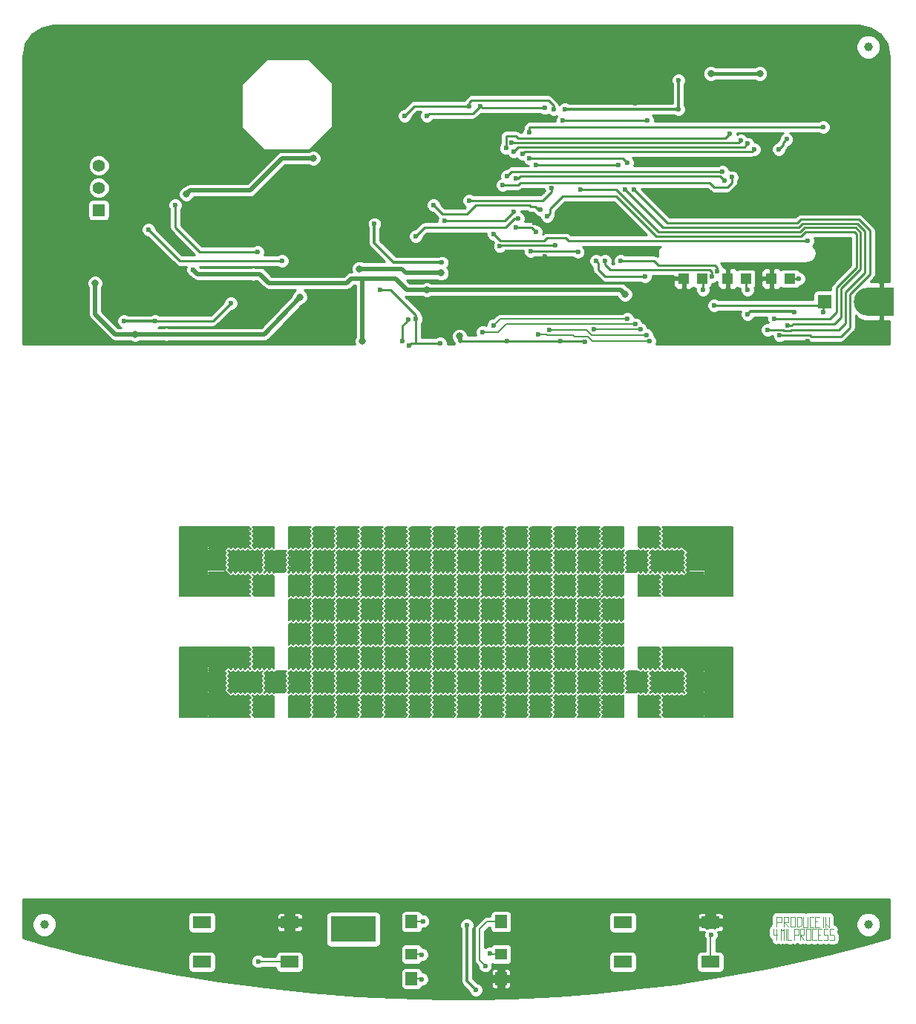
<source format=gbr>
%TF.GenerationSoftware,KiCad,Pcbnew,no-vcs-found-9b4eddb~60~ubuntu16.04.1*%
%TF.CreationDate,2017-11-10T14:06:11+01:00*%
%TF.ProjectId,OpenDropV3,4F70656E44726F7056332E6B69636164,rev?*%
%TF.SameCoordinates,Original*%
%TF.FileFunction,Copper,L1,Top,Signal*%
%TF.FilePolarity,Positive*%
%FSLAX46Y46*%
G04 Gerber Fmt 4.6, Leading zero omitted, Abs format (unit mm)*
G04 Created by KiCad (PCBNEW no-vcs-found-9b4eddb~60~ubuntu16.04.1) date Fri Nov 10 14:06:11 2017*
%MOMM*%
%LPD*%
G01*
G04 APERTURE LIST*
%TA.AperFunction,EtchedComponent*%
%ADD10C,0.152400*%
%TD*%
%TA.AperFunction,EtchedComponent*%
%ADD11C,0.150000*%
%TD*%
%TA.AperFunction,SMDPad,CuDef*%
%ADD12R,3.000000X3.200000*%
%TD*%
%TA.AperFunction,ComponentPad*%
%ADD13C,3.200000*%
%TD*%
%TA.AperFunction,SMDPad,CuDef*%
%ADD14R,1.500000X2.250000*%
%TD*%
%TA.AperFunction,ComponentPad*%
%ADD15C,0.604800*%
%TD*%
%TA.AperFunction,SMDPad,CuDef*%
%ADD16R,2.250000X2.250000*%
%TD*%
%TA.AperFunction,SMDPad,CuDef*%
%ADD17R,3.300000X8.000000*%
%TD*%
%TA.AperFunction,SMDPad,CuDef*%
%ADD18R,3.300000X2.250000*%
%TD*%
%TA.AperFunction,ComponentPad*%
%ADD19C,0.600000*%
%TD*%
%TA.AperFunction,SMDPad,CuDef*%
%ADD20R,5.200000X3.000000*%
%TD*%
%TA.AperFunction,SMDPad,CuDef*%
%ADD21R,1.198880X1.198880*%
%TD*%
%TA.AperFunction,ComponentPad*%
%ADD22R,1.397000X1.397000*%
%TD*%
%TA.AperFunction,ComponentPad*%
%ADD23C,1.397000*%
%TD*%
%TA.AperFunction,SMDPad,CuDef*%
%ADD24R,1.400000X1.500000*%
%TD*%
%TA.AperFunction,SMDPad,CuDef*%
%ADD25R,1.400000X1.300000*%
%TD*%
%TA.AperFunction,BGAPad,CuDef*%
%ADD26C,1.000000*%
%TD*%
%TA.AperFunction,SMDPad,CuDef*%
%ADD27R,2.100000X1.400000*%
%TD*%
%TA.AperFunction,SMDPad,CuDef*%
%ADD28R,1.501140X1.501140*%
%TD*%
%TA.AperFunction,ViaPad*%
%ADD29C,0.800000*%
%TD*%
%TA.AperFunction,ViaPad*%
%ADD30C,0.600000*%
%TD*%
%TA.AperFunction,Conductor*%
%ADD31C,0.100000*%
%TD*%
%TA.AperFunction,Conductor*%
%ADD32C,0.500000*%
%TD*%
%TA.AperFunction,Conductor*%
%ADD33C,0.300000*%
%TD*%
%TA.AperFunction,Conductor*%
%ADD34C,0.250000*%
%TD*%
%TA.AperFunction,Conductor*%
%ADD35C,0.200000*%
%TD*%
%TA.AperFunction,Conductor*%
%ADD36C,0.400000*%
%TD*%
%TA.AperFunction,Conductor*%
%ADD37C,0.254000*%
%TD*%
G04 APERTURE END LIST*
D10*
%TO.C,FLUXL_1_3*%
X74067500Y-93532500D02*
X74342500Y-93807500D01*
X74012500Y-93037500D02*
X74177500Y-93037500D01*
X74012500Y-92487500D02*
X74177500Y-92487500D01*
X74012500Y-91937500D02*
X74177500Y-91937500D01*
X74562500Y-91387500D02*
X74562500Y-91552500D01*
X75112500Y-91387500D02*
X75112500Y-91552500D01*
X75662500Y-91387500D02*
X75662500Y-91552500D01*
X74837500Y-93862500D02*
X74837500Y-93697500D01*
X74837500Y-93917500D02*
X74562500Y-93642500D01*
X74562500Y-93642500D02*
X74287500Y-93917500D01*
X74287500Y-93917500D02*
X73957500Y-93587500D01*
X73957500Y-93587500D02*
X74232500Y-93312500D01*
X74232500Y-93312500D02*
X73957500Y-93037500D01*
X73957500Y-93037500D02*
X74232500Y-92762500D01*
X74232500Y-92762500D02*
X73957500Y-92487500D01*
X73957500Y-92487500D02*
X74232500Y-92212500D01*
X74232500Y-92212500D02*
X73957500Y-91937500D01*
X73957500Y-91937500D02*
X74232500Y-91662500D01*
X74232500Y-91662500D02*
X73957500Y-91387500D01*
X73957500Y-91387500D02*
X74012500Y-91332500D01*
X74012500Y-91332500D02*
X74287500Y-91607500D01*
X74287500Y-91607500D02*
X74562500Y-91332500D01*
X74562500Y-91332500D02*
X74837500Y-91607500D01*
X74837500Y-91607500D02*
X75112500Y-91332500D01*
X75112500Y-91332500D02*
X75387500Y-91607500D01*
X75387500Y-91607500D02*
X75662500Y-91332500D01*
X75662500Y-93642500D02*
X75387500Y-93917500D01*
X75387500Y-93917500D02*
X75112500Y-93642500D01*
X75112500Y-93642500D02*
X74837500Y-93917500D01*
X76487500Y-91607500D02*
X76212500Y-91332500D01*
X76762500Y-91332500D02*
X76487500Y-91607500D01*
X77037500Y-91607500D02*
X76762500Y-91332500D01*
X77312500Y-91332500D02*
X77037500Y-91607500D01*
X77587500Y-91607500D02*
X77312500Y-91332500D01*
X77862500Y-91332500D02*
X77587500Y-91607500D01*
X77917500Y-91387500D02*
X77862500Y-91332500D01*
X77642500Y-91662500D02*
X77917500Y-91387500D01*
X77917500Y-91937500D02*
X77642500Y-91662500D01*
X77642500Y-92212500D02*
X77917500Y-91937500D01*
X77917500Y-92487500D02*
X77642500Y-92212500D01*
X77642500Y-92762500D02*
X77917500Y-92487500D01*
X77917500Y-93037500D02*
X77642500Y-92762500D01*
X77642500Y-93312500D02*
X77917500Y-93037500D01*
X77917500Y-93587500D02*
X77642500Y-93312500D01*
X77587500Y-93917500D02*
X77917500Y-93587500D01*
X77312500Y-93642500D02*
X77587500Y-93917500D01*
X77037500Y-93917500D02*
X77312500Y-93642500D01*
X76762500Y-93642500D02*
X77037500Y-93917500D01*
X76487500Y-93917500D02*
X76762500Y-93642500D01*
X76212500Y-93642500D02*
X76487500Y-93917500D01*
X75937500Y-93917500D02*
X76212500Y-93642500D01*
X75662500Y-93642500D02*
X75937500Y-93917500D01*
X75387500Y-93917500D02*
X75662500Y-93642500D01*
X75332500Y-93862500D02*
X75387500Y-93917500D01*
X75607500Y-93587500D02*
X75332500Y-93862500D01*
X75937500Y-91607500D02*
X75662500Y-91332500D01*
X76212500Y-91332500D02*
X75937500Y-91607500D01*
X76212500Y-91387500D02*
X76212500Y-91552500D01*
X76762500Y-91387500D02*
X76762500Y-91552500D01*
X77312500Y-91387500D02*
X77312500Y-91580000D01*
X77862500Y-91937500D02*
X77697500Y-91937500D01*
X77862500Y-92487500D02*
X77697500Y-92487500D01*
X77862500Y-93037500D02*
X77697500Y-93037500D01*
X77807500Y-93532500D02*
X77532500Y-93807500D01*
X77037500Y-93862500D02*
X77037500Y-93697500D01*
X76487500Y-93862500D02*
X76487500Y-93697500D01*
X75937500Y-93862500D02*
X75937500Y-93697500D01*
%TO.C,FLUXL_1_6*%
X74067500Y-107282500D02*
X74342500Y-107557500D01*
X74012500Y-106787500D02*
X74177500Y-106787500D01*
X74012500Y-106237500D02*
X74177500Y-106237500D01*
X74012500Y-105687500D02*
X74177500Y-105687500D01*
X74562500Y-105137500D02*
X74562500Y-105302500D01*
X75112500Y-105137500D02*
X75112500Y-105302500D01*
X75662500Y-105137500D02*
X75662500Y-105302500D01*
X74837500Y-107612500D02*
X74837500Y-107447500D01*
X74837500Y-107667500D02*
X74562500Y-107392500D01*
X74562500Y-107392500D02*
X74287500Y-107667500D01*
X74287500Y-107667500D02*
X73957500Y-107337500D01*
X73957500Y-107337500D02*
X74232500Y-107062500D01*
X74232500Y-107062500D02*
X73957500Y-106787500D01*
X73957500Y-106787500D02*
X74232500Y-106512500D01*
X74232500Y-106512500D02*
X73957500Y-106237500D01*
X73957500Y-106237500D02*
X74232500Y-105962500D01*
X74232500Y-105962500D02*
X73957500Y-105687500D01*
X73957500Y-105687500D02*
X74232500Y-105412500D01*
X74232500Y-105412500D02*
X73957500Y-105137500D01*
X73957500Y-105137500D02*
X74012500Y-105082500D01*
X74012500Y-105082500D02*
X74287500Y-105357500D01*
X74287500Y-105357500D02*
X74562500Y-105082500D01*
X74562500Y-105082500D02*
X74837500Y-105357500D01*
X74837500Y-105357500D02*
X75112500Y-105082500D01*
X75112500Y-105082500D02*
X75387500Y-105357500D01*
X75387500Y-105357500D02*
X75662500Y-105082500D01*
X75662500Y-107392500D02*
X75387500Y-107667500D01*
X75387500Y-107667500D02*
X75112500Y-107392500D01*
X75112500Y-107392500D02*
X74837500Y-107667500D01*
X76487500Y-105357500D02*
X76212500Y-105082500D01*
X76762500Y-105082500D02*
X76487500Y-105357500D01*
X77037500Y-105357500D02*
X76762500Y-105082500D01*
X77312500Y-105082500D02*
X77037500Y-105357500D01*
X77587500Y-105357500D02*
X77312500Y-105082500D01*
X77862500Y-105082500D02*
X77587500Y-105357500D01*
X77917500Y-105137500D02*
X77862500Y-105082500D01*
X77642500Y-105412500D02*
X77917500Y-105137500D01*
X77917500Y-105687500D02*
X77642500Y-105412500D01*
X77642500Y-105962500D02*
X77917500Y-105687500D01*
X77917500Y-106237500D02*
X77642500Y-105962500D01*
X77642500Y-106512500D02*
X77917500Y-106237500D01*
X77917500Y-106787500D02*
X77642500Y-106512500D01*
X77642500Y-107062500D02*
X77917500Y-106787500D01*
X77917500Y-107337500D02*
X77642500Y-107062500D01*
X77587500Y-107667500D02*
X77917500Y-107337500D01*
X77312500Y-107392500D02*
X77587500Y-107667500D01*
X77037500Y-107667500D02*
X77312500Y-107392500D01*
X76762500Y-107392500D02*
X77037500Y-107667500D01*
X76487500Y-107667500D02*
X76762500Y-107392500D01*
X76212500Y-107392500D02*
X76487500Y-107667500D01*
X75937500Y-107667500D02*
X76212500Y-107392500D01*
X75662500Y-107392500D02*
X75937500Y-107667500D01*
X75387500Y-107667500D02*
X75662500Y-107392500D01*
X75332500Y-107612500D02*
X75387500Y-107667500D01*
X75607500Y-107337500D02*
X75332500Y-107612500D01*
X75937500Y-105357500D02*
X75662500Y-105082500D01*
X76212500Y-105082500D02*
X75937500Y-105357500D01*
X76212500Y-105137500D02*
X76212500Y-105302500D01*
X76762500Y-105137500D02*
X76762500Y-105302500D01*
X77312500Y-105137500D02*
X77312500Y-105330000D01*
X77862500Y-105687500D02*
X77697500Y-105687500D01*
X77862500Y-106237500D02*
X77697500Y-106237500D01*
X77862500Y-106787500D02*
X77697500Y-106787500D01*
X77807500Y-107282500D02*
X77532500Y-107557500D01*
X77037500Y-107612500D02*
X77037500Y-107447500D01*
X76487500Y-107612500D02*
X76487500Y-107447500D01*
X75937500Y-107612500D02*
X75937500Y-107447500D01*
%TO.C,FLUXL_16_3*%
X125932500Y-91717500D02*
X125657500Y-91442500D01*
X125987500Y-92212500D02*
X125822500Y-92212500D01*
X125987500Y-92762500D02*
X125822500Y-92762500D01*
X125987500Y-93312500D02*
X125822500Y-93312500D01*
X125437500Y-93862500D02*
X125437500Y-93697500D01*
X124887500Y-93862500D02*
X124887500Y-93697500D01*
X124337500Y-93862500D02*
X124337500Y-93697500D01*
X125162500Y-91387500D02*
X125162500Y-91552500D01*
X125162500Y-91332500D02*
X125437500Y-91607500D01*
X125437500Y-91607500D02*
X125712500Y-91332500D01*
X125712500Y-91332500D02*
X126042500Y-91662500D01*
X126042500Y-91662500D02*
X125767500Y-91937500D01*
X125767500Y-91937500D02*
X126042500Y-92212500D01*
X126042500Y-92212500D02*
X125767500Y-92487500D01*
X125767500Y-92487500D02*
X126042500Y-92762500D01*
X126042500Y-92762500D02*
X125767500Y-93037500D01*
X125767500Y-93037500D02*
X126042500Y-93312500D01*
X126042500Y-93312500D02*
X125767500Y-93587500D01*
X125767500Y-93587500D02*
X126042500Y-93862500D01*
X126042500Y-93862500D02*
X125987500Y-93917500D01*
X125987500Y-93917500D02*
X125712500Y-93642500D01*
X125712500Y-93642500D02*
X125437500Y-93917500D01*
X125437500Y-93917500D02*
X125162500Y-93642500D01*
X125162500Y-93642500D02*
X124887500Y-93917500D01*
X124887500Y-93917500D02*
X124612500Y-93642500D01*
X124612500Y-93642500D02*
X124337500Y-93917500D01*
X124337500Y-91607500D02*
X124612500Y-91332500D01*
X124612500Y-91332500D02*
X124887500Y-91607500D01*
X124887500Y-91607500D02*
X125162500Y-91332500D01*
X123512500Y-93642500D02*
X123787500Y-93917500D01*
X123237500Y-93917500D02*
X123512500Y-93642500D01*
X122962500Y-93642500D02*
X123237500Y-93917500D01*
X122687500Y-93917500D02*
X122962500Y-93642500D01*
X122412500Y-93642500D02*
X122687500Y-93917500D01*
X122137500Y-93917500D02*
X122412500Y-93642500D01*
X122082500Y-93862500D02*
X122137500Y-93917500D01*
X122357500Y-93587500D02*
X122082500Y-93862500D01*
X122082500Y-93312500D02*
X122357500Y-93587500D01*
X122357500Y-93037500D02*
X122082500Y-93312500D01*
X122082500Y-92762500D02*
X122357500Y-93037500D01*
X122357500Y-92487500D02*
X122082500Y-92762500D01*
X122082500Y-92212500D02*
X122357500Y-92487500D01*
X122357500Y-91937500D02*
X122082500Y-92212500D01*
X122082500Y-91662500D02*
X122357500Y-91937500D01*
X122412500Y-91332500D02*
X122082500Y-91662500D01*
X122687500Y-91607500D02*
X122412500Y-91332500D01*
X122962500Y-91332500D02*
X122687500Y-91607500D01*
X123237500Y-91607500D02*
X122962500Y-91332500D01*
X123512500Y-91332500D02*
X123237500Y-91607500D01*
X123787500Y-91607500D02*
X123512500Y-91332500D01*
X124062500Y-91332500D02*
X123787500Y-91607500D01*
X124337500Y-91607500D02*
X124062500Y-91332500D01*
X124612500Y-91332500D02*
X124337500Y-91607500D01*
X124667500Y-91387500D02*
X124612500Y-91332500D01*
X124392500Y-91662500D02*
X124667500Y-91387500D01*
X124062500Y-93642500D02*
X124337500Y-93917500D01*
X123787500Y-93917500D02*
X124062500Y-93642500D01*
X123787500Y-93862500D02*
X123787500Y-93697500D01*
X123237500Y-93862500D02*
X123237500Y-93697500D01*
X122687500Y-93862500D02*
X122687500Y-93670000D01*
X122137500Y-93312500D02*
X122302500Y-93312500D01*
X122137500Y-92762500D02*
X122302500Y-92762500D01*
X122137500Y-92212500D02*
X122302500Y-92212500D01*
X122192500Y-91717500D02*
X122467500Y-91442500D01*
X122962500Y-91387500D02*
X122962500Y-91552500D01*
X123512500Y-91387500D02*
X123512500Y-91552500D01*
X124062500Y-91387500D02*
X124062500Y-91552500D01*
%TO.C,FLUXL_16_6*%
X125932500Y-105467500D02*
X125657500Y-105192500D01*
X125987500Y-105962500D02*
X125822500Y-105962500D01*
X125987500Y-106512500D02*
X125822500Y-106512500D01*
X125987500Y-107062500D02*
X125822500Y-107062500D01*
X125437500Y-107612500D02*
X125437500Y-107447500D01*
X124887500Y-107612500D02*
X124887500Y-107447500D01*
X124337500Y-107612500D02*
X124337500Y-107447500D01*
X125162500Y-105137500D02*
X125162500Y-105302500D01*
X125162500Y-105082500D02*
X125437500Y-105357500D01*
X125437500Y-105357500D02*
X125712500Y-105082500D01*
X125712500Y-105082500D02*
X126042500Y-105412500D01*
X126042500Y-105412500D02*
X125767500Y-105687500D01*
X125767500Y-105687500D02*
X126042500Y-105962500D01*
X126042500Y-105962500D02*
X125767500Y-106237500D01*
X125767500Y-106237500D02*
X126042500Y-106512500D01*
X126042500Y-106512500D02*
X125767500Y-106787500D01*
X125767500Y-106787500D02*
X126042500Y-107062500D01*
X126042500Y-107062500D02*
X125767500Y-107337500D01*
X125767500Y-107337500D02*
X126042500Y-107612500D01*
X126042500Y-107612500D02*
X125987500Y-107667500D01*
X125987500Y-107667500D02*
X125712500Y-107392500D01*
X125712500Y-107392500D02*
X125437500Y-107667500D01*
X125437500Y-107667500D02*
X125162500Y-107392500D01*
X125162500Y-107392500D02*
X124887500Y-107667500D01*
X124887500Y-107667500D02*
X124612500Y-107392500D01*
X124612500Y-107392500D02*
X124337500Y-107667500D01*
X124337500Y-105357500D02*
X124612500Y-105082500D01*
X124612500Y-105082500D02*
X124887500Y-105357500D01*
X124887500Y-105357500D02*
X125162500Y-105082500D01*
X123512500Y-107392500D02*
X123787500Y-107667500D01*
X123237500Y-107667500D02*
X123512500Y-107392500D01*
X122962500Y-107392500D02*
X123237500Y-107667500D01*
X122687500Y-107667500D02*
X122962500Y-107392500D01*
X122412500Y-107392500D02*
X122687500Y-107667500D01*
X122137500Y-107667500D02*
X122412500Y-107392500D01*
X122082500Y-107612500D02*
X122137500Y-107667500D01*
X122357500Y-107337500D02*
X122082500Y-107612500D01*
X122082500Y-107062500D02*
X122357500Y-107337500D01*
X122357500Y-106787500D02*
X122082500Y-107062500D01*
X122082500Y-106512500D02*
X122357500Y-106787500D01*
X122357500Y-106237500D02*
X122082500Y-106512500D01*
X122082500Y-105962500D02*
X122357500Y-106237500D01*
X122357500Y-105687500D02*
X122082500Y-105962500D01*
X122082500Y-105412500D02*
X122357500Y-105687500D01*
X122412500Y-105082500D02*
X122082500Y-105412500D01*
X122687500Y-105357500D02*
X122412500Y-105082500D01*
X122962500Y-105082500D02*
X122687500Y-105357500D01*
X123237500Y-105357500D02*
X122962500Y-105082500D01*
X123512500Y-105082500D02*
X123237500Y-105357500D01*
X123787500Y-105357500D02*
X123512500Y-105082500D01*
X124062500Y-105082500D02*
X123787500Y-105357500D01*
X124337500Y-105357500D02*
X124062500Y-105082500D01*
X124612500Y-105082500D02*
X124337500Y-105357500D01*
X124667500Y-105137500D02*
X124612500Y-105082500D01*
X124392500Y-105412500D02*
X124667500Y-105137500D01*
X124062500Y-107392500D02*
X124337500Y-107667500D01*
X123787500Y-107667500D02*
X124062500Y-107392500D01*
X123787500Y-107612500D02*
X123787500Y-107447500D01*
X123237500Y-107612500D02*
X123237500Y-107447500D01*
X122687500Y-107612500D02*
X122687500Y-107420000D01*
X122137500Y-107062500D02*
X122302500Y-107062500D01*
X122137500Y-106512500D02*
X122302500Y-106512500D01*
X122137500Y-105962500D02*
X122302500Y-105962500D01*
X122192500Y-105467500D02*
X122467500Y-105192500D01*
X122962500Y-105137500D02*
X122962500Y-105302500D01*
X123512500Y-105137500D02*
X123512500Y-105302500D01*
X124062500Y-105137500D02*
X124062500Y-105302500D01*
%TO.C,FLUXL_16_1*%
X126317500Y-93532500D02*
X126592500Y-93807500D01*
X126262500Y-93037500D02*
X126427500Y-93037500D01*
X126262500Y-92487500D02*
X126427500Y-92487500D01*
X126262500Y-91937500D02*
X126427500Y-91937500D01*
X126537500Y-93917500D02*
X126207500Y-93587500D01*
X126207500Y-93587500D02*
X126482500Y-93312500D01*
X126482500Y-93312500D02*
X126207500Y-93037500D01*
X126207500Y-93037500D02*
X126482500Y-92762500D01*
X126482500Y-92762500D02*
X126207500Y-92487500D01*
X126207500Y-92487500D02*
X126482500Y-92212500D01*
X126482500Y-92212500D02*
X126207500Y-91937500D01*
X126207500Y-91937500D02*
X126482500Y-91662500D01*
X124887500Y-94357500D02*
X125162500Y-94082500D01*
X124612500Y-94082500D02*
X124887500Y-94357500D01*
X124337500Y-94357500D02*
X124612500Y-94082500D01*
X124062500Y-94082500D02*
X124337500Y-94357500D01*
X123787500Y-94357500D02*
X124062500Y-94082500D01*
X123512500Y-94082500D02*
X123787500Y-94357500D01*
X123457500Y-94137500D02*
X123512500Y-94082500D01*
X123732500Y-94412500D02*
X123457500Y-94137500D01*
X123457500Y-94687500D02*
X123732500Y-94412500D01*
X123732500Y-94962500D02*
X123457500Y-94687500D01*
X123457500Y-95237500D02*
X123732500Y-94962500D01*
X123732500Y-95512500D02*
X123457500Y-95237500D01*
X123457500Y-95787500D02*
X123732500Y-95512500D01*
X123732500Y-96062500D02*
X123457500Y-95787500D01*
X123457500Y-96337500D02*
X123732500Y-96062500D01*
X125712500Y-94082500D02*
X126042500Y-94412500D01*
X125437500Y-94357500D02*
X125712500Y-94082500D01*
X125162500Y-94082500D02*
X125437500Y-94357500D01*
X125162500Y-94137500D02*
X125162500Y-94302500D01*
X124612500Y-94137500D02*
X124612500Y-94302500D01*
X124062500Y-94137500D02*
X124062500Y-94330000D01*
X123512500Y-94687500D02*
X123677500Y-94687500D01*
X123512500Y-95237500D02*
X123677500Y-95237500D01*
X123512500Y-95787500D02*
X123677500Y-95787500D01*
X123457500Y-96337500D02*
X123715000Y-96595000D01*
X125932500Y-94467500D02*
X125657500Y-94192500D01*
X125437500Y-91112500D02*
X125437500Y-90947500D01*
X124887500Y-91112500D02*
X124887500Y-90947500D01*
X124337500Y-91112500D02*
X124337500Y-90947500D01*
X123567500Y-90782500D02*
X123842500Y-91057500D01*
X123512500Y-90287500D02*
X123677500Y-90287500D01*
X123512500Y-89737500D02*
X123677500Y-89737500D01*
X123512500Y-89187500D02*
X123677500Y-89187500D01*
X126500000Y-91679500D02*
X125712500Y-90892500D01*
X125712500Y-90892500D02*
X125437500Y-91167500D01*
X125437500Y-91167500D02*
X125162500Y-90892500D01*
X125162500Y-90892500D02*
X124887500Y-91167500D01*
X124887500Y-91167500D02*
X124612500Y-90892500D01*
X124612500Y-90892500D02*
X124337500Y-91167500D01*
X124337500Y-91167500D02*
X124062500Y-90892500D01*
X124062500Y-90892500D02*
X123787500Y-91167500D01*
X123787500Y-91167500D02*
X123457500Y-90837500D01*
X123457500Y-90837500D02*
X123732500Y-90562500D01*
X123732500Y-90562500D02*
X123457500Y-90287500D01*
X123457500Y-90287500D02*
X123732500Y-90012500D01*
X123732500Y-90012500D02*
X123457500Y-89737500D01*
X123457500Y-89737500D02*
X123732500Y-89462500D01*
X123732500Y-89462500D02*
X123457500Y-89187500D01*
X123457500Y-89187500D02*
X123732500Y-88912500D01*
X123732500Y-88912500D02*
X123474500Y-88655000D01*
X131540000Y-96595000D02*
X123715000Y-96595000D01*
X123480000Y-88655000D02*
X131540000Y-88655000D01*
D11*
X125975000Y-94368000D02*
X126475000Y-93868000D01*
X123550000Y-96350000D02*
X123650000Y-96350000D01*
D10*
X131540000Y-96595000D02*
X131540000Y-88655000D01*
X123725000Y-96500000D02*
X128250000Y-96500000D01*
X123675000Y-88750000D02*
X128250000Y-88750000D01*
X128250000Y-94200000D02*
X126250000Y-94200000D01*
X128250000Y-94075000D02*
X126350000Y-94075000D01*
X128275000Y-93950000D02*
X126475000Y-93950000D01*
X128250000Y-93825000D02*
X126600000Y-93825000D01*
X128250000Y-91425000D02*
X126325000Y-91425000D01*
X128300000Y-91300000D02*
X126175000Y-91300000D01*
X128275000Y-91150000D02*
X126000000Y-91150000D01*
X128300000Y-91025000D02*
X125925000Y-91025000D01*
%TO.C,FLUXL_1_8*%
X73682500Y-105467500D02*
X73407500Y-105192500D01*
X73737500Y-105962500D02*
X73572500Y-105962500D01*
X73737500Y-106512500D02*
X73572500Y-106512500D01*
X73737500Y-107062500D02*
X73572500Y-107062500D01*
X73462500Y-105082500D02*
X73792500Y-105412500D01*
X73792500Y-105412500D02*
X73517500Y-105687500D01*
X73517500Y-105687500D02*
X73792500Y-105962500D01*
X73792500Y-105962500D02*
X73517500Y-106237500D01*
X73517500Y-106237500D02*
X73792500Y-106512500D01*
X73792500Y-106512500D02*
X73517500Y-106787500D01*
X73517500Y-106787500D02*
X73792500Y-107062500D01*
X73792500Y-107062500D02*
X73517500Y-107337500D01*
X75112500Y-104642500D02*
X74837500Y-104917500D01*
X75387500Y-104917500D02*
X75112500Y-104642500D01*
X75662500Y-104642500D02*
X75387500Y-104917500D01*
X75937500Y-104917500D02*
X75662500Y-104642500D01*
X76212500Y-104642500D02*
X75937500Y-104917500D01*
X76487500Y-104917500D02*
X76212500Y-104642500D01*
X76542500Y-104862500D02*
X76487500Y-104917500D01*
X76267500Y-104587500D02*
X76542500Y-104862500D01*
X76542500Y-104312500D02*
X76267500Y-104587500D01*
X76267500Y-104037500D02*
X76542500Y-104312500D01*
X76542500Y-103762500D02*
X76267500Y-104037500D01*
X76267500Y-103487500D02*
X76542500Y-103762500D01*
X76542500Y-103212500D02*
X76267500Y-103487500D01*
X76267500Y-102937500D02*
X76542500Y-103212500D01*
X76542500Y-102662500D02*
X76267500Y-102937500D01*
X74287500Y-104917500D02*
X73957500Y-104587500D01*
X74562500Y-104642500D02*
X74287500Y-104917500D01*
X74837500Y-104917500D02*
X74562500Y-104642500D01*
X74837500Y-104862500D02*
X74837500Y-104697500D01*
X75387500Y-104862500D02*
X75387500Y-104697500D01*
X75937500Y-104862500D02*
X75937500Y-104670000D01*
X76487500Y-104312500D02*
X76322500Y-104312500D01*
X76487500Y-103762500D02*
X76322500Y-103762500D01*
X76487500Y-103212500D02*
X76322500Y-103212500D01*
X76542500Y-102662500D02*
X76285000Y-102405000D01*
X74067500Y-104532500D02*
X74342500Y-104807500D01*
X74562500Y-107887500D02*
X74562500Y-108052500D01*
X75112500Y-107887500D02*
X75112500Y-108052500D01*
X75662500Y-107887500D02*
X75662500Y-108052500D01*
X76432500Y-108217500D02*
X76157500Y-107942500D01*
X76487500Y-108712500D02*
X76322500Y-108712500D01*
X76487500Y-109262500D02*
X76322500Y-109262500D01*
X76487500Y-109812500D02*
X76322500Y-109812500D01*
X73500000Y-107320500D02*
X74287500Y-108107500D01*
X74287500Y-108107500D02*
X74562500Y-107832500D01*
X74562500Y-107832500D02*
X74837500Y-108107500D01*
X74837500Y-108107500D02*
X75112500Y-107832500D01*
X75112500Y-107832500D02*
X75387500Y-108107500D01*
X75387500Y-108107500D02*
X75662500Y-107832500D01*
X75662500Y-107832500D02*
X75937500Y-108107500D01*
X75937500Y-108107500D02*
X76212500Y-107832500D01*
X76212500Y-107832500D02*
X76542500Y-108162500D01*
X76542500Y-108162500D02*
X76267500Y-108437500D01*
X76267500Y-108437500D02*
X76542500Y-108712500D01*
X76542500Y-108712500D02*
X76267500Y-108987500D01*
X76267500Y-108987500D02*
X76542500Y-109262500D01*
X76542500Y-109262500D02*
X76267500Y-109537500D01*
X76267500Y-109537500D02*
X76542500Y-109812500D01*
X76542500Y-109812500D02*
X76267500Y-110087500D01*
X76267500Y-110087500D02*
X76525500Y-110345000D01*
X68460000Y-102405000D02*
X76285000Y-102405000D01*
X76520000Y-110345000D02*
X68460000Y-110345000D01*
D11*
X74025000Y-104632000D02*
X73525000Y-105132000D01*
X76450000Y-102650000D02*
X76350000Y-102650000D01*
D10*
X68460000Y-102405000D02*
X68460000Y-110345000D01*
X76275000Y-102500000D02*
X71750000Y-102500000D01*
X76325000Y-110250000D02*
X71750000Y-110250000D01*
X71750000Y-104800000D02*
X73750000Y-104800000D01*
X71750000Y-104925000D02*
X73650000Y-104925000D01*
X71725000Y-105050000D02*
X73525000Y-105050000D01*
X71750000Y-105175000D02*
X73400000Y-105175000D01*
X71750000Y-107575000D02*
X73675000Y-107575000D01*
X71700000Y-107700000D02*
X73825000Y-107700000D01*
X71725000Y-107850000D02*
X74000000Y-107850000D01*
X71700000Y-107975000D02*
X74075000Y-107975000D01*
%TO.C,FLUXL_16_8*%
X126317500Y-107282500D02*
X126592500Y-107557500D01*
X126262500Y-106787500D02*
X126427500Y-106787500D01*
X126262500Y-106237500D02*
X126427500Y-106237500D01*
X126262500Y-105687500D02*
X126427500Y-105687500D01*
X126537500Y-107667500D02*
X126207500Y-107337500D01*
X126207500Y-107337500D02*
X126482500Y-107062500D01*
X126482500Y-107062500D02*
X126207500Y-106787500D01*
X126207500Y-106787500D02*
X126482500Y-106512500D01*
X126482500Y-106512500D02*
X126207500Y-106237500D01*
X126207500Y-106237500D02*
X126482500Y-105962500D01*
X126482500Y-105962500D02*
X126207500Y-105687500D01*
X126207500Y-105687500D02*
X126482500Y-105412500D01*
X124887500Y-108107500D02*
X125162500Y-107832500D01*
X124612500Y-107832500D02*
X124887500Y-108107500D01*
X124337500Y-108107500D02*
X124612500Y-107832500D01*
X124062500Y-107832500D02*
X124337500Y-108107500D01*
X123787500Y-108107500D02*
X124062500Y-107832500D01*
X123512500Y-107832500D02*
X123787500Y-108107500D01*
X123457500Y-107887500D02*
X123512500Y-107832500D01*
X123732500Y-108162500D02*
X123457500Y-107887500D01*
X123457500Y-108437500D02*
X123732500Y-108162500D01*
X123732500Y-108712500D02*
X123457500Y-108437500D01*
X123457500Y-108987500D02*
X123732500Y-108712500D01*
X123732500Y-109262500D02*
X123457500Y-108987500D01*
X123457500Y-109537500D02*
X123732500Y-109262500D01*
X123732500Y-109812500D02*
X123457500Y-109537500D01*
X123457500Y-110087500D02*
X123732500Y-109812500D01*
X125712500Y-107832500D02*
X126042500Y-108162500D01*
X125437500Y-108107500D02*
X125712500Y-107832500D01*
X125162500Y-107832500D02*
X125437500Y-108107500D01*
X125162500Y-107887500D02*
X125162500Y-108052500D01*
X124612500Y-107887500D02*
X124612500Y-108052500D01*
X124062500Y-107887500D02*
X124062500Y-108080000D01*
X123512500Y-108437500D02*
X123677500Y-108437500D01*
X123512500Y-108987500D02*
X123677500Y-108987500D01*
X123512500Y-109537500D02*
X123677500Y-109537500D01*
X123457500Y-110087500D02*
X123715000Y-110345000D01*
X125932500Y-108217500D02*
X125657500Y-107942500D01*
X125437500Y-104862500D02*
X125437500Y-104697500D01*
X124887500Y-104862500D02*
X124887500Y-104697500D01*
X124337500Y-104862500D02*
X124337500Y-104697500D01*
X123567500Y-104532500D02*
X123842500Y-104807500D01*
X123512500Y-104037500D02*
X123677500Y-104037500D01*
X123512500Y-103487500D02*
X123677500Y-103487500D01*
X123512500Y-102937500D02*
X123677500Y-102937500D01*
X126500000Y-105429500D02*
X125712500Y-104642500D01*
X125712500Y-104642500D02*
X125437500Y-104917500D01*
X125437500Y-104917500D02*
X125162500Y-104642500D01*
X125162500Y-104642500D02*
X124887500Y-104917500D01*
X124887500Y-104917500D02*
X124612500Y-104642500D01*
X124612500Y-104642500D02*
X124337500Y-104917500D01*
X124337500Y-104917500D02*
X124062500Y-104642500D01*
X124062500Y-104642500D02*
X123787500Y-104917500D01*
X123787500Y-104917500D02*
X123457500Y-104587500D01*
X123457500Y-104587500D02*
X123732500Y-104312500D01*
X123732500Y-104312500D02*
X123457500Y-104037500D01*
X123457500Y-104037500D02*
X123732500Y-103762500D01*
X123732500Y-103762500D02*
X123457500Y-103487500D01*
X123457500Y-103487500D02*
X123732500Y-103212500D01*
X123732500Y-103212500D02*
X123457500Y-102937500D01*
X123457500Y-102937500D02*
X123732500Y-102662500D01*
X123732500Y-102662500D02*
X123474500Y-102405000D01*
X131540000Y-110345000D02*
X123715000Y-110345000D01*
X123480000Y-102405000D02*
X131540000Y-102405000D01*
D11*
X125975000Y-108118000D02*
X126475000Y-107618000D01*
X123550000Y-110100000D02*
X123650000Y-110100000D01*
D10*
X131540000Y-110345000D02*
X131540000Y-102405000D01*
X123725000Y-110250000D02*
X128250000Y-110250000D01*
X123675000Y-102500000D02*
X128250000Y-102500000D01*
X128250000Y-107950000D02*
X126250000Y-107950000D01*
X128250000Y-107825000D02*
X126350000Y-107825000D01*
X128275000Y-107700000D02*
X126475000Y-107700000D01*
X128250000Y-107575000D02*
X126600000Y-107575000D01*
X128250000Y-105175000D02*
X126325000Y-105175000D01*
X128300000Y-105050000D02*
X126175000Y-105050000D01*
X128275000Y-104900000D02*
X126000000Y-104900000D01*
X128300000Y-104775000D02*
X125925000Y-104775000D01*
%TO.C,FLUXL_1_1*%
X73682500Y-91717500D02*
X73407500Y-91442500D01*
X73737500Y-92212500D02*
X73572500Y-92212500D01*
X73737500Y-92762500D02*
X73572500Y-92762500D01*
X73737500Y-93312500D02*
X73572500Y-93312500D01*
X73462500Y-91332500D02*
X73792500Y-91662500D01*
X73792500Y-91662500D02*
X73517500Y-91937500D01*
X73517500Y-91937500D02*
X73792500Y-92212500D01*
X73792500Y-92212500D02*
X73517500Y-92487500D01*
X73517500Y-92487500D02*
X73792500Y-92762500D01*
X73792500Y-92762500D02*
X73517500Y-93037500D01*
X73517500Y-93037500D02*
X73792500Y-93312500D01*
X73792500Y-93312500D02*
X73517500Y-93587500D01*
X75112500Y-90892500D02*
X74837500Y-91167500D01*
X75387500Y-91167500D02*
X75112500Y-90892500D01*
X75662500Y-90892500D02*
X75387500Y-91167500D01*
X75937500Y-91167500D02*
X75662500Y-90892500D01*
X76212500Y-90892500D02*
X75937500Y-91167500D01*
X76487500Y-91167500D02*
X76212500Y-90892500D01*
X76542500Y-91112500D02*
X76487500Y-91167500D01*
X76267500Y-90837500D02*
X76542500Y-91112500D01*
X76542500Y-90562500D02*
X76267500Y-90837500D01*
X76267500Y-90287500D02*
X76542500Y-90562500D01*
X76542500Y-90012500D02*
X76267500Y-90287500D01*
X76267500Y-89737500D02*
X76542500Y-90012500D01*
X76542500Y-89462500D02*
X76267500Y-89737500D01*
X76267500Y-89187500D02*
X76542500Y-89462500D01*
X76542500Y-88912500D02*
X76267500Y-89187500D01*
X74287500Y-91167500D02*
X73957500Y-90837500D01*
X74562500Y-90892500D02*
X74287500Y-91167500D01*
X74837500Y-91167500D02*
X74562500Y-90892500D01*
X74837500Y-91112500D02*
X74837500Y-90947500D01*
X75387500Y-91112500D02*
X75387500Y-90947500D01*
X75937500Y-91112500D02*
X75937500Y-90920000D01*
X76487500Y-90562500D02*
X76322500Y-90562500D01*
X76487500Y-90012500D02*
X76322500Y-90012500D01*
X76487500Y-89462500D02*
X76322500Y-89462500D01*
X76542500Y-88912500D02*
X76285000Y-88655000D01*
X74067500Y-90782500D02*
X74342500Y-91057500D01*
X74562500Y-94137500D02*
X74562500Y-94302500D01*
X75112500Y-94137500D02*
X75112500Y-94302500D01*
X75662500Y-94137500D02*
X75662500Y-94302500D01*
X76432500Y-94467500D02*
X76157500Y-94192500D01*
X76487500Y-94962500D02*
X76322500Y-94962500D01*
X76487500Y-95512500D02*
X76322500Y-95512500D01*
X76487500Y-96062500D02*
X76322500Y-96062500D01*
X73500000Y-93570500D02*
X74287500Y-94357500D01*
X74287500Y-94357500D02*
X74562500Y-94082500D01*
X74562500Y-94082500D02*
X74837500Y-94357500D01*
X74837500Y-94357500D02*
X75112500Y-94082500D01*
X75112500Y-94082500D02*
X75387500Y-94357500D01*
X75387500Y-94357500D02*
X75662500Y-94082500D01*
X75662500Y-94082500D02*
X75937500Y-94357500D01*
X75937500Y-94357500D02*
X76212500Y-94082500D01*
X76212500Y-94082500D02*
X76542500Y-94412500D01*
X76542500Y-94412500D02*
X76267500Y-94687500D01*
X76267500Y-94687500D02*
X76542500Y-94962500D01*
X76542500Y-94962500D02*
X76267500Y-95237500D01*
X76267500Y-95237500D02*
X76542500Y-95512500D01*
X76542500Y-95512500D02*
X76267500Y-95787500D01*
X76267500Y-95787500D02*
X76542500Y-96062500D01*
X76542500Y-96062500D02*
X76267500Y-96337500D01*
X76267500Y-96337500D02*
X76525500Y-96595000D01*
X68460000Y-88655000D02*
X76285000Y-88655000D01*
X76520000Y-96595000D02*
X68460000Y-96595000D01*
D11*
X74025000Y-90882000D02*
X73525000Y-91382000D01*
X76450000Y-88900000D02*
X76350000Y-88900000D01*
D10*
X68460000Y-88655000D02*
X68460000Y-96595000D01*
X76275000Y-88750000D02*
X71750000Y-88750000D01*
X76325000Y-96500000D02*
X71750000Y-96500000D01*
X71750000Y-91050000D02*
X73750000Y-91050000D01*
X71750000Y-91175000D02*
X73650000Y-91175000D01*
X71725000Y-91300000D02*
X73525000Y-91300000D01*
X71750000Y-91425000D02*
X73400000Y-91425000D01*
X71750000Y-93825000D02*
X73675000Y-93825000D01*
X71700000Y-93950000D02*
X73825000Y-93950000D01*
X71725000Y-94100000D02*
X74000000Y-94100000D01*
X71700000Y-94225000D02*
X74075000Y-94225000D01*
D11*
%TO.C,FLUXL_1_5b1*%
X77100000Y-110250000D02*
X79125000Y-110250000D01*
X79125000Y-110250000D02*
X79125000Y-108100000D01*
D10*
X79220000Y-110345000D02*
X76965000Y-110345000D01*
X79220000Y-108090000D02*
X79220000Y-110345000D01*
X76707500Y-110087500D02*
X76965000Y-110345000D01*
X76982500Y-109812500D02*
X76707500Y-110087500D01*
X76707500Y-109537500D02*
X76982500Y-109812500D01*
X76982500Y-109262500D02*
X76707500Y-109537500D01*
X76707500Y-108987500D02*
X76982500Y-109262500D01*
X76982500Y-108712500D02*
X76707500Y-108987500D01*
X76707500Y-108437500D02*
X76982500Y-108712500D01*
X76982500Y-108162500D02*
X76707500Y-108437500D01*
X76707500Y-107887500D02*
X76982500Y-108162500D01*
X76762500Y-107832500D02*
X76707500Y-107887500D01*
X77037500Y-108107500D02*
X76762500Y-107832500D01*
X77312500Y-107832500D02*
X77037500Y-108107500D01*
X77587500Y-108107500D02*
X77312500Y-107832500D01*
X77862500Y-107832500D02*
X77587500Y-108107500D01*
X78137500Y-108107500D02*
X77862500Y-107832500D01*
X78412500Y-107832500D02*
X78137500Y-108107500D01*
X78687500Y-108107500D02*
X78412500Y-107832500D01*
X78962500Y-107832500D02*
X78687500Y-108107500D01*
X79220000Y-108090000D02*
X78962500Y-107832500D01*
X77092500Y-110307500D02*
X76817500Y-110032500D01*
X76762500Y-109537500D02*
X76927500Y-109537500D01*
X76762500Y-108987500D02*
X76927500Y-108987500D01*
X76762500Y-108437500D02*
X76927500Y-108437500D01*
X77312500Y-107887500D02*
X77312500Y-108052500D01*
X77862500Y-107887500D02*
X77862500Y-108052500D01*
X78412500Y-107887500D02*
X78412500Y-108052500D01*
X78907500Y-107942500D02*
X79182500Y-108217500D01*
%TO.C,FLUXL_3_2*%
X83692500Y-91717500D02*
X83967500Y-91442500D01*
X83637500Y-92212500D02*
X83802500Y-92212500D01*
X83637500Y-92762500D02*
X83802500Y-92762500D01*
X83637500Y-93312500D02*
X83802500Y-93312500D01*
X84187500Y-93862500D02*
X84187500Y-93697500D01*
X84737500Y-93862500D02*
X84737500Y-93697500D01*
X85287500Y-93862500D02*
X85287500Y-93697500D01*
X86057500Y-93532500D02*
X85782500Y-93807500D01*
X86112500Y-93037500D02*
X85947500Y-93037500D01*
X86112500Y-92487500D02*
X85947500Y-92487500D01*
X86112500Y-91937500D02*
X85947500Y-91937500D01*
X85562500Y-91387500D02*
X85562500Y-91580000D01*
X85012500Y-91387500D02*
X85012500Y-91552500D01*
X84462500Y-91387500D02*
X84462500Y-91552500D01*
X84462500Y-91332500D02*
X84187500Y-91607500D01*
X84187500Y-91607500D02*
X83912500Y-91332500D01*
X83912500Y-91332500D02*
X83582500Y-91662500D01*
X83582500Y-91662500D02*
X83857500Y-91937500D01*
X83857500Y-91937500D02*
X83582500Y-92212500D01*
X83582500Y-92212500D02*
X83857500Y-92487500D01*
X83857500Y-92487500D02*
X83582500Y-92762500D01*
X83582500Y-92762500D02*
X83857500Y-93037500D01*
X83857500Y-93037500D02*
X83582500Y-93312500D01*
X83582500Y-93312500D02*
X83857500Y-93587500D01*
X83857500Y-93587500D02*
X83582500Y-93862500D01*
X83582500Y-93862500D02*
X83637500Y-93917500D01*
X83637500Y-93917500D02*
X83912500Y-93642500D01*
X83912500Y-93642500D02*
X84187500Y-93917500D01*
X84187500Y-93917500D02*
X84462500Y-93642500D01*
X84462500Y-93642500D02*
X84737500Y-93917500D01*
X84737500Y-93917500D02*
X85012500Y-93642500D01*
X85012500Y-93642500D02*
X85287500Y-93917500D01*
X85287500Y-93917500D02*
X85562500Y-93642500D01*
X85562500Y-93642500D02*
X85837500Y-93917500D01*
X85837500Y-93917500D02*
X86167500Y-93587500D01*
X86167500Y-93587500D02*
X85892500Y-93312500D01*
X85892500Y-93312500D02*
X86167500Y-93037500D01*
X86167500Y-93037500D02*
X85892500Y-92762500D01*
X85892500Y-92762500D02*
X86167500Y-92487500D01*
X86167500Y-92487500D02*
X85892500Y-92212500D01*
X85892500Y-92212500D02*
X86167500Y-91937500D01*
X86167500Y-91937500D02*
X85892500Y-91662500D01*
X85892500Y-91662500D02*
X86167500Y-91387500D01*
X86167500Y-91387500D02*
X86112500Y-91332500D01*
X86112500Y-91332500D02*
X85837500Y-91607500D01*
X85837500Y-91607500D02*
X85562500Y-91332500D01*
X85562500Y-91332500D02*
X85287500Y-91607500D01*
X85287500Y-91607500D02*
X85012500Y-91332500D01*
X85012500Y-91332500D02*
X84737500Y-91607500D01*
X84737500Y-91607500D02*
X84462500Y-91332500D01*
%TO.C,FLUXL_3_3*%
X83692500Y-94467500D02*
X83967500Y-94192500D01*
X83637500Y-94962500D02*
X83802500Y-94962500D01*
X83637500Y-95512500D02*
X83802500Y-95512500D01*
X83637500Y-96062500D02*
X83802500Y-96062500D01*
X84187500Y-96612500D02*
X84187500Y-96447500D01*
X84737500Y-96612500D02*
X84737500Y-96447500D01*
X85287500Y-96612500D02*
X85287500Y-96447500D01*
X86057500Y-96282500D02*
X85782500Y-96557500D01*
X86112500Y-95787500D02*
X85947500Y-95787500D01*
X86112500Y-95237500D02*
X85947500Y-95237500D01*
X86112500Y-94687500D02*
X85947500Y-94687500D01*
X85562500Y-94137500D02*
X85562500Y-94330000D01*
X85012500Y-94137500D02*
X85012500Y-94302500D01*
X84462500Y-94137500D02*
X84462500Y-94302500D01*
X84462500Y-94082500D02*
X84187500Y-94357500D01*
X84187500Y-94357500D02*
X83912500Y-94082500D01*
X83912500Y-94082500D02*
X83582500Y-94412500D01*
X83582500Y-94412500D02*
X83857500Y-94687500D01*
X83857500Y-94687500D02*
X83582500Y-94962500D01*
X83582500Y-94962500D02*
X83857500Y-95237500D01*
X83857500Y-95237500D02*
X83582500Y-95512500D01*
X83582500Y-95512500D02*
X83857500Y-95787500D01*
X83857500Y-95787500D02*
X83582500Y-96062500D01*
X83582500Y-96062500D02*
X83857500Y-96337500D01*
X83857500Y-96337500D02*
X83582500Y-96612500D01*
X83582500Y-96612500D02*
X83637500Y-96667500D01*
X83637500Y-96667500D02*
X83912500Y-96392500D01*
X83912500Y-96392500D02*
X84187500Y-96667500D01*
X84187500Y-96667500D02*
X84462500Y-96392500D01*
X84462500Y-96392500D02*
X84737500Y-96667500D01*
X84737500Y-96667500D02*
X85012500Y-96392500D01*
X85012500Y-96392500D02*
X85287500Y-96667500D01*
X85287500Y-96667500D02*
X85562500Y-96392500D01*
X85562500Y-96392500D02*
X85837500Y-96667500D01*
X85837500Y-96667500D02*
X86167500Y-96337500D01*
X86167500Y-96337500D02*
X85892500Y-96062500D01*
X85892500Y-96062500D02*
X86167500Y-95787500D01*
X86167500Y-95787500D02*
X85892500Y-95512500D01*
X85892500Y-95512500D02*
X86167500Y-95237500D01*
X86167500Y-95237500D02*
X85892500Y-94962500D01*
X85892500Y-94962500D02*
X86167500Y-94687500D01*
X86167500Y-94687500D02*
X85892500Y-94412500D01*
X85892500Y-94412500D02*
X86167500Y-94137500D01*
X86167500Y-94137500D02*
X86112500Y-94082500D01*
X86112500Y-94082500D02*
X85837500Y-94357500D01*
X85837500Y-94357500D02*
X85562500Y-94082500D01*
X85562500Y-94082500D02*
X85287500Y-94357500D01*
X85287500Y-94357500D02*
X85012500Y-94082500D01*
X85012500Y-94082500D02*
X84737500Y-94357500D01*
X84737500Y-94357500D02*
X84462500Y-94082500D01*
%TO.C,FLUXL_3_4*%
X83692500Y-97217500D02*
X83967500Y-96942500D01*
X83637500Y-97712500D02*
X83802500Y-97712500D01*
X83637500Y-98262500D02*
X83802500Y-98262500D01*
X83637500Y-98812500D02*
X83802500Y-98812500D01*
X84187500Y-99362500D02*
X84187500Y-99197500D01*
X84737500Y-99362500D02*
X84737500Y-99197500D01*
X85287500Y-99362500D02*
X85287500Y-99197500D01*
X86057500Y-99032500D02*
X85782500Y-99307500D01*
X86112500Y-98537500D02*
X85947500Y-98537500D01*
X86112500Y-97987500D02*
X85947500Y-97987500D01*
X86112500Y-97437500D02*
X85947500Y-97437500D01*
X85562500Y-96887500D02*
X85562500Y-97080000D01*
X85012500Y-96887500D02*
X85012500Y-97052500D01*
X84462500Y-96887500D02*
X84462500Y-97052500D01*
X84462500Y-96832500D02*
X84187500Y-97107500D01*
X84187500Y-97107500D02*
X83912500Y-96832500D01*
X83912500Y-96832500D02*
X83582500Y-97162500D01*
X83582500Y-97162500D02*
X83857500Y-97437500D01*
X83857500Y-97437500D02*
X83582500Y-97712500D01*
X83582500Y-97712500D02*
X83857500Y-97987500D01*
X83857500Y-97987500D02*
X83582500Y-98262500D01*
X83582500Y-98262500D02*
X83857500Y-98537500D01*
X83857500Y-98537500D02*
X83582500Y-98812500D01*
X83582500Y-98812500D02*
X83857500Y-99087500D01*
X83857500Y-99087500D02*
X83582500Y-99362500D01*
X83582500Y-99362500D02*
X83637500Y-99417500D01*
X83637500Y-99417500D02*
X83912500Y-99142500D01*
X83912500Y-99142500D02*
X84187500Y-99417500D01*
X84187500Y-99417500D02*
X84462500Y-99142500D01*
X84462500Y-99142500D02*
X84737500Y-99417500D01*
X84737500Y-99417500D02*
X85012500Y-99142500D01*
X85012500Y-99142500D02*
X85287500Y-99417500D01*
X85287500Y-99417500D02*
X85562500Y-99142500D01*
X85562500Y-99142500D02*
X85837500Y-99417500D01*
X85837500Y-99417500D02*
X86167500Y-99087500D01*
X86167500Y-99087500D02*
X85892500Y-98812500D01*
X85892500Y-98812500D02*
X86167500Y-98537500D01*
X86167500Y-98537500D02*
X85892500Y-98262500D01*
X85892500Y-98262500D02*
X86167500Y-97987500D01*
X86167500Y-97987500D02*
X85892500Y-97712500D01*
X85892500Y-97712500D02*
X86167500Y-97437500D01*
X86167500Y-97437500D02*
X85892500Y-97162500D01*
X85892500Y-97162500D02*
X86167500Y-96887500D01*
X86167500Y-96887500D02*
X86112500Y-96832500D01*
X86112500Y-96832500D02*
X85837500Y-97107500D01*
X85837500Y-97107500D02*
X85562500Y-96832500D01*
X85562500Y-96832500D02*
X85287500Y-97107500D01*
X85287500Y-97107500D02*
X85012500Y-96832500D01*
X85012500Y-96832500D02*
X84737500Y-97107500D01*
X84737500Y-97107500D02*
X84462500Y-96832500D01*
%TO.C,FLUXL_3_5*%
X83692500Y-99967500D02*
X83967500Y-99692500D01*
X83637500Y-100462500D02*
X83802500Y-100462500D01*
X83637500Y-101012500D02*
X83802500Y-101012500D01*
X83637500Y-101562500D02*
X83802500Y-101562500D01*
X84187500Y-102112500D02*
X84187500Y-101947500D01*
X84737500Y-102112500D02*
X84737500Y-101947500D01*
X85287500Y-102112500D02*
X85287500Y-101947500D01*
X86057500Y-101782500D02*
X85782500Y-102057500D01*
X86112500Y-101287500D02*
X85947500Y-101287500D01*
X86112500Y-100737500D02*
X85947500Y-100737500D01*
X86112500Y-100187500D02*
X85947500Y-100187500D01*
X85562500Y-99637500D02*
X85562500Y-99830000D01*
X85012500Y-99637500D02*
X85012500Y-99802500D01*
X84462500Y-99637500D02*
X84462500Y-99802500D01*
X84462500Y-99582500D02*
X84187500Y-99857500D01*
X84187500Y-99857500D02*
X83912500Y-99582500D01*
X83912500Y-99582500D02*
X83582500Y-99912500D01*
X83582500Y-99912500D02*
X83857500Y-100187500D01*
X83857500Y-100187500D02*
X83582500Y-100462500D01*
X83582500Y-100462500D02*
X83857500Y-100737500D01*
X83857500Y-100737500D02*
X83582500Y-101012500D01*
X83582500Y-101012500D02*
X83857500Y-101287500D01*
X83857500Y-101287500D02*
X83582500Y-101562500D01*
X83582500Y-101562500D02*
X83857500Y-101837500D01*
X83857500Y-101837500D02*
X83582500Y-102112500D01*
X83582500Y-102112500D02*
X83637500Y-102167500D01*
X83637500Y-102167500D02*
X83912500Y-101892500D01*
X83912500Y-101892500D02*
X84187500Y-102167500D01*
X84187500Y-102167500D02*
X84462500Y-101892500D01*
X84462500Y-101892500D02*
X84737500Y-102167500D01*
X84737500Y-102167500D02*
X85012500Y-101892500D01*
X85012500Y-101892500D02*
X85287500Y-102167500D01*
X85287500Y-102167500D02*
X85562500Y-101892500D01*
X85562500Y-101892500D02*
X85837500Y-102167500D01*
X85837500Y-102167500D02*
X86167500Y-101837500D01*
X86167500Y-101837500D02*
X85892500Y-101562500D01*
X85892500Y-101562500D02*
X86167500Y-101287500D01*
X86167500Y-101287500D02*
X85892500Y-101012500D01*
X85892500Y-101012500D02*
X86167500Y-100737500D01*
X86167500Y-100737500D02*
X85892500Y-100462500D01*
X85892500Y-100462500D02*
X86167500Y-100187500D01*
X86167500Y-100187500D02*
X85892500Y-99912500D01*
X85892500Y-99912500D02*
X86167500Y-99637500D01*
X86167500Y-99637500D02*
X86112500Y-99582500D01*
X86112500Y-99582500D02*
X85837500Y-99857500D01*
X85837500Y-99857500D02*
X85562500Y-99582500D01*
X85562500Y-99582500D02*
X85287500Y-99857500D01*
X85287500Y-99857500D02*
X85012500Y-99582500D01*
X85012500Y-99582500D02*
X84737500Y-99857500D01*
X84737500Y-99857500D02*
X84462500Y-99582500D01*
%TO.C,FLUXL_3_6*%
X83692500Y-102717500D02*
X83967500Y-102442500D01*
X83637500Y-103212500D02*
X83802500Y-103212500D01*
X83637500Y-103762500D02*
X83802500Y-103762500D01*
X83637500Y-104312500D02*
X83802500Y-104312500D01*
X84187500Y-104862500D02*
X84187500Y-104697500D01*
X84737500Y-104862500D02*
X84737500Y-104697500D01*
X85287500Y-104862500D02*
X85287500Y-104697500D01*
X86057500Y-104532500D02*
X85782500Y-104807500D01*
X86112500Y-104037500D02*
X85947500Y-104037500D01*
X86112500Y-103487500D02*
X85947500Y-103487500D01*
X86112500Y-102937500D02*
X85947500Y-102937500D01*
X85562500Y-102387500D02*
X85562500Y-102580000D01*
X85012500Y-102387500D02*
X85012500Y-102552500D01*
X84462500Y-102387500D02*
X84462500Y-102552500D01*
X84462500Y-102332500D02*
X84187500Y-102607500D01*
X84187500Y-102607500D02*
X83912500Y-102332500D01*
X83912500Y-102332500D02*
X83582500Y-102662500D01*
X83582500Y-102662500D02*
X83857500Y-102937500D01*
X83857500Y-102937500D02*
X83582500Y-103212500D01*
X83582500Y-103212500D02*
X83857500Y-103487500D01*
X83857500Y-103487500D02*
X83582500Y-103762500D01*
X83582500Y-103762500D02*
X83857500Y-104037500D01*
X83857500Y-104037500D02*
X83582500Y-104312500D01*
X83582500Y-104312500D02*
X83857500Y-104587500D01*
X83857500Y-104587500D02*
X83582500Y-104862500D01*
X83582500Y-104862500D02*
X83637500Y-104917500D01*
X83637500Y-104917500D02*
X83912500Y-104642500D01*
X83912500Y-104642500D02*
X84187500Y-104917500D01*
X84187500Y-104917500D02*
X84462500Y-104642500D01*
X84462500Y-104642500D02*
X84737500Y-104917500D01*
X84737500Y-104917500D02*
X85012500Y-104642500D01*
X85012500Y-104642500D02*
X85287500Y-104917500D01*
X85287500Y-104917500D02*
X85562500Y-104642500D01*
X85562500Y-104642500D02*
X85837500Y-104917500D01*
X85837500Y-104917500D02*
X86167500Y-104587500D01*
X86167500Y-104587500D02*
X85892500Y-104312500D01*
X85892500Y-104312500D02*
X86167500Y-104037500D01*
X86167500Y-104037500D02*
X85892500Y-103762500D01*
X85892500Y-103762500D02*
X86167500Y-103487500D01*
X86167500Y-103487500D02*
X85892500Y-103212500D01*
X85892500Y-103212500D02*
X86167500Y-102937500D01*
X86167500Y-102937500D02*
X85892500Y-102662500D01*
X85892500Y-102662500D02*
X86167500Y-102387500D01*
X86167500Y-102387500D02*
X86112500Y-102332500D01*
X86112500Y-102332500D02*
X85837500Y-102607500D01*
X85837500Y-102607500D02*
X85562500Y-102332500D01*
X85562500Y-102332500D02*
X85287500Y-102607500D01*
X85287500Y-102607500D02*
X85012500Y-102332500D01*
X85012500Y-102332500D02*
X84737500Y-102607500D01*
X84737500Y-102607500D02*
X84462500Y-102332500D01*
%TO.C,FLUXL_3_7*%
X84737500Y-105357500D02*
X84462500Y-105082500D01*
X85012500Y-105082500D02*
X84737500Y-105357500D01*
X85287500Y-105357500D02*
X85012500Y-105082500D01*
X85562500Y-105082500D02*
X85287500Y-105357500D01*
X85837500Y-105357500D02*
X85562500Y-105082500D01*
X86112500Y-105082500D02*
X85837500Y-105357500D01*
X86167500Y-105137500D02*
X86112500Y-105082500D01*
X85892500Y-105412500D02*
X86167500Y-105137500D01*
X86167500Y-105687500D02*
X85892500Y-105412500D01*
X85892500Y-105962500D02*
X86167500Y-105687500D01*
X86167500Y-106237500D02*
X85892500Y-105962500D01*
X85892500Y-106512500D02*
X86167500Y-106237500D01*
X86167500Y-106787500D02*
X85892500Y-106512500D01*
X85892500Y-107062500D02*
X86167500Y-106787500D01*
X86167500Y-107337500D02*
X85892500Y-107062500D01*
X85837500Y-107667500D02*
X86167500Y-107337500D01*
X85562500Y-107392500D02*
X85837500Y-107667500D01*
X85287500Y-107667500D02*
X85562500Y-107392500D01*
X85012500Y-107392500D02*
X85287500Y-107667500D01*
X84737500Y-107667500D02*
X85012500Y-107392500D01*
X84462500Y-107392500D02*
X84737500Y-107667500D01*
X84187500Y-107667500D02*
X84462500Y-107392500D01*
X83912500Y-107392500D02*
X84187500Y-107667500D01*
X83637500Y-107667500D02*
X83912500Y-107392500D01*
X83582500Y-107612500D02*
X83637500Y-107667500D01*
X83857500Y-107337500D02*
X83582500Y-107612500D01*
X83582500Y-107062500D02*
X83857500Y-107337500D01*
X83857500Y-106787500D02*
X83582500Y-107062500D01*
X83582500Y-106512500D02*
X83857500Y-106787500D01*
X83857500Y-106237500D02*
X83582500Y-106512500D01*
X83582500Y-105962500D02*
X83857500Y-106237500D01*
X83857500Y-105687500D02*
X83582500Y-105962500D01*
X83582500Y-105412500D02*
X83857500Y-105687500D01*
X83912500Y-105082500D02*
X83582500Y-105412500D01*
X84187500Y-105357500D02*
X83912500Y-105082500D01*
X84462500Y-105082500D02*
X84187500Y-105357500D01*
X84462500Y-105137500D02*
X84462500Y-105302500D01*
X85012500Y-105137500D02*
X85012500Y-105302500D01*
X85562500Y-105137500D02*
X85562500Y-105330000D01*
X86112500Y-105687500D02*
X85947500Y-105687500D01*
X86112500Y-106237500D02*
X85947500Y-106237500D01*
X86112500Y-106787500D02*
X85947500Y-106787500D01*
X86057500Y-107282500D02*
X85782500Y-107557500D01*
X85287500Y-107612500D02*
X85287500Y-107447500D01*
X84737500Y-107612500D02*
X84737500Y-107447500D01*
X84187500Y-107612500D02*
X84187500Y-107447500D01*
X83637500Y-107062500D02*
X83802500Y-107062500D01*
X83637500Y-106512500D02*
X83802500Y-106512500D01*
X83637500Y-105962500D02*
X83802500Y-105962500D01*
X83692500Y-105467500D02*
X83967500Y-105192500D01*
%TO.C,FLUXL_4_2*%
X87487500Y-91607500D02*
X87212500Y-91332500D01*
X87762500Y-91332500D02*
X87487500Y-91607500D01*
X88037500Y-91607500D02*
X87762500Y-91332500D01*
X88312500Y-91332500D02*
X88037500Y-91607500D01*
X88587500Y-91607500D02*
X88312500Y-91332500D01*
X88862500Y-91332500D02*
X88587500Y-91607500D01*
X88917500Y-91387500D02*
X88862500Y-91332500D01*
X88642500Y-91662500D02*
X88917500Y-91387500D01*
X88917500Y-91937500D02*
X88642500Y-91662500D01*
X88642500Y-92212500D02*
X88917500Y-91937500D01*
X88917500Y-92487500D02*
X88642500Y-92212500D01*
X88642500Y-92762500D02*
X88917500Y-92487500D01*
X88917500Y-93037500D02*
X88642500Y-92762500D01*
X88642500Y-93312500D02*
X88917500Y-93037500D01*
X88917500Y-93587500D02*
X88642500Y-93312500D01*
X88587500Y-93917500D02*
X88917500Y-93587500D01*
X88312500Y-93642500D02*
X88587500Y-93917500D01*
X88037500Y-93917500D02*
X88312500Y-93642500D01*
X87762500Y-93642500D02*
X88037500Y-93917500D01*
X87487500Y-93917500D02*
X87762500Y-93642500D01*
X87212500Y-93642500D02*
X87487500Y-93917500D01*
X86937500Y-93917500D02*
X87212500Y-93642500D01*
X86662500Y-93642500D02*
X86937500Y-93917500D01*
X86387500Y-93917500D02*
X86662500Y-93642500D01*
X86332500Y-93862500D02*
X86387500Y-93917500D01*
X86607500Y-93587500D02*
X86332500Y-93862500D01*
X86332500Y-93312500D02*
X86607500Y-93587500D01*
X86607500Y-93037500D02*
X86332500Y-93312500D01*
X86332500Y-92762500D02*
X86607500Y-93037500D01*
X86607500Y-92487500D02*
X86332500Y-92762500D01*
X86332500Y-92212500D02*
X86607500Y-92487500D01*
X86607500Y-91937500D02*
X86332500Y-92212500D01*
X86332500Y-91662500D02*
X86607500Y-91937500D01*
X86662500Y-91332500D02*
X86332500Y-91662500D01*
X86937500Y-91607500D02*
X86662500Y-91332500D01*
X87212500Y-91332500D02*
X86937500Y-91607500D01*
X87212500Y-91387500D02*
X87212500Y-91552500D01*
X87762500Y-91387500D02*
X87762500Y-91552500D01*
X88312500Y-91387500D02*
X88312500Y-91580000D01*
X88862500Y-91937500D02*
X88697500Y-91937500D01*
X88862500Y-92487500D02*
X88697500Y-92487500D01*
X88862500Y-93037500D02*
X88697500Y-93037500D01*
X88807500Y-93532500D02*
X88532500Y-93807500D01*
X88037500Y-93862500D02*
X88037500Y-93697500D01*
X87487500Y-93862500D02*
X87487500Y-93697500D01*
X86937500Y-93862500D02*
X86937500Y-93697500D01*
X86387500Y-93312500D02*
X86552500Y-93312500D01*
X86387500Y-92762500D02*
X86552500Y-92762500D01*
X86387500Y-92212500D02*
X86552500Y-92212500D01*
X86442500Y-91717500D02*
X86717500Y-91442500D01*
%TO.C,FLUXL_4_3*%
X86442500Y-94467500D02*
X86717500Y-94192500D01*
X86387500Y-94962500D02*
X86552500Y-94962500D01*
X86387500Y-95512500D02*
X86552500Y-95512500D01*
X86387500Y-96062500D02*
X86552500Y-96062500D01*
X86937500Y-96612500D02*
X86937500Y-96447500D01*
X87487500Y-96612500D02*
X87487500Y-96447500D01*
X88037500Y-96612500D02*
X88037500Y-96447500D01*
X88807500Y-96282500D02*
X88532500Y-96557500D01*
X88862500Y-95787500D02*
X88697500Y-95787500D01*
X88862500Y-95237500D02*
X88697500Y-95237500D01*
X88862500Y-94687500D02*
X88697500Y-94687500D01*
X88312500Y-94137500D02*
X88312500Y-94330000D01*
X87762500Y-94137500D02*
X87762500Y-94302500D01*
X87212500Y-94137500D02*
X87212500Y-94302500D01*
X87212500Y-94082500D02*
X86937500Y-94357500D01*
X86937500Y-94357500D02*
X86662500Y-94082500D01*
X86662500Y-94082500D02*
X86332500Y-94412500D01*
X86332500Y-94412500D02*
X86607500Y-94687500D01*
X86607500Y-94687500D02*
X86332500Y-94962500D01*
X86332500Y-94962500D02*
X86607500Y-95237500D01*
X86607500Y-95237500D02*
X86332500Y-95512500D01*
X86332500Y-95512500D02*
X86607500Y-95787500D01*
X86607500Y-95787500D02*
X86332500Y-96062500D01*
X86332500Y-96062500D02*
X86607500Y-96337500D01*
X86607500Y-96337500D02*
X86332500Y-96612500D01*
X86332500Y-96612500D02*
X86387500Y-96667500D01*
X86387500Y-96667500D02*
X86662500Y-96392500D01*
X86662500Y-96392500D02*
X86937500Y-96667500D01*
X86937500Y-96667500D02*
X87212500Y-96392500D01*
X87212500Y-96392500D02*
X87487500Y-96667500D01*
X87487500Y-96667500D02*
X87762500Y-96392500D01*
X87762500Y-96392500D02*
X88037500Y-96667500D01*
X88037500Y-96667500D02*
X88312500Y-96392500D01*
X88312500Y-96392500D02*
X88587500Y-96667500D01*
X88587500Y-96667500D02*
X88917500Y-96337500D01*
X88917500Y-96337500D02*
X88642500Y-96062500D01*
X88642500Y-96062500D02*
X88917500Y-95787500D01*
X88917500Y-95787500D02*
X88642500Y-95512500D01*
X88642500Y-95512500D02*
X88917500Y-95237500D01*
X88917500Y-95237500D02*
X88642500Y-94962500D01*
X88642500Y-94962500D02*
X88917500Y-94687500D01*
X88917500Y-94687500D02*
X88642500Y-94412500D01*
X88642500Y-94412500D02*
X88917500Y-94137500D01*
X88917500Y-94137500D02*
X88862500Y-94082500D01*
X88862500Y-94082500D02*
X88587500Y-94357500D01*
X88587500Y-94357500D02*
X88312500Y-94082500D01*
X88312500Y-94082500D02*
X88037500Y-94357500D01*
X88037500Y-94357500D02*
X87762500Y-94082500D01*
X87762500Y-94082500D02*
X87487500Y-94357500D01*
X87487500Y-94357500D02*
X87212500Y-94082500D01*
%TO.C,FLUXL_4_4*%
X87487500Y-97107500D02*
X87212500Y-96832500D01*
X87762500Y-96832500D02*
X87487500Y-97107500D01*
X88037500Y-97107500D02*
X87762500Y-96832500D01*
X88312500Y-96832500D02*
X88037500Y-97107500D01*
X88587500Y-97107500D02*
X88312500Y-96832500D01*
X88862500Y-96832500D02*
X88587500Y-97107500D01*
X88917500Y-96887500D02*
X88862500Y-96832500D01*
X88642500Y-97162500D02*
X88917500Y-96887500D01*
X88917500Y-97437500D02*
X88642500Y-97162500D01*
X88642500Y-97712500D02*
X88917500Y-97437500D01*
X88917500Y-97987500D02*
X88642500Y-97712500D01*
X88642500Y-98262500D02*
X88917500Y-97987500D01*
X88917500Y-98537500D02*
X88642500Y-98262500D01*
X88642500Y-98812500D02*
X88917500Y-98537500D01*
X88917500Y-99087500D02*
X88642500Y-98812500D01*
X88587500Y-99417500D02*
X88917500Y-99087500D01*
X88312500Y-99142500D02*
X88587500Y-99417500D01*
X88037500Y-99417500D02*
X88312500Y-99142500D01*
X87762500Y-99142500D02*
X88037500Y-99417500D01*
X87487500Y-99417500D02*
X87762500Y-99142500D01*
X87212500Y-99142500D02*
X87487500Y-99417500D01*
X86937500Y-99417500D02*
X87212500Y-99142500D01*
X86662500Y-99142500D02*
X86937500Y-99417500D01*
X86387500Y-99417500D02*
X86662500Y-99142500D01*
X86332500Y-99362500D02*
X86387500Y-99417500D01*
X86607500Y-99087500D02*
X86332500Y-99362500D01*
X86332500Y-98812500D02*
X86607500Y-99087500D01*
X86607500Y-98537500D02*
X86332500Y-98812500D01*
X86332500Y-98262500D02*
X86607500Y-98537500D01*
X86607500Y-97987500D02*
X86332500Y-98262500D01*
X86332500Y-97712500D02*
X86607500Y-97987500D01*
X86607500Y-97437500D02*
X86332500Y-97712500D01*
X86332500Y-97162500D02*
X86607500Y-97437500D01*
X86662500Y-96832500D02*
X86332500Y-97162500D01*
X86937500Y-97107500D02*
X86662500Y-96832500D01*
X87212500Y-96832500D02*
X86937500Y-97107500D01*
X87212500Y-96887500D02*
X87212500Y-97052500D01*
X87762500Y-96887500D02*
X87762500Y-97052500D01*
X88312500Y-96887500D02*
X88312500Y-97080000D01*
X88862500Y-97437500D02*
X88697500Y-97437500D01*
X88862500Y-97987500D02*
X88697500Y-97987500D01*
X88862500Y-98537500D02*
X88697500Y-98537500D01*
X88807500Y-99032500D02*
X88532500Y-99307500D01*
X88037500Y-99362500D02*
X88037500Y-99197500D01*
X87487500Y-99362500D02*
X87487500Y-99197500D01*
X86937500Y-99362500D02*
X86937500Y-99197500D01*
X86387500Y-98812500D02*
X86552500Y-98812500D01*
X86387500Y-98262500D02*
X86552500Y-98262500D01*
X86387500Y-97712500D02*
X86552500Y-97712500D01*
X86442500Y-97217500D02*
X86717500Y-96942500D01*
%TO.C,FLUXL_4_5*%
X87487500Y-99857500D02*
X87212500Y-99582500D01*
X87762500Y-99582500D02*
X87487500Y-99857500D01*
X88037500Y-99857500D02*
X87762500Y-99582500D01*
X88312500Y-99582500D02*
X88037500Y-99857500D01*
X88587500Y-99857500D02*
X88312500Y-99582500D01*
X88862500Y-99582500D02*
X88587500Y-99857500D01*
X88917500Y-99637500D02*
X88862500Y-99582500D01*
X88642500Y-99912500D02*
X88917500Y-99637500D01*
X88917500Y-100187500D02*
X88642500Y-99912500D01*
X88642500Y-100462500D02*
X88917500Y-100187500D01*
X88917500Y-100737500D02*
X88642500Y-100462500D01*
X88642500Y-101012500D02*
X88917500Y-100737500D01*
X88917500Y-101287500D02*
X88642500Y-101012500D01*
X88642500Y-101562500D02*
X88917500Y-101287500D01*
X88917500Y-101837500D02*
X88642500Y-101562500D01*
X88587500Y-102167500D02*
X88917500Y-101837500D01*
X88312500Y-101892500D02*
X88587500Y-102167500D01*
X88037500Y-102167500D02*
X88312500Y-101892500D01*
X87762500Y-101892500D02*
X88037500Y-102167500D01*
X87487500Y-102167500D02*
X87762500Y-101892500D01*
X87212500Y-101892500D02*
X87487500Y-102167500D01*
X86937500Y-102167500D02*
X87212500Y-101892500D01*
X86662500Y-101892500D02*
X86937500Y-102167500D01*
X86387500Y-102167500D02*
X86662500Y-101892500D01*
X86332500Y-102112500D02*
X86387500Y-102167500D01*
X86607500Y-101837500D02*
X86332500Y-102112500D01*
X86332500Y-101562500D02*
X86607500Y-101837500D01*
X86607500Y-101287500D02*
X86332500Y-101562500D01*
X86332500Y-101012500D02*
X86607500Y-101287500D01*
X86607500Y-100737500D02*
X86332500Y-101012500D01*
X86332500Y-100462500D02*
X86607500Y-100737500D01*
X86607500Y-100187500D02*
X86332500Y-100462500D01*
X86332500Y-99912500D02*
X86607500Y-100187500D01*
X86662500Y-99582500D02*
X86332500Y-99912500D01*
X86937500Y-99857500D02*
X86662500Y-99582500D01*
X87212500Y-99582500D02*
X86937500Y-99857500D01*
X87212500Y-99637500D02*
X87212500Y-99802500D01*
X87762500Y-99637500D02*
X87762500Y-99802500D01*
X88312500Y-99637500D02*
X88312500Y-99830000D01*
X88862500Y-100187500D02*
X88697500Y-100187500D01*
X88862500Y-100737500D02*
X88697500Y-100737500D01*
X88862500Y-101287500D02*
X88697500Y-101287500D01*
X88807500Y-101782500D02*
X88532500Y-102057500D01*
X88037500Y-102112500D02*
X88037500Y-101947500D01*
X87487500Y-102112500D02*
X87487500Y-101947500D01*
X86937500Y-102112500D02*
X86937500Y-101947500D01*
X86387500Y-101562500D02*
X86552500Y-101562500D01*
X86387500Y-101012500D02*
X86552500Y-101012500D01*
X86387500Y-100462500D02*
X86552500Y-100462500D01*
X86442500Y-99967500D02*
X86717500Y-99692500D01*
%TO.C,FLUXL_4_6*%
X86442500Y-102717500D02*
X86717500Y-102442500D01*
X86387500Y-103212500D02*
X86552500Y-103212500D01*
X86387500Y-103762500D02*
X86552500Y-103762500D01*
X86387500Y-104312500D02*
X86552500Y-104312500D01*
X86937500Y-104862500D02*
X86937500Y-104697500D01*
X87487500Y-104862500D02*
X87487500Y-104697500D01*
X88037500Y-104862500D02*
X88037500Y-104697500D01*
X88807500Y-104532500D02*
X88532500Y-104807500D01*
X88862500Y-104037500D02*
X88697500Y-104037500D01*
X88862500Y-103487500D02*
X88697500Y-103487500D01*
X88862500Y-102937500D02*
X88697500Y-102937500D01*
X88312500Y-102387500D02*
X88312500Y-102580000D01*
X87762500Y-102387500D02*
X87762500Y-102552500D01*
X87212500Y-102387500D02*
X87212500Y-102552500D01*
X87212500Y-102332500D02*
X86937500Y-102607500D01*
X86937500Y-102607500D02*
X86662500Y-102332500D01*
X86662500Y-102332500D02*
X86332500Y-102662500D01*
X86332500Y-102662500D02*
X86607500Y-102937500D01*
X86607500Y-102937500D02*
X86332500Y-103212500D01*
X86332500Y-103212500D02*
X86607500Y-103487500D01*
X86607500Y-103487500D02*
X86332500Y-103762500D01*
X86332500Y-103762500D02*
X86607500Y-104037500D01*
X86607500Y-104037500D02*
X86332500Y-104312500D01*
X86332500Y-104312500D02*
X86607500Y-104587500D01*
X86607500Y-104587500D02*
X86332500Y-104862500D01*
X86332500Y-104862500D02*
X86387500Y-104917500D01*
X86387500Y-104917500D02*
X86662500Y-104642500D01*
X86662500Y-104642500D02*
X86937500Y-104917500D01*
X86937500Y-104917500D02*
X87212500Y-104642500D01*
X87212500Y-104642500D02*
X87487500Y-104917500D01*
X87487500Y-104917500D02*
X87762500Y-104642500D01*
X87762500Y-104642500D02*
X88037500Y-104917500D01*
X88037500Y-104917500D02*
X88312500Y-104642500D01*
X88312500Y-104642500D02*
X88587500Y-104917500D01*
X88587500Y-104917500D02*
X88917500Y-104587500D01*
X88917500Y-104587500D02*
X88642500Y-104312500D01*
X88642500Y-104312500D02*
X88917500Y-104037500D01*
X88917500Y-104037500D02*
X88642500Y-103762500D01*
X88642500Y-103762500D02*
X88917500Y-103487500D01*
X88917500Y-103487500D02*
X88642500Y-103212500D01*
X88642500Y-103212500D02*
X88917500Y-102937500D01*
X88917500Y-102937500D02*
X88642500Y-102662500D01*
X88642500Y-102662500D02*
X88917500Y-102387500D01*
X88917500Y-102387500D02*
X88862500Y-102332500D01*
X88862500Y-102332500D02*
X88587500Y-102607500D01*
X88587500Y-102607500D02*
X88312500Y-102332500D01*
X88312500Y-102332500D02*
X88037500Y-102607500D01*
X88037500Y-102607500D02*
X87762500Y-102332500D01*
X87762500Y-102332500D02*
X87487500Y-102607500D01*
X87487500Y-102607500D02*
X87212500Y-102332500D01*
%TO.C,FLUXL_4_7*%
X87487500Y-105357500D02*
X87212500Y-105082500D01*
X87762500Y-105082500D02*
X87487500Y-105357500D01*
X88037500Y-105357500D02*
X87762500Y-105082500D01*
X88312500Y-105082500D02*
X88037500Y-105357500D01*
X88587500Y-105357500D02*
X88312500Y-105082500D01*
X88862500Y-105082500D02*
X88587500Y-105357500D01*
X88917500Y-105137500D02*
X88862500Y-105082500D01*
X88642500Y-105412500D02*
X88917500Y-105137500D01*
X88917500Y-105687500D02*
X88642500Y-105412500D01*
X88642500Y-105962500D02*
X88917500Y-105687500D01*
X88917500Y-106237500D02*
X88642500Y-105962500D01*
X88642500Y-106512500D02*
X88917500Y-106237500D01*
X88917500Y-106787500D02*
X88642500Y-106512500D01*
X88642500Y-107062500D02*
X88917500Y-106787500D01*
X88917500Y-107337500D02*
X88642500Y-107062500D01*
X88587500Y-107667500D02*
X88917500Y-107337500D01*
X88312500Y-107392500D02*
X88587500Y-107667500D01*
X88037500Y-107667500D02*
X88312500Y-107392500D01*
X87762500Y-107392500D02*
X88037500Y-107667500D01*
X87487500Y-107667500D02*
X87762500Y-107392500D01*
X87212500Y-107392500D02*
X87487500Y-107667500D01*
X86937500Y-107667500D02*
X87212500Y-107392500D01*
X86662500Y-107392500D02*
X86937500Y-107667500D01*
X86387500Y-107667500D02*
X86662500Y-107392500D01*
X86332500Y-107612500D02*
X86387500Y-107667500D01*
X86607500Y-107337500D02*
X86332500Y-107612500D01*
X86332500Y-107062500D02*
X86607500Y-107337500D01*
X86607500Y-106787500D02*
X86332500Y-107062500D01*
X86332500Y-106512500D02*
X86607500Y-106787500D01*
X86607500Y-106237500D02*
X86332500Y-106512500D01*
X86332500Y-105962500D02*
X86607500Y-106237500D01*
X86607500Y-105687500D02*
X86332500Y-105962500D01*
X86332500Y-105412500D02*
X86607500Y-105687500D01*
X86662500Y-105082500D02*
X86332500Y-105412500D01*
X86937500Y-105357500D02*
X86662500Y-105082500D01*
X87212500Y-105082500D02*
X86937500Y-105357500D01*
X87212500Y-105137500D02*
X87212500Y-105302500D01*
X87762500Y-105137500D02*
X87762500Y-105302500D01*
X88312500Y-105137500D02*
X88312500Y-105330000D01*
X88862500Y-105687500D02*
X88697500Y-105687500D01*
X88862500Y-106237500D02*
X88697500Y-106237500D01*
X88862500Y-106787500D02*
X88697500Y-106787500D01*
X88807500Y-107282500D02*
X88532500Y-107557500D01*
X88037500Y-107612500D02*
X88037500Y-107447500D01*
X87487500Y-107612500D02*
X87487500Y-107447500D01*
X86937500Y-107612500D02*
X86937500Y-107447500D01*
X86387500Y-107062500D02*
X86552500Y-107062500D01*
X86387500Y-106512500D02*
X86552500Y-106512500D01*
X86387500Y-105962500D02*
X86552500Y-105962500D01*
X86442500Y-105467500D02*
X86717500Y-105192500D01*
%TO.C,FLUXL_5_2*%
X89192500Y-91717500D02*
X89467500Y-91442500D01*
X89137500Y-92212500D02*
X89302500Y-92212500D01*
X89137500Y-92762500D02*
X89302500Y-92762500D01*
X89137500Y-93312500D02*
X89302500Y-93312500D01*
X89687500Y-93862500D02*
X89687500Y-93697500D01*
X90237500Y-93862500D02*
X90237500Y-93697500D01*
X90787500Y-93862500D02*
X90787500Y-93697500D01*
X91557500Y-93532500D02*
X91282500Y-93807500D01*
X91612500Y-93037500D02*
X91447500Y-93037500D01*
X91612500Y-92487500D02*
X91447500Y-92487500D01*
X91612500Y-91937500D02*
X91447500Y-91937500D01*
X91062500Y-91387500D02*
X91062500Y-91580000D01*
X90512500Y-91387500D02*
X90512500Y-91552500D01*
X89962500Y-91387500D02*
X89962500Y-91552500D01*
X89962500Y-91332500D02*
X89687500Y-91607500D01*
X89687500Y-91607500D02*
X89412500Y-91332500D01*
X89412500Y-91332500D02*
X89082500Y-91662500D01*
X89082500Y-91662500D02*
X89357500Y-91937500D01*
X89357500Y-91937500D02*
X89082500Y-92212500D01*
X89082500Y-92212500D02*
X89357500Y-92487500D01*
X89357500Y-92487500D02*
X89082500Y-92762500D01*
X89082500Y-92762500D02*
X89357500Y-93037500D01*
X89357500Y-93037500D02*
X89082500Y-93312500D01*
X89082500Y-93312500D02*
X89357500Y-93587500D01*
X89357500Y-93587500D02*
X89082500Y-93862500D01*
X89082500Y-93862500D02*
X89137500Y-93917500D01*
X89137500Y-93917500D02*
X89412500Y-93642500D01*
X89412500Y-93642500D02*
X89687500Y-93917500D01*
X89687500Y-93917500D02*
X89962500Y-93642500D01*
X89962500Y-93642500D02*
X90237500Y-93917500D01*
X90237500Y-93917500D02*
X90512500Y-93642500D01*
X90512500Y-93642500D02*
X90787500Y-93917500D01*
X90787500Y-93917500D02*
X91062500Y-93642500D01*
X91062500Y-93642500D02*
X91337500Y-93917500D01*
X91337500Y-93917500D02*
X91667500Y-93587500D01*
X91667500Y-93587500D02*
X91392500Y-93312500D01*
X91392500Y-93312500D02*
X91667500Y-93037500D01*
X91667500Y-93037500D02*
X91392500Y-92762500D01*
X91392500Y-92762500D02*
X91667500Y-92487500D01*
X91667500Y-92487500D02*
X91392500Y-92212500D01*
X91392500Y-92212500D02*
X91667500Y-91937500D01*
X91667500Y-91937500D02*
X91392500Y-91662500D01*
X91392500Y-91662500D02*
X91667500Y-91387500D01*
X91667500Y-91387500D02*
X91612500Y-91332500D01*
X91612500Y-91332500D02*
X91337500Y-91607500D01*
X91337500Y-91607500D02*
X91062500Y-91332500D01*
X91062500Y-91332500D02*
X90787500Y-91607500D01*
X90787500Y-91607500D02*
X90512500Y-91332500D01*
X90512500Y-91332500D02*
X90237500Y-91607500D01*
X90237500Y-91607500D02*
X89962500Y-91332500D01*
%TO.C,FLUXL_5_3*%
X89192500Y-94467500D02*
X89467500Y-94192500D01*
X89137500Y-94962500D02*
X89302500Y-94962500D01*
X89137500Y-95512500D02*
X89302500Y-95512500D01*
X89137500Y-96062500D02*
X89302500Y-96062500D01*
X89687500Y-96612500D02*
X89687500Y-96447500D01*
X90237500Y-96612500D02*
X90237500Y-96447500D01*
X90787500Y-96612500D02*
X90787500Y-96447500D01*
X91557500Y-96282500D02*
X91282500Y-96557500D01*
X91612500Y-95787500D02*
X91447500Y-95787500D01*
X91612500Y-95237500D02*
X91447500Y-95237500D01*
X91612500Y-94687500D02*
X91447500Y-94687500D01*
X91062500Y-94137500D02*
X91062500Y-94330000D01*
X90512500Y-94137500D02*
X90512500Y-94302500D01*
X89962500Y-94137500D02*
X89962500Y-94302500D01*
X89962500Y-94082500D02*
X89687500Y-94357500D01*
X89687500Y-94357500D02*
X89412500Y-94082500D01*
X89412500Y-94082500D02*
X89082500Y-94412500D01*
X89082500Y-94412500D02*
X89357500Y-94687500D01*
X89357500Y-94687500D02*
X89082500Y-94962500D01*
X89082500Y-94962500D02*
X89357500Y-95237500D01*
X89357500Y-95237500D02*
X89082500Y-95512500D01*
X89082500Y-95512500D02*
X89357500Y-95787500D01*
X89357500Y-95787500D02*
X89082500Y-96062500D01*
X89082500Y-96062500D02*
X89357500Y-96337500D01*
X89357500Y-96337500D02*
X89082500Y-96612500D01*
X89082500Y-96612500D02*
X89137500Y-96667500D01*
X89137500Y-96667500D02*
X89412500Y-96392500D01*
X89412500Y-96392500D02*
X89687500Y-96667500D01*
X89687500Y-96667500D02*
X89962500Y-96392500D01*
X89962500Y-96392500D02*
X90237500Y-96667500D01*
X90237500Y-96667500D02*
X90512500Y-96392500D01*
X90512500Y-96392500D02*
X90787500Y-96667500D01*
X90787500Y-96667500D02*
X91062500Y-96392500D01*
X91062500Y-96392500D02*
X91337500Y-96667500D01*
X91337500Y-96667500D02*
X91667500Y-96337500D01*
X91667500Y-96337500D02*
X91392500Y-96062500D01*
X91392500Y-96062500D02*
X91667500Y-95787500D01*
X91667500Y-95787500D02*
X91392500Y-95512500D01*
X91392500Y-95512500D02*
X91667500Y-95237500D01*
X91667500Y-95237500D02*
X91392500Y-94962500D01*
X91392500Y-94962500D02*
X91667500Y-94687500D01*
X91667500Y-94687500D02*
X91392500Y-94412500D01*
X91392500Y-94412500D02*
X91667500Y-94137500D01*
X91667500Y-94137500D02*
X91612500Y-94082500D01*
X91612500Y-94082500D02*
X91337500Y-94357500D01*
X91337500Y-94357500D02*
X91062500Y-94082500D01*
X91062500Y-94082500D02*
X90787500Y-94357500D01*
X90787500Y-94357500D02*
X90512500Y-94082500D01*
X90512500Y-94082500D02*
X90237500Y-94357500D01*
X90237500Y-94357500D02*
X89962500Y-94082500D01*
%TO.C,FLUXL_5_4*%
X89192500Y-97217500D02*
X89467500Y-96942500D01*
X89137500Y-97712500D02*
X89302500Y-97712500D01*
X89137500Y-98262500D02*
X89302500Y-98262500D01*
X89137500Y-98812500D02*
X89302500Y-98812500D01*
X89687500Y-99362500D02*
X89687500Y-99197500D01*
X90237500Y-99362500D02*
X90237500Y-99197500D01*
X90787500Y-99362500D02*
X90787500Y-99197500D01*
X91557500Y-99032500D02*
X91282500Y-99307500D01*
X91612500Y-98537500D02*
X91447500Y-98537500D01*
X91612500Y-97987500D02*
X91447500Y-97987500D01*
X91612500Y-97437500D02*
X91447500Y-97437500D01*
X91062500Y-96887500D02*
X91062500Y-97080000D01*
X90512500Y-96887500D02*
X90512500Y-97052500D01*
X89962500Y-96887500D02*
X89962500Y-97052500D01*
X89962500Y-96832500D02*
X89687500Y-97107500D01*
X89687500Y-97107500D02*
X89412500Y-96832500D01*
X89412500Y-96832500D02*
X89082500Y-97162500D01*
X89082500Y-97162500D02*
X89357500Y-97437500D01*
X89357500Y-97437500D02*
X89082500Y-97712500D01*
X89082500Y-97712500D02*
X89357500Y-97987500D01*
X89357500Y-97987500D02*
X89082500Y-98262500D01*
X89082500Y-98262500D02*
X89357500Y-98537500D01*
X89357500Y-98537500D02*
X89082500Y-98812500D01*
X89082500Y-98812500D02*
X89357500Y-99087500D01*
X89357500Y-99087500D02*
X89082500Y-99362500D01*
X89082500Y-99362500D02*
X89137500Y-99417500D01*
X89137500Y-99417500D02*
X89412500Y-99142500D01*
X89412500Y-99142500D02*
X89687500Y-99417500D01*
X89687500Y-99417500D02*
X89962500Y-99142500D01*
X89962500Y-99142500D02*
X90237500Y-99417500D01*
X90237500Y-99417500D02*
X90512500Y-99142500D01*
X90512500Y-99142500D02*
X90787500Y-99417500D01*
X90787500Y-99417500D02*
X91062500Y-99142500D01*
X91062500Y-99142500D02*
X91337500Y-99417500D01*
X91337500Y-99417500D02*
X91667500Y-99087500D01*
X91667500Y-99087500D02*
X91392500Y-98812500D01*
X91392500Y-98812500D02*
X91667500Y-98537500D01*
X91667500Y-98537500D02*
X91392500Y-98262500D01*
X91392500Y-98262500D02*
X91667500Y-97987500D01*
X91667500Y-97987500D02*
X91392500Y-97712500D01*
X91392500Y-97712500D02*
X91667500Y-97437500D01*
X91667500Y-97437500D02*
X91392500Y-97162500D01*
X91392500Y-97162500D02*
X91667500Y-96887500D01*
X91667500Y-96887500D02*
X91612500Y-96832500D01*
X91612500Y-96832500D02*
X91337500Y-97107500D01*
X91337500Y-97107500D02*
X91062500Y-96832500D01*
X91062500Y-96832500D02*
X90787500Y-97107500D01*
X90787500Y-97107500D02*
X90512500Y-96832500D01*
X90512500Y-96832500D02*
X90237500Y-97107500D01*
X90237500Y-97107500D02*
X89962500Y-96832500D01*
%TO.C,FLUXL_5_5*%
X89192500Y-99967500D02*
X89467500Y-99692500D01*
X89137500Y-100462500D02*
X89302500Y-100462500D01*
X89137500Y-101012500D02*
X89302500Y-101012500D01*
X89137500Y-101562500D02*
X89302500Y-101562500D01*
X89687500Y-102112500D02*
X89687500Y-101947500D01*
X90237500Y-102112500D02*
X90237500Y-101947500D01*
X90787500Y-102112500D02*
X90787500Y-101947500D01*
X91557500Y-101782500D02*
X91282500Y-102057500D01*
X91612500Y-101287500D02*
X91447500Y-101287500D01*
X91612500Y-100737500D02*
X91447500Y-100737500D01*
X91612500Y-100187500D02*
X91447500Y-100187500D01*
X91062500Y-99637500D02*
X91062500Y-99830000D01*
X90512500Y-99637500D02*
X90512500Y-99802500D01*
X89962500Y-99637500D02*
X89962500Y-99802500D01*
X89962500Y-99582500D02*
X89687500Y-99857500D01*
X89687500Y-99857500D02*
X89412500Y-99582500D01*
X89412500Y-99582500D02*
X89082500Y-99912500D01*
X89082500Y-99912500D02*
X89357500Y-100187500D01*
X89357500Y-100187500D02*
X89082500Y-100462500D01*
X89082500Y-100462500D02*
X89357500Y-100737500D01*
X89357500Y-100737500D02*
X89082500Y-101012500D01*
X89082500Y-101012500D02*
X89357500Y-101287500D01*
X89357500Y-101287500D02*
X89082500Y-101562500D01*
X89082500Y-101562500D02*
X89357500Y-101837500D01*
X89357500Y-101837500D02*
X89082500Y-102112500D01*
X89082500Y-102112500D02*
X89137500Y-102167500D01*
X89137500Y-102167500D02*
X89412500Y-101892500D01*
X89412500Y-101892500D02*
X89687500Y-102167500D01*
X89687500Y-102167500D02*
X89962500Y-101892500D01*
X89962500Y-101892500D02*
X90237500Y-102167500D01*
X90237500Y-102167500D02*
X90512500Y-101892500D01*
X90512500Y-101892500D02*
X90787500Y-102167500D01*
X90787500Y-102167500D02*
X91062500Y-101892500D01*
X91062500Y-101892500D02*
X91337500Y-102167500D01*
X91337500Y-102167500D02*
X91667500Y-101837500D01*
X91667500Y-101837500D02*
X91392500Y-101562500D01*
X91392500Y-101562500D02*
X91667500Y-101287500D01*
X91667500Y-101287500D02*
X91392500Y-101012500D01*
X91392500Y-101012500D02*
X91667500Y-100737500D01*
X91667500Y-100737500D02*
X91392500Y-100462500D01*
X91392500Y-100462500D02*
X91667500Y-100187500D01*
X91667500Y-100187500D02*
X91392500Y-99912500D01*
X91392500Y-99912500D02*
X91667500Y-99637500D01*
X91667500Y-99637500D02*
X91612500Y-99582500D01*
X91612500Y-99582500D02*
X91337500Y-99857500D01*
X91337500Y-99857500D02*
X91062500Y-99582500D01*
X91062500Y-99582500D02*
X90787500Y-99857500D01*
X90787500Y-99857500D02*
X90512500Y-99582500D01*
X90512500Y-99582500D02*
X90237500Y-99857500D01*
X90237500Y-99857500D02*
X89962500Y-99582500D01*
%TO.C,FLUXL_5_6*%
X89192500Y-102717500D02*
X89467500Y-102442500D01*
X89137500Y-103212500D02*
X89302500Y-103212500D01*
X89137500Y-103762500D02*
X89302500Y-103762500D01*
X89137500Y-104312500D02*
X89302500Y-104312500D01*
X89687500Y-104862500D02*
X89687500Y-104697500D01*
X90237500Y-104862500D02*
X90237500Y-104697500D01*
X90787500Y-104862500D02*
X90787500Y-104697500D01*
X91557500Y-104532500D02*
X91282500Y-104807500D01*
X91612500Y-104037500D02*
X91447500Y-104037500D01*
X91612500Y-103487500D02*
X91447500Y-103487500D01*
X91612500Y-102937500D02*
X91447500Y-102937500D01*
X91062500Y-102387500D02*
X91062500Y-102580000D01*
X90512500Y-102387500D02*
X90512500Y-102552500D01*
X89962500Y-102387500D02*
X89962500Y-102552500D01*
X89962500Y-102332500D02*
X89687500Y-102607500D01*
X89687500Y-102607500D02*
X89412500Y-102332500D01*
X89412500Y-102332500D02*
X89082500Y-102662500D01*
X89082500Y-102662500D02*
X89357500Y-102937500D01*
X89357500Y-102937500D02*
X89082500Y-103212500D01*
X89082500Y-103212500D02*
X89357500Y-103487500D01*
X89357500Y-103487500D02*
X89082500Y-103762500D01*
X89082500Y-103762500D02*
X89357500Y-104037500D01*
X89357500Y-104037500D02*
X89082500Y-104312500D01*
X89082500Y-104312500D02*
X89357500Y-104587500D01*
X89357500Y-104587500D02*
X89082500Y-104862500D01*
X89082500Y-104862500D02*
X89137500Y-104917500D01*
X89137500Y-104917500D02*
X89412500Y-104642500D01*
X89412500Y-104642500D02*
X89687500Y-104917500D01*
X89687500Y-104917500D02*
X89962500Y-104642500D01*
X89962500Y-104642500D02*
X90237500Y-104917500D01*
X90237500Y-104917500D02*
X90512500Y-104642500D01*
X90512500Y-104642500D02*
X90787500Y-104917500D01*
X90787500Y-104917500D02*
X91062500Y-104642500D01*
X91062500Y-104642500D02*
X91337500Y-104917500D01*
X91337500Y-104917500D02*
X91667500Y-104587500D01*
X91667500Y-104587500D02*
X91392500Y-104312500D01*
X91392500Y-104312500D02*
X91667500Y-104037500D01*
X91667500Y-104037500D02*
X91392500Y-103762500D01*
X91392500Y-103762500D02*
X91667500Y-103487500D01*
X91667500Y-103487500D02*
X91392500Y-103212500D01*
X91392500Y-103212500D02*
X91667500Y-102937500D01*
X91667500Y-102937500D02*
X91392500Y-102662500D01*
X91392500Y-102662500D02*
X91667500Y-102387500D01*
X91667500Y-102387500D02*
X91612500Y-102332500D01*
X91612500Y-102332500D02*
X91337500Y-102607500D01*
X91337500Y-102607500D02*
X91062500Y-102332500D01*
X91062500Y-102332500D02*
X90787500Y-102607500D01*
X90787500Y-102607500D02*
X90512500Y-102332500D01*
X90512500Y-102332500D02*
X90237500Y-102607500D01*
X90237500Y-102607500D02*
X89962500Y-102332500D01*
%TO.C,FLUXL_5_7*%
X90237500Y-105357500D02*
X89962500Y-105082500D01*
X90512500Y-105082500D02*
X90237500Y-105357500D01*
X90787500Y-105357500D02*
X90512500Y-105082500D01*
X91062500Y-105082500D02*
X90787500Y-105357500D01*
X91337500Y-105357500D02*
X91062500Y-105082500D01*
X91612500Y-105082500D02*
X91337500Y-105357500D01*
X91667500Y-105137500D02*
X91612500Y-105082500D01*
X91392500Y-105412500D02*
X91667500Y-105137500D01*
X91667500Y-105687500D02*
X91392500Y-105412500D01*
X91392500Y-105962500D02*
X91667500Y-105687500D01*
X91667500Y-106237500D02*
X91392500Y-105962500D01*
X91392500Y-106512500D02*
X91667500Y-106237500D01*
X91667500Y-106787500D02*
X91392500Y-106512500D01*
X91392500Y-107062500D02*
X91667500Y-106787500D01*
X91667500Y-107337500D02*
X91392500Y-107062500D01*
X91337500Y-107667500D02*
X91667500Y-107337500D01*
X91062500Y-107392500D02*
X91337500Y-107667500D01*
X90787500Y-107667500D02*
X91062500Y-107392500D01*
X90512500Y-107392500D02*
X90787500Y-107667500D01*
X90237500Y-107667500D02*
X90512500Y-107392500D01*
X89962500Y-107392500D02*
X90237500Y-107667500D01*
X89687500Y-107667500D02*
X89962500Y-107392500D01*
X89412500Y-107392500D02*
X89687500Y-107667500D01*
X89137500Y-107667500D02*
X89412500Y-107392500D01*
X89082500Y-107612500D02*
X89137500Y-107667500D01*
X89357500Y-107337500D02*
X89082500Y-107612500D01*
X89082500Y-107062500D02*
X89357500Y-107337500D01*
X89357500Y-106787500D02*
X89082500Y-107062500D01*
X89082500Y-106512500D02*
X89357500Y-106787500D01*
X89357500Y-106237500D02*
X89082500Y-106512500D01*
X89082500Y-105962500D02*
X89357500Y-106237500D01*
X89357500Y-105687500D02*
X89082500Y-105962500D01*
X89082500Y-105412500D02*
X89357500Y-105687500D01*
X89412500Y-105082500D02*
X89082500Y-105412500D01*
X89687500Y-105357500D02*
X89412500Y-105082500D01*
X89962500Y-105082500D02*
X89687500Y-105357500D01*
X89962500Y-105137500D02*
X89962500Y-105302500D01*
X90512500Y-105137500D02*
X90512500Y-105302500D01*
X91062500Y-105137500D02*
X91062500Y-105330000D01*
X91612500Y-105687500D02*
X91447500Y-105687500D01*
X91612500Y-106237500D02*
X91447500Y-106237500D01*
X91612500Y-106787500D02*
X91447500Y-106787500D01*
X91557500Y-107282500D02*
X91282500Y-107557500D01*
X90787500Y-107612500D02*
X90787500Y-107447500D01*
X90237500Y-107612500D02*
X90237500Y-107447500D01*
X89687500Y-107612500D02*
X89687500Y-107447500D01*
X89137500Y-107062500D02*
X89302500Y-107062500D01*
X89137500Y-106512500D02*
X89302500Y-106512500D01*
X89137500Y-105962500D02*
X89302500Y-105962500D01*
X89192500Y-105467500D02*
X89467500Y-105192500D01*
%TO.C,FLUXL_6_2*%
X92987500Y-91607500D02*
X92712500Y-91332500D01*
X93262500Y-91332500D02*
X92987500Y-91607500D01*
X93537500Y-91607500D02*
X93262500Y-91332500D01*
X93812500Y-91332500D02*
X93537500Y-91607500D01*
X94087500Y-91607500D02*
X93812500Y-91332500D01*
X94362500Y-91332500D02*
X94087500Y-91607500D01*
X94417500Y-91387500D02*
X94362500Y-91332500D01*
X94142500Y-91662500D02*
X94417500Y-91387500D01*
X94417500Y-91937500D02*
X94142500Y-91662500D01*
X94142500Y-92212500D02*
X94417500Y-91937500D01*
X94417500Y-92487500D02*
X94142500Y-92212500D01*
X94142500Y-92762500D02*
X94417500Y-92487500D01*
X94417500Y-93037500D02*
X94142500Y-92762500D01*
X94142500Y-93312500D02*
X94417500Y-93037500D01*
X94417500Y-93587500D02*
X94142500Y-93312500D01*
X94087500Y-93917500D02*
X94417500Y-93587500D01*
X93812500Y-93642500D02*
X94087500Y-93917500D01*
X93537500Y-93917500D02*
X93812500Y-93642500D01*
X93262500Y-93642500D02*
X93537500Y-93917500D01*
X92987500Y-93917500D02*
X93262500Y-93642500D01*
X92712500Y-93642500D02*
X92987500Y-93917500D01*
X92437500Y-93917500D02*
X92712500Y-93642500D01*
X92162500Y-93642500D02*
X92437500Y-93917500D01*
X91887500Y-93917500D02*
X92162500Y-93642500D01*
X91832500Y-93862500D02*
X91887500Y-93917500D01*
X92107500Y-93587500D02*
X91832500Y-93862500D01*
X91832500Y-93312500D02*
X92107500Y-93587500D01*
X92107500Y-93037500D02*
X91832500Y-93312500D01*
X91832500Y-92762500D02*
X92107500Y-93037500D01*
X92107500Y-92487500D02*
X91832500Y-92762500D01*
X91832500Y-92212500D02*
X92107500Y-92487500D01*
X92107500Y-91937500D02*
X91832500Y-92212500D01*
X91832500Y-91662500D02*
X92107500Y-91937500D01*
X92162500Y-91332500D02*
X91832500Y-91662500D01*
X92437500Y-91607500D02*
X92162500Y-91332500D01*
X92712500Y-91332500D02*
X92437500Y-91607500D01*
X92712500Y-91387500D02*
X92712500Y-91552500D01*
X93262500Y-91387500D02*
X93262500Y-91552500D01*
X93812500Y-91387500D02*
X93812500Y-91580000D01*
X94362500Y-91937500D02*
X94197500Y-91937500D01*
X94362500Y-92487500D02*
X94197500Y-92487500D01*
X94362500Y-93037500D02*
X94197500Y-93037500D01*
X94307500Y-93532500D02*
X94032500Y-93807500D01*
X93537500Y-93862500D02*
X93537500Y-93697500D01*
X92987500Y-93862500D02*
X92987500Y-93697500D01*
X92437500Y-93862500D02*
X92437500Y-93697500D01*
X91887500Y-93312500D02*
X92052500Y-93312500D01*
X91887500Y-92762500D02*
X92052500Y-92762500D01*
X91887500Y-92212500D02*
X92052500Y-92212500D01*
X91942500Y-91717500D02*
X92217500Y-91442500D01*
%TO.C,FLUXL_6_3*%
X92987500Y-94357500D02*
X92712500Y-94082500D01*
X93262500Y-94082500D02*
X92987500Y-94357500D01*
X93537500Y-94357500D02*
X93262500Y-94082500D01*
X93812500Y-94082500D02*
X93537500Y-94357500D01*
X94087500Y-94357500D02*
X93812500Y-94082500D01*
X94362500Y-94082500D02*
X94087500Y-94357500D01*
X94417500Y-94137500D02*
X94362500Y-94082500D01*
X94142500Y-94412500D02*
X94417500Y-94137500D01*
X94417500Y-94687500D02*
X94142500Y-94412500D01*
X94142500Y-94962500D02*
X94417500Y-94687500D01*
X94417500Y-95237500D02*
X94142500Y-94962500D01*
X94142500Y-95512500D02*
X94417500Y-95237500D01*
X94417500Y-95787500D02*
X94142500Y-95512500D01*
X94142500Y-96062500D02*
X94417500Y-95787500D01*
X94417500Y-96337500D02*
X94142500Y-96062500D01*
X94087500Y-96667500D02*
X94417500Y-96337500D01*
X93812500Y-96392500D02*
X94087500Y-96667500D01*
X93537500Y-96667500D02*
X93812500Y-96392500D01*
X93262500Y-96392500D02*
X93537500Y-96667500D01*
X92987500Y-96667500D02*
X93262500Y-96392500D01*
X92712500Y-96392500D02*
X92987500Y-96667500D01*
X92437500Y-96667500D02*
X92712500Y-96392500D01*
X92162500Y-96392500D02*
X92437500Y-96667500D01*
X91887500Y-96667500D02*
X92162500Y-96392500D01*
X91832500Y-96612500D02*
X91887500Y-96667500D01*
X92107500Y-96337500D02*
X91832500Y-96612500D01*
X91832500Y-96062500D02*
X92107500Y-96337500D01*
X92107500Y-95787500D02*
X91832500Y-96062500D01*
X91832500Y-95512500D02*
X92107500Y-95787500D01*
X92107500Y-95237500D02*
X91832500Y-95512500D01*
X91832500Y-94962500D02*
X92107500Y-95237500D01*
X92107500Y-94687500D02*
X91832500Y-94962500D01*
X91832500Y-94412500D02*
X92107500Y-94687500D01*
X92162500Y-94082500D02*
X91832500Y-94412500D01*
X92437500Y-94357500D02*
X92162500Y-94082500D01*
X92712500Y-94082500D02*
X92437500Y-94357500D01*
X92712500Y-94137500D02*
X92712500Y-94302500D01*
X93262500Y-94137500D02*
X93262500Y-94302500D01*
X93812500Y-94137500D02*
X93812500Y-94330000D01*
X94362500Y-94687500D02*
X94197500Y-94687500D01*
X94362500Y-95237500D02*
X94197500Y-95237500D01*
X94362500Y-95787500D02*
X94197500Y-95787500D01*
X94307500Y-96282500D02*
X94032500Y-96557500D01*
X93537500Y-96612500D02*
X93537500Y-96447500D01*
X92987500Y-96612500D02*
X92987500Y-96447500D01*
X92437500Y-96612500D02*
X92437500Y-96447500D01*
X91887500Y-96062500D02*
X92052500Y-96062500D01*
X91887500Y-95512500D02*
X92052500Y-95512500D01*
X91887500Y-94962500D02*
X92052500Y-94962500D01*
X91942500Y-94467500D02*
X92217500Y-94192500D01*
%TO.C,FLUXL_6_4*%
X92987500Y-97107500D02*
X92712500Y-96832500D01*
X93262500Y-96832500D02*
X92987500Y-97107500D01*
X93537500Y-97107500D02*
X93262500Y-96832500D01*
X93812500Y-96832500D02*
X93537500Y-97107500D01*
X94087500Y-97107500D02*
X93812500Y-96832500D01*
X94362500Y-96832500D02*
X94087500Y-97107500D01*
X94417500Y-96887500D02*
X94362500Y-96832500D01*
X94142500Y-97162500D02*
X94417500Y-96887500D01*
X94417500Y-97437500D02*
X94142500Y-97162500D01*
X94142500Y-97712500D02*
X94417500Y-97437500D01*
X94417500Y-97987500D02*
X94142500Y-97712500D01*
X94142500Y-98262500D02*
X94417500Y-97987500D01*
X94417500Y-98537500D02*
X94142500Y-98262500D01*
X94142500Y-98812500D02*
X94417500Y-98537500D01*
X94417500Y-99087500D02*
X94142500Y-98812500D01*
X94087500Y-99417500D02*
X94417500Y-99087500D01*
X93812500Y-99142500D02*
X94087500Y-99417500D01*
X93537500Y-99417500D02*
X93812500Y-99142500D01*
X93262500Y-99142500D02*
X93537500Y-99417500D01*
X92987500Y-99417500D02*
X93262500Y-99142500D01*
X92712500Y-99142500D02*
X92987500Y-99417500D01*
X92437500Y-99417500D02*
X92712500Y-99142500D01*
X92162500Y-99142500D02*
X92437500Y-99417500D01*
X91887500Y-99417500D02*
X92162500Y-99142500D01*
X91832500Y-99362500D02*
X91887500Y-99417500D01*
X92107500Y-99087500D02*
X91832500Y-99362500D01*
X91832500Y-98812500D02*
X92107500Y-99087500D01*
X92107500Y-98537500D02*
X91832500Y-98812500D01*
X91832500Y-98262500D02*
X92107500Y-98537500D01*
X92107500Y-97987500D02*
X91832500Y-98262500D01*
X91832500Y-97712500D02*
X92107500Y-97987500D01*
X92107500Y-97437500D02*
X91832500Y-97712500D01*
X91832500Y-97162500D02*
X92107500Y-97437500D01*
X92162500Y-96832500D02*
X91832500Y-97162500D01*
X92437500Y-97107500D02*
X92162500Y-96832500D01*
X92712500Y-96832500D02*
X92437500Y-97107500D01*
X92712500Y-96887500D02*
X92712500Y-97052500D01*
X93262500Y-96887500D02*
X93262500Y-97052500D01*
X93812500Y-96887500D02*
X93812500Y-97080000D01*
X94362500Y-97437500D02*
X94197500Y-97437500D01*
X94362500Y-97987500D02*
X94197500Y-97987500D01*
X94362500Y-98537500D02*
X94197500Y-98537500D01*
X94307500Y-99032500D02*
X94032500Y-99307500D01*
X93537500Y-99362500D02*
X93537500Y-99197500D01*
X92987500Y-99362500D02*
X92987500Y-99197500D01*
X92437500Y-99362500D02*
X92437500Y-99197500D01*
X91887500Y-98812500D02*
X92052500Y-98812500D01*
X91887500Y-98262500D02*
X92052500Y-98262500D01*
X91887500Y-97712500D02*
X92052500Y-97712500D01*
X91942500Y-97217500D02*
X92217500Y-96942500D01*
%TO.C,FLUXL_6_5*%
X92987500Y-99857500D02*
X92712500Y-99582500D01*
X93262500Y-99582500D02*
X92987500Y-99857500D01*
X93537500Y-99857500D02*
X93262500Y-99582500D01*
X93812500Y-99582500D02*
X93537500Y-99857500D01*
X94087500Y-99857500D02*
X93812500Y-99582500D01*
X94362500Y-99582500D02*
X94087500Y-99857500D01*
X94417500Y-99637500D02*
X94362500Y-99582500D01*
X94142500Y-99912500D02*
X94417500Y-99637500D01*
X94417500Y-100187500D02*
X94142500Y-99912500D01*
X94142500Y-100462500D02*
X94417500Y-100187500D01*
X94417500Y-100737500D02*
X94142500Y-100462500D01*
X94142500Y-101012500D02*
X94417500Y-100737500D01*
X94417500Y-101287500D02*
X94142500Y-101012500D01*
X94142500Y-101562500D02*
X94417500Y-101287500D01*
X94417500Y-101837500D02*
X94142500Y-101562500D01*
X94087500Y-102167500D02*
X94417500Y-101837500D01*
X93812500Y-101892500D02*
X94087500Y-102167500D01*
X93537500Y-102167500D02*
X93812500Y-101892500D01*
X93262500Y-101892500D02*
X93537500Y-102167500D01*
X92987500Y-102167500D02*
X93262500Y-101892500D01*
X92712500Y-101892500D02*
X92987500Y-102167500D01*
X92437500Y-102167500D02*
X92712500Y-101892500D01*
X92162500Y-101892500D02*
X92437500Y-102167500D01*
X91887500Y-102167500D02*
X92162500Y-101892500D01*
X91832500Y-102112500D02*
X91887500Y-102167500D01*
X92107500Y-101837500D02*
X91832500Y-102112500D01*
X91832500Y-101562500D02*
X92107500Y-101837500D01*
X92107500Y-101287500D02*
X91832500Y-101562500D01*
X91832500Y-101012500D02*
X92107500Y-101287500D01*
X92107500Y-100737500D02*
X91832500Y-101012500D01*
X91832500Y-100462500D02*
X92107500Y-100737500D01*
X92107500Y-100187500D02*
X91832500Y-100462500D01*
X91832500Y-99912500D02*
X92107500Y-100187500D01*
X92162500Y-99582500D02*
X91832500Y-99912500D01*
X92437500Y-99857500D02*
X92162500Y-99582500D01*
X92712500Y-99582500D02*
X92437500Y-99857500D01*
X92712500Y-99637500D02*
X92712500Y-99802500D01*
X93262500Y-99637500D02*
X93262500Y-99802500D01*
X93812500Y-99637500D02*
X93812500Y-99830000D01*
X94362500Y-100187500D02*
X94197500Y-100187500D01*
X94362500Y-100737500D02*
X94197500Y-100737500D01*
X94362500Y-101287500D02*
X94197500Y-101287500D01*
X94307500Y-101782500D02*
X94032500Y-102057500D01*
X93537500Y-102112500D02*
X93537500Y-101947500D01*
X92987500Y-102112500D02*
X92987500Y-101947500D01*
X92437500Y-102112500D02*
X92437500Y-101947500D01*
X91887500Y-101562500D02*
X92052500Y-101562500D01*
X91887500Y-101012500D02*
X92052500Y-101012500D01*
X91887500Y-100462500D02*
X92052500Y-100462500D01*
X91942500Y-99967500D02*
X92217500Y-99692500D01*
%TO.C,FLUXL_6_6*%
X91942500Y-102717500D02*
X92217500Y-102442500D01*
X91887500Y-103212500D02*
X92052500Y-103212500D01*
X91887500Y-103762500D02*
X92052500Y-103762500D01*
X91887500Y-104312500D02*
X92052500Y-104312500D01*
X92437500Y-104862500D02*
X92437500Y-104697500D01*
X92987500Y-104862500D02*
X92987500Y-104697500D01*
X93537500Y-104862500D02*
X93537500Y-104697500D01*
X94307500Y-104532500D02*
X94032500Y-104807500D01*
X94362500Y-104037500D02*
X94197500Y-104037500D01*
X94362500Y-103487500D02*
X94197500Y-103487500D01*
X94362500Y-102937500D02*
X94197500Y-102937500D01*
X93812500Y-102387500D02*
X93812500Y-102580000D01*
X93262500Y-102387500D02*
X93262500Y-102552500D01*
X92712500Y-102387500D02*
X92712500Y-102552500D01*
X92712500Y-102332500D02*
X92437500Y-102607500D01*
X92437500Y-102607500D02*
X92162500Y-102332500D01*
X92162500Y-102332500D02*
X91832500Y-102662500D01*
X91832500Y-102662500D02*
X92107500Y-102937500D01*
X92107500Y-102937500D02*
X91832500Y-103212500D01*
X91832500Y-103212500D02*
X92107500Y-103487500D01*
X92107500Y-103487500D02*
X91832500Y-103762500D01*
X91832500Y-103762500D02*
X92107500Y-104037500D01*
X92107500Y-104037500D02*
X91832500Y-104312500D01*
X91832500Y-104312500D02*
X92107500Y-104587500D01*
X92107500Y-104587500D02*
X91832500Y-104862500D01*
X91832500Y-104862500D02*
X91887500Y-104917500D01*
X91887500Y-104917500D02*
X92162500Y-104642500D01*
X92162500Y-104642500D02*
X92437500Y-104917500D01*
X92437500Y-104917500D02*
X92712500Y-104642500D01*
X92712500Y-104642500D02*
X92987500Y-104917500D01*
X92987500Y-104917500D02*
X93262500Y-104642500D01*
X93262500Y-104642500D02*
X93537500Y-104917500D01*
X93537500Y-104917500D02*
X93812500Y-104642500D01*
X93812500Y-104642500D02*
X94087500Y-104917500D01*
X94087500Y-104917500D02*
X94417500Y-104587500D01*
X94417500Y-104587500D02*
X94142500Y-104312500D01*
X94142500Y-104312500D02*
X94417500Y-104037500D01*
X94417500Y-104037500D02*
X94142500Y-103762500D01*
X94142500Y-103762500D02*
X94417500Y-103487500D01*
X94417500Y-103487500D02*
X94142500Y-103212500D01*
X94142500Y-103212500D02*
X94417500Y-102937500D01*
X94417500Y-102937500D02*
X94142500Y-102662500D01*
X94142500Y-102662500D02*
X94417500Y-102387500D01*
X94417500Y-102387500D02*
X94362500Y-102332500D01*
X94362500Y-102332500D02*
X94087500Y-102607500D01*
X94087500Y-102607500D02*
X93812500Y-102332500D01*
X93812500Y-102332500D02*
X93537500Y-102607500D01*
X93537500Y-102607500D02*
X93262500Y-102332500D01*
X93262500Y-102332500D02*
X92987500Y-102607500D01*
X92987500Y-102607500D02*
X92712500Y-102332500D01*
%TO.C,FLUXL_6_7*%
X91942500Y-105467500D02*
X92217500Y-105192500D01*
X91887500Y-105962500D02*
X92052500Y-105962500D01*
X91887500Y-106512500D02*
X92052500Y-106512500D01*
X91887500Y-107062500D02*
X92052500Y-107062500D01*
X92437500Y-107612500D02*
X92437500Y-107447500D01*
X92987500Y-107612500D02*
X92987500Y-107447500D01*
X93537500Y-107612500D02*
X93537500Y-107447500D01*
X94307500Y-107282500D02*
X94032500Y-107557500D01*
X94362500Y-106787500D02*
X94197500Y-106787500D01*
X94362500Y-106237500D02*
X94197500Y-106237500D01*
X94362500Y-105687500D02*
X94197500Y-105687500D01*
X93812500Y-105137500D02*
X93812500Y-105330000D01*
X93262500Y-105137500D02*
X93262500Y-105302500D01*
X92712500Y-105137500D02*
X92712500Y-105302500D01*
X92712500Y-105082500D02*
X92437500Y-105357500D01*
X92437500Y-105357500D02*
X92162500Y-105082500D01*
X92162500Y-105082500D02*
X91832500Y-105412500D01*
X91832500Y-105412500D02*
X92107500Y-105687500D01*
X92107500Y-105687500D02*
X91832500Y-105962500D01*
X91832500Y-105962500D02*
X92107500Y-106237500D01*
X92107500Y-106237500D02*
X91832500Y-106512500D01*
X91832500Y-106512500D02*
X92107500Y-106787500D01*
X92107500Y-106787500D02*
X91832500Y-107062500D01*
X91832500Y-107062500D02*
X92107500Y-107337500D01*
X92107500Y-107337500D02*
X91832500Y-107612500D01*
X91832500Y-107612500D02*
X91887500Y-107667500D01*
X91887500Y-107667500D02*
X92162500Y-107392500D01*
X92162500Y-107392500D02*
X92437500Y-107667500D01*
X92437500Y-107667500D02*
X92712500Y-107392500D01*
X92712500Y-107392500D02*
X92987500Y-107667500D01*
X92987500Y-107667500D02*
X93262500Y-107392500D01*
X93262500Y-107392500D02*
X93537500Y-107667500D01*
X93537500Y-107667500D02*
X93812500Y-107392500D01*
X93812500Y-107392500D02*
X94087500Y-107667500D01*
X94087500Y-107667500D02*
X94417500Y-107337500D01*
X94417500Y-107337500D02*
X94142500Y-107062500D01*
X94142500Y-107062500D02*
X94417500Y-106787500D01*
X94417500Y-106787500D02*
X94142500Y-106512500D01*
X94142500Y-106512500D02*
X94417500Y-106237500D01*
X94417500Y-106237500D02*
X94142500Y-105962500D01*
X94142500Y-105962500D02*
X94417500Y-105687500D01*
X94417500Y-105687500D02*
X94142500Y-105412500D01*
X94142500Y-105412500D02*
X94417500Y-105137500D01*
X94417500Y-105137500D02*
X94362500Y-105082500D01*
X94362500Y-105082500D02*
X94087500Y-105357500D01*
X94087500Y-105357500D02*
X93812500Y-105082500D01*
X93812500Y-105082500D02*
X93537500Y-105357500D01*
X93537500Y-105357500D02*
X93262500Y-105082500D01*
X93262500Y-105082500D02*
X92987500Y-105357500D01*
X92987500Y-105357500D02*
X92712500Y-105082500D01*
%TO.C,FLUXL_7_2*%
X94692500Y-91717500D02*
X94967500Y-91442500D01*
X94637500Y-92212500D02*
X94802500Y-92212500D01*
X94637500Y-92762500D02*
X94802500Y-92762500D01*
X94637500Y-93312500D02*
X94802500Y-93312500D01*
X95187500Y-93862500D02*
X95187500Y-93697500D01*
X95737500Y-93862500D02*
X95737500Y-93697500D01*
X96287500Y-93862500D02*
X96287500Y-93697500D01*
X97057500Y-93532500D02*
X96782500Y-93807500D01*
X97112500Y-93037500D02*
X96947500Y-93037500D01*
X97112500Y-92487500D02*
X96947500Y-92487500D01*
X97112500Y-91937500D02*
X96947500Y-91937500D01*
X96562500Y-91387500D02*
X96562500Y-91580000D01*
X96012500Y-91387500D02*
X96012500Y-91552500D01*
X95462500Y-91387500D02*
X95462500Y-91552500D01*
X95462500Y-91332500D02*
X95187500Y-91607500D01*
X95187500Y-91607500D02*
X94912500Y-91332500D01*
X94912500Y-91332500D02*
X94582500Y-91662500D01*
X94582500Y-91662500D02*
X94857500Y-91937500D01*
X94857500Y-91937500D02*
X94582500Y-92212500D01*
X94582500Y-92212500D02*
X94857500Y-92487500D01*
X94857500Y-92487500D02*
X94582500Y-92762500D01*
X94582500Y-92762500D02*
X94857500Y-93037500D01*
X94857500Y-93037500D02*
X94582500Y-93312500D01*
X94582500Y-93312500D02*
X94857500Y-93587500D01*
X94857500Y-93587500D02*
X94582500Y-93862500D01*
X94582500Y-93862500D02*
X94637500Y-93917500D01*
X94637500Y-93917500D02*
X94912500Y-93642500D01*
X94912500Y-93642500D02*
X95187500Y-93917500D01*
X95187500Y-93917500D02*
X95462500Y-93642500D01*
X95462500Y-93642500D02*
X95737500Y-93917500D01*
X95737500Y-93917500D02*
X96012500Y-93642500D01*
X96012500Y-93642500D02*
X96287500Y-93917500D01*
X96287500Y-93917500D02*
X96562500Y-93642500D01*
X96562500Y-93642500D02*
X96837500Y-93917500D01*
X96837500Y-93917500D02*
X97167500Y-93587500D01*
X97167500Y-93587500D02*
X96892500Y-93312500D01*
X96892500Y-93312500D02*
X97167500Y-93037500D01*
X97167500Y-93037500D02*
X96892500Y-92762500D01*
X96892500Y-92762500D02*
X97167500Y-92487500D01*
X97167500Y-92487500D02*
X96892500Y-92212500D01*
X96892500Y-92212500D02*
X97167500Y-91937500D01*
X97167500Y-91937500D02*
X96892500Y-91662500D01*
X96892500Y-91662500D02*
X97167500Y-91387500D01*
X97167500Y-91387500D02*
X97112500Y-91332500D01*
X97112500Y-91332500D02*
X96837500Y-91607500D01*
X96837500Y-91607500D02*
X96562500Y-91332500D01*
X96562500Y-91332500D02*
X96287500Y-91607500D01*
X96287500Y-91607500D02*
X96012500Y-91332500D01*
X96012500Y-91332500D02*
X95737500Y-91607500D01*
X95737500Y-91607500D02*
X95462500Y-91332500D01*
%TO.C,FLUXL_7_3*%
X94692500Y-94467500D02*
X94967500Y-94192500D01*
X94637500Y-94962500D02*
X94802500Y-94962500D01*
X94637500Y-95512500D02*
X94802500Y-95512500D01*
X94637500Y-96062500D02*
X94802500Y-96062500D01*
X95187500Y-96612500D02*
X95187500Y-96447500D01*
X95737500Y-96612500D02*
X95737500Y-96447500D01*
X96287500Y-96612500D02*
X96287500Y-96447500D01*
X97057500Y-96282500D02*
X96782500Y-96557500D01*
X97112500Y-95787500D02*
X96947500Y-95787500D01*
X97112500Y-95237500D02*
X96947500Y-95237500D01*
X97112500Y-94687500D02*
X96947500Y-94687500D01*
X96562500Y-94137500D02*
X96562500Y-94330000D01*
X96012500Y-94137500D02*
X96012500Y-94302500D01*
X95462500Y-94137500D02*
X95462500Y-94302500D01*
X95462500Y-94082500D02*
X95187500Y-94357500D01*
X95187500Y-94357500D02*
X94912500Y-94082500D01*
X94912500Y-94082500D02*
X94582500Y-94412500D01*
X94582500Y-94412500D02*
X94857500Y-94687500D01*
X94857500Y-94687500D02*
X94582500Y-94962500D01*
X94582500Y-94962500D02*
X94857500Y-95237500D01*
X94857500Y-95237500D02*
X94582500Y-95512500D01*
X94582500Y-95512500D02*
X94857500Y-95787500D01*
X94857500Y-95787500D02*
X94582500Y-96062500D01*
X94582500Y-96062500D02*
X94857500Y-96337500D01*
X94857500Y-96337500D02*
X94582500Y-96612500D01*
X94582500Y-96612500D02*
X94637500Y-96667500D01*
X94637500Y-96667500D02*
X94912500Y-96392500D01*
X94912500Y-96392500D02*
X95187500Y-96667500D01*
X95187500Y-96667500D02*
X95462500Y-96392500D01*
X95462500Y-96392500D02*
X95737500Y-96667500D01*
X95737500Y-96667500D02*
X96012500Y-96392500D01*
X96012500Y-96392500D02*
X96287500Y-96667500D01*
X96287500Y-96667500D02*
X96562500Y-96392500D01*
X96562500Y-96392500D02*
X96837500Y-96667500D01*
X96837500Y-96667500D02*
X97167500Y-96337500D01*
X97167500Y-96337500D02*
X96892500Y-96062500D01*
X96892500Y-96062500D02*
X97167500Y-95787500D01*
X97167500Y-95787500D02*
X96892500Y-95512500D01*
X96892500Y-95512500D02*
X97167500Y-95237500D01*
X97167500Y-95237500D02*
X96892500Y-94962500D01*
X96892500Y-94962500D02*
X97167500Y-94687500D01*
X97167500Y-94687500D02*
X96892500Y-94412500D01*
X96892500Y-94412500D02*
X97167500Y-94137500D01*
X97167500Y-94137500D02*
X97112500Y-94082500D01*
X97112500Y-94082500D02*
X96837500Y-94357500D01*
X96837500Y-94357500D02*
X96562500Y-94082500D01*
X96562500Y-94082500D02*
X96287500Y-94357500D01*
X96287500Y-94357500D02*
X96012500Y-94082500D01*
X96012500Y-94082500D02*
X95737500Y-94357500D01*
X95737500Y-94357500D02*
X95462500Y-94082500D01*
%TO.C,FLUXL_7_4*%
X94692500Y-97217500D02*
X94967500Y-96942500D01*
X94637500Y-97712500D02*
X94802500Y-97712500D01*
X94637500Y-98262500D02*
X94802500Y-98262500D01*
X94637500Y-98812500D02*
X94802500Y-98812500D01*
X95187500Y-99362500D02*
X95187500Y-99197500D01*
X95737500Y-99362500D02*
X95737500Y-99197500D01*
X96287500Y-99362500D02*
X96287500Y-99197500D01*
X97057500Y-99032500D02*
X96782500Y-99307500D01*
X97112500Y-98537500D02*
X96947500Y-98537500D01*
X97112500Y-97987500D02*
X96947500Y-97987500D01*
X97112500Y-97437500D02*
X96947500Y-97437500D01*
X96562500Y-96887500D02*
X96562500Y-97080000D01*
X96012500Y-96887500D02*
X96012500Y-97052500D01*
X95462500Y-96887500D02*
X95462500Y-97052500D01*
X95462500Y-96832500D02*
X95187500Y-97107500D01*
X95187500Y-97107500D02*
X94912500Y-96832500D01*
X94912500Y-96832500D02*
X94582500Y-97162500D01*
X94582500Y-97162500D02*
X94857500Y-97437500D01*
X94857500Y-97437500D02*
X94582500Y-97712500D01*
X94582500Y-97712500D02*
X94857500Y-97987500D01*
X94857500Y-97987500D02*
X94582500Y-98262500D01*
X94582500Y-98262500D02*
X94857500Y-98537500D01*
X94857500Y-98537500D02*
X94582500Y-98812500D01*
X94582500Y-98812500D02*
X94857500Y-99087500D01*
X94857500Y-99087500D02*
X94582500Y-99362500D01*
X94582500Y-99362500D02*
X94637500Y-99417500D01*
X94637500Y-99417500D02*
X94912500Y-99142500D01*
X94912500Y-99142500D02*
X95187500Y-99417500D01*
X95187500Y-99417500D02*
X95462500Y-99142500D01*
X95462500Y-99142500D02*
X95737500Y-99417500D01*
X95737500Y-99417500D02*
X96012500Y-99142500D01*
X96012500Y-99142500D02*
X96287500Y-99417500D01*
X96287500Y-99417500D02*
X96562500Y-99142500D01*
X96562500Y-99142500D02*
X96837500Y-99417500D01*
X96837500Y-99417500D02*
X97167500Y-99087500D01*
X97167500Y-99087500D02*
X96892500Y-98812500D01*
X96892500Y-98812500D02*
X97167500Y-98537500D01*
X97167500Y-98537500D02*
X96892500Y-98262500D01*
X96892500Y-98262500D02*
X97167500Y-97987500D01*
X97167500Y-97987500D02*
X96892500Y-97712500D01*
X96892500Y-97712500D02*
X97167500Y-97437500D01*
X97167500Y-97437500D02*
X96892500Y-97162500D01*
X96892500Y-97162500D02*
X97167500Y-96887500D01*
X97167500Y-96887500D02*
X97112500Y-96832500D01*
X97112500Y-96832500D02*
X96837500Y-97107500D01*
X96837500Y-97107500D02*
X96562500Y-96832500D01*
X96562500Y-96832500D02*
X96287500Y-97107500D01*
X96287500Y-97107500D02*
X96012500Y-96832500D01*
X96012500Y-96832500D02*
X95737500Y-97107500D01*
X95737500Y-97107500D02*
X95462500Y-96832500D01*
%TO.C,FLUXL_7_5*%
X94692500Y-99967500D02*
X94967500Y-99692500D01*
X94637500Y-100462500D02*
X94802500Y-100462500D01*
X94637500Y-101012500D02*
X94802500Y-101012500D01*
X94637500Y-101562500D02*
X94802500Y-101562500D01*
X95187500Y-102112500D02*
X95187500Y-101947500D01*
X95737500Y-102112500D02*
X95737500Y-101947500D01*
X96287500Y-102112500D02*
X96287500Y-101947500D01*
X97057500Y-101782500D02*
X96782500Y-102057500D01*
X97112500Y-101287500D02*
X96947500Y-101287500D01*
X97112500Y-100737500D02*
X96947500Y-100737500D01*
X97112500Y-100187500D02*
X96947500Y-100187500D01*
X96562500Y-99637500D02*
X96562500Y-99830000D01*
X96012500Y-99637500D02*
X96012500Y-99802500D01*
X95462500Y-99637500D02*
X95462500Y-99802500D01*
X95462500Y-99582500D02*
X95187500Y-99857500D01*
X95187500Y-99857500D02*
X94912500Y-99582500D01*
X94912500Y-99582500D02*
X94582500Y-99912500D01*
X94582500Y-99912500D02*
X94857500Y-100187500D01*
X94857500Y-100187500D02*
X94582500Y-100462500D01*
X94582500Y-100462500D02*
X94857500Y-100737500D01*
X94857500Y-100737500D02*
X94582500Y-101012500D01*
X94582500Y-101012500D02*
X94857500Y-101287500D01*
X94857500Y-101287500D02*
X94582500Y-101562500D01*
X94582500Y-101562500D02*
X94857500Y-101837500D01*
X94857500Y-101837500D02*
X94582500Y-102112500D01*
X94582500Y-102112500D02*
X94637500Y-102167500D01*
X94637500Y-102167500D02*
X94912500Y-101892500D01*
X94912500Y-101892500D02*
X95187500Y-102167500D01*
X95187500Y-102167500D02*
X95462500Y-101892500D01*
X95462500Y-101892500D02*
X95737500Y-102167500D01*
X95737500Y-102167500D02*
X96012500Y-101892500D01*
X96012500Y-101892500D02*
X96287500Y-102167500D01*
X96287500Y-102167500D02*
X96562500Y-101892500D01*
X96562500Y-101892500D02*
X96837500Y-102167500D01*
X96837500Y-102167500D02*
X97167500Y-101837500D01*
X97167500Y-101837500D02*
X96892500Y-101562500D01*
X96892500Y-101562500D02*
X97167500Y-101287500D01*
X97167500Y-101287500D02*
X96892500Y-101012500D01*
X96892500Y-101012500D02*
X97167500Y-100737500D01*
X97167500Y-100737500D02*
X96892500Y-100462500D01*
X96892500Y-100462500D02*
X97167500Y-100187500D01*
X97167500Y-100187500D02*
X96892500Y-99912500D01*
X96892500Y-99912500D02*
X97167500Y-99637500D01*
X97167500Y-99637500D02*
X97112500Y-99582500D01*
X97112500Y-99582500D02*
X96837500Y-99857500D01*
X96837500Y-99857500D02*
X96562500Y-99582500D01*
X96562500Y-99582500D02*
X96287500Y-99857500D01*
X96287500Y-99857500D02*
X96012500Y-99582500D01*
X96012500Y-99582500D02*
X95737500Y-99857500D01*
X95737500Y-99857500D02*
X95462500Y-99582500D01*
%TO.C,FLUXL_7_6*%
X95737500Y-102607500D02*
X95462500Y-102332500D01*
X96012500Y-102332500D02*
X95737500Y-102607500D01*
X96287500Y-102607500D02*
X96012500Y-102332500D01*
X96562500Y-102332500D02*
X96287500Y-102607500D01*
X96837500Y-102607500D02*
X96562500Y-102332500D01*
X97112500Y-102332500D02*
X96837500Y-102607500D01*
X97167500Y-102387500D02*
X97112500Y-102332500D01*
X96892500Y-102662500D02*
X97167500Y-102387500D01*
X97167500Y-102937500D02*
X96892500Y-102662500D01*
X96892500Y-103212500D02*
X97167500Y-102937500D01*
X97167500Y-103487500D02*
X96892500Y-103212500D01*
X96892500Y-103762500D02*
X97167500Y-103487500D01*
X97167500Y-104037500D02*
X96892500Y-103762500D01*
X96892500Y-104312500D02*
X97167500Y-104037500D01*
X97167500Y-104587500D02*
X96892500Y-104312500D01*
X96837500Y-104917500D02*
X97167500Y-104587500D01*
X96562500Y-104642500D02*
X96837500Y-104917500D01*
X96287500Y-104917500D02*
X96562500Y-104642500D01*
X96012500Y-104642500D02*
X96287500Y-104917500D01*
X95737500Y-104917500D02*
X96012500Y-104642500D01*
X95462500Y-104642500D02*
X95737500Y-104917500D01*
X95187500Y-104917500D02*
X95462500Y-104642500D01*
X94912500Y-104642500D02*
X95187500Y-104917500D01*
X94637500Y-104917500D02*
X94912500Y-104642500D01*
X94582500Y-104862500D02*
X94637500Y-104917500D01*
X94857500Y-104587500D02*
X94582500Y-104862500D01*
X94582500Y-104312500D02*
X94857500Y-104587500D01*
X94857500Y-104037500D02*
X94582500Y-104312500D01*
X94582500Y-103762500D02*
X94857500Y-104037500D01*
X94857500Y-103487500D02*
X94582500Y-103762500D01*
X94582500Y-103212500D02*
X94857500Y-103487500D01*
X94857500Y-102937500D02*
X94582500Y-103212500D01*
X94582500Y-102662500D02*
X94857500Y-102937500D01*
X94912500Y-102332500D02*
X94582500Y-102662500D01*
X95187500Y-102607500D02*
X94912500Y-102332500D01*
X95462500Y-102332500D02*
X95187500Y-102607500D01*
X95462500Y-102387500D02*
X95462500Y-102552500D01*
X96012500Y-102387500D02*
X96012500Y-102552500D01*
X96562500Y-102387500D02*
X96562500Y-102580000D01*
X97112500Y-102937500D02*
X96947500Y-102937500D01*
X97112500Y-103487500D02*
X96947500Y-103487500D01*
X97112500Y-104037500D02*
X96947500Y-104037500D01*
X97057500Y-104532500D02*
X96782500Y-104807500D01*
X96287500Y-104862500D02*
X96287500Y-104697500D01*
X95737500Y-104862500D02*
X95737500Y-104697500D01*
X95187500Y-104862500D02*
X95187500Y-104697500D01*
X94637500Y-104312500D02*
X94802500Y-104312500D01*
X94637500Y-103762500D02*
X94802500Y-103762500D01*
X94637500Y-103212500D02*
X94802500Y-103212500D01*
X94692500Y-102717500D02*
X94967500Y-102442500D01*
%TO.C,FLUXL_7_7*%
X95737500Y-105357500D02*
X95462500Y-105082500D01*
X96012500Y-105082500D02*
X95737500Y-105357500D01*
X96287500Y-105357500D02*
X96012500Y-105082500D01*
X96562500Y-105082500D02*
X96287500Y-105357500D01*
X96837500Y-105357500D02*
X96562500Y-105082500D01*
X97112500Y-105082500D02*
X96837500Y-105357500D01*
X97167500Y-105137500D02*
X97112500Y-105082500D01*
X96892500Y-105412500D02*
X97167500Y-105137500D01*
X97167500Y-105687500D02*
X96892500Y-105412500D01*
X96892500Y-105962500D02*
X97167500Y-105687500D01*
X97167500Y-106237500D02*
X96892500Y-105962500D01*
X96892500Y-106512500D02*
X97167500Y-106237500D01*
X97167500Y-106787500D02*
X96892500Y-106512500D01*
X96892500Y-107062500D02*
X97167500Y-106787500D01*
X97167500Y-107337500D02*
X96892500Y-107062500D01*
X96837500Y-107667500D02*
X97167500Y-107337500D01*
X96562500Y-107392500D02*
X96837500Y-107667500D01*
X96287500Y-107667500D02*
X96562500Y-107392500D01*
X96012500Y-107392500D02*
X96287500Y-107667500D01*
X95737500Y-107667500D02*
X96012500Y-107392500D01*
X95462500Y-107392500D02*
X95737500Y-107667500D01*
X95187500Y-107667500D02*
X95462500Y-107392500D01*
X94912500Y-107392500D02*
X95187500Y-107667500D01*
X94637500Y-107667500D02*
X94912500Y-107392500D01*
X94582500Y-107612500D02*
X94637500Y-107667500D01*
X94857500Y-107337500D02*
X94582500Y-107612500D01*
X94582500Y-107062500D02*
X94857500Y-107337500D01*
X94857500Y-106787500D02*
X94582500Y-107062500D01*
X94582500Y-106512500D02*
X94857500Y-106787500D01*
X94857500Y-106237500D02*
X94582500Y-106512500D01*
X94582500Y-105962500D02*
X94857500Y-106237500D01*
X94857500Y-105687500D02*
X94582500Y-105962500D01*
X94582500Y-105412500D02*
X94857500Y-105687500D01*
X94912500Y-105082500D02*
X94582500Y-105412500D01*
X95187500Y-105357500D02*
X94912500Y-105082500D01*
X95462500Y-105082500D02*
X95187500Y-105357500D01*
X95462500Y-105137500D02*
X95462500Y-105302500D01*
X96012500Y-105137500D02*
X96012500Y-105302500D01*
X96562500Y-105137500D02*
X96562500Y-105330000D01*
X97112500Y-105687500D02*
X96947500Y-105687500D01*
X97112500Y-106237500D02*
X96947500Y-106237500D01*
X97112500Y-106787500D02*
X96947500Y-106787500D01*
X97057500Y-107282500D02*
X96782500Y-107557500D01*
X96287500Y-107612500D02*
X96287500Y-107447500D01*
X95737500Y-107612500D02*
X95737500Y-107447500D01*
X95187500Y-107612500D02*
X95187500Y-107447500D01*
X94637500Y-107062500D02*
X94802500Y-107062500D01*
X94637500Y-106512500D02*
X94802500Y-106512500D01*
X94637500Y-105962500D02*
X94802500Y-105962500D01*
X94692500Y-105467500D02*
X94967500Y-105192500D01*
%TO.C,FLUXL_8_2*%
X98487500Y-91607500D02*
X98212500Y-91332500D01*
X98762500Y-91332500D02*
X98487500Y-91607500D01*
X99037500Y-91607500D02*
X98762500Y-91332500D01*
X99312500Y-91332500D02*
X99037500Y-91607500D01*
X99587500Y-91607500D02*
X99312500Y-91332500D01*
X99862500Y-91332500D02*
X99587500Y-91607500D01*
X99917500Y-91387500D02*
X99862500Y-91332500D01*
X99642500Y-91662500D02*
X99917500Y-91387500D01*
X99917500Y-91937500D02*
X99642500Y-91662500D01*
X99642500Y-92212500D02*
X99917500Y-91937500D01*
X99917500Y-92487500D02*
X99642500Y-92212500D01*
X99642500Y-92762500D02*
X99917500Y-92487500D01*
X99917500Y-93037500D02*
X99642500Y-92762500D01*
X99642500Y-93312500D02*
X99917500Y-93037500D01*
X99917500Y-93587500D02*
X99642500Y-93312500D01*
X99587500Y-93917500D02*
X99917500Y-93587500D01*
X99312500Y-93642500D02*
X99587500Y-93917500D01*
X99037500Y-93917500D02*
X99312500Y-93642500D01*
X98762500Y-93642500D02*
X99037500Y-93917500D01*
X98487500Y-93917500D02*
X98762500Y-93642500D01*
X98212500Y-93642500D02*
X98487500Y-93917500D01*
X97937500Y-93917500D02*
X98212500Y-93642500D01*
X97662500Y-93642500D02*
X97937500Y-93917500D01*
X97387500Y-93917500D02*
X97662500Y-93642500D01*
X97332500Y-93862500D02*
X97387500Y-93917500D01*
X97607500Y-93587500D02*
X97332500Y-93862500D01*
X97332500Y-93312500D02*
X97607500Y-93587500D01*
X97607500Y-93037500D02*
X97332500Y-93312500D01*
X97332500Y-92762500D02*
X97607500Y-93037500D01*
X97607500Y-92487500D02*
X97332500Y-92762500D01*
X97332500Y-92212500D02*
X97607500Y-92487500D01*
X97607500Y-91937500D02*
X97332500Y-92212500D01*
X97332500Y-91662500D02*
X97607500Y-91937500D01*
X97662500Y-91332500D02*
X97332500Y-91662500D01*
X97937500Y-91607500D02*
X97662500Y-91332500D01*
X98212500Y-91332500D02*
X97937500Y-91607500D01*
X98212500Y-91387500D02*
X98212500Y-91552500D01*
X98762500Y-91387500D02*
X98762500Y-91552500D01*
X99312500Y-91387500D02*
X99312500Y-91580000D01*
X99862500Y-91937500D02*
X99697500Y-91937500D01*
X99862500Y-92487500D02*
X99697500Y-92487500D01*
X99862500Y-93037500D02*
X99697500Y-93037500D01*
X99807500Y-93532500D02*
X99532500Y-93807500D01*
X99037500Y-93862500D02*
X99037500Y-93697500D01*
X98487500Y-93862500D02*
X98487500Y-93697500D01*
X97937500Y-93862500D02*
X97937500Y-93697500D01*
X97387500Y-93312500D02*
X97552500Y-93312500D01*
X97387500Y-92762500D02*
X97552500Y-92762500D01*
X97387500Y-92212500D02*
X97552500Y-92212500D01*
X97442500Y-91717500D02*
X97717500Y-91442500D01*
%TO.C,FLUXL_8_3*%
X98487500Y-94357500D02*
X98212500Y-94082500D01*
X98762500Y-94082500D02*
X98487500Y-94357500D01*
X99037500Y-94357500D02*
X98762500Y-94082500D01*
X99312500Y-94082500D02*
X99037500Y-94357500D01*
X99587500Y-94357500D02*
X99312500Y-94082500D01*
X99862500Y-94082500D02*
X99587500Y-94357500D01*
X99917500Y-94137500D02*
X99862500Y-94082500D01*
X99642500Y-94412500D02*
X99917500Y-94137500D01*
X99917500Y-94687500D02*
X99642500Y-94412500D01*
X99642500Y-94962500D02*
X99917500Y-94687500D01*
X99917500Y-95237500D02*
X99642500Y-94962500D01*
X99642500Y-95512500D02*
X99917500Y-95237500D01*
X99917500Y-95787500D02*
X99642500Y-95512500D01*
X99642500Y-96062500D02*
X99917500Y-95787500D01*
X99917500Y-96337500D02*
X99642500Y-96062500D01*
X99587500Y-96667500D02*
X99917500Y-96337500D01*
X99312500Y-96392500D02*
X99587500Y-96667500D01*
X99037500Y-96667500D02*
X99312500Y-96392500D01*
X98762500Y-96392500D02*
X99037500Y-96667500D01*
X98487500Y-96667500D02*
X98762500Y-96392500D01*
X98212500Y-96392500D02*
X98487500Y-96667500D01*
X97937500Y-96667500D02*
X98212500Y-96392500D01*
X97662500Y-96392500D02*
X97937500Y-96667500D01*
X97387500Y-96667500D02*
X97662500Y-96392500D01*
X97332500Y-96612500D02*
X97387500Y-96667500D01*
X97607500Y-96337500D02*
X97332500Y-96612500D01*
X97332500Y-96062500D02*
X97607500Y-96337500D01*
X97607500Y-95787500D02*
X97332500Y-96062500D01*
X97332500Y-95512500D02*
X97607500Y-95787500D01*
X97607500Y-95237500D02*
X97332500Y-95512500D01*
X97332500Y-94962500D02*
X97607500Y-95237500D01*
X97607500Y-94687500D02*
X97332500Y-94962500D01*
X97332500Y-94412500D02*
X97607500Y-94687500D01*
X97662500Y-94082500D02*
X97332500Y-94412500D01*
X97937500Y-94357500D02*
X97662500Y-94082500D01*
X98212500Y-94082500D02*
X97937500Y-94357500D01*
X98212500Y-94137500D02*
X98212500Y-94302500D01*
X98762500Y-94137500D02*
X98762500Y-94302500D01*
X99312500Y-94137500D02*
X99312500Y-94330000D01*
X99862500Y-94687500D02*
X99697500Y-94687500D01*
X99862500Y-95237500D02*
X99697500Y-95237500D01*
X99862500Y-95787500D02*
X99697500Y-95787500D01*
X99807500Y-96282500D02*
X99532500Y-96557500D01*
X99037500Y-96612500D02*
X99037500Y-96447500D01*
X98487500Y-96612500D02*
X98487500Y-96447500D01*
X97937500Y-96612500D02*
X97937500Y-96447500D01*
X97387500Y-96062500D02*
X97552500Y-96062500D01*
X97387500Y-95512500D02*
X97552500Y-95512500D01*
X97387500Y-94962500D02*
X97552500Y-94962500D01*
X97442500Y-94467500D02*
X97717500Y-94192500D01*
%TO.C,FLUXL_8_4*%
X98487500Y-97107500D02*
X98212500Y-96832500D01*
X98762500Y-96832500D02*
X98487500Y-97107500D01*
X99037500Y-97107500D02*
X98762500Y-96832500D01*
X99312500Y-96832500D02*
X99037500Y-97107500D01*
X99587500Y-97107500D02*
X99312500Y-96832500D01*
X99862500Y-96832500D02*
X99587500Y-97107500D01*
X99917500Y-96887500D02*
X99862500Y-96832500D01*
X99642500Y-97162500D02*
X99917500Y-96887500D01*
X99917500Y-97437500D02*
X99642500Y-97162500D01*
X99642500Y-97712500D02*
X99917500Y-97437500D01*
X99917500Y-97987500D02*
X99642500Y-97712500D01*
X99642500Y-98262500D02*
X99917500Y-97987500D01*
X99917500Y-98537500D02*
X99642500Y-98262500D01*
X99642500Y-98812500D02*
X99917500Y-98537500D01*
X99917500Y-99087500D02*
X99642500Y-98812500D01*
X99587500Y-99417500D02*
X99917500Y-99087500D01*
X99312500Y-99142500D02*
X99587500Y-99417500D01*
X99037500Y-99417500D02*
X99312500Y-99142500D01*
X98762500Y-99142500D02*
X99037500Y-99417500D01*
X98487500Y-99417500D02*
X98762500Y-99142500D01*
X98212500Y-99142500D02*
X98487500Y-99417500D01*
X97937500Y-99417500D02*
X98212500Y-99142500D01*
X97662500Y-99142500D02*
X97937500Y-99417500D01*
X97387500Y-99417500D02*
X97662500Y-99142500D01*
X97332500Y-99362500D02*
X97387500Y-99417500D01*
X97607500Y-99087500D02*
X97332500Y-99362500D01*
X97332500Y-98812500D02*
X97607500Y-99087500D01*
X97607500Y-98537500D02*
X97332500Y-98812500D01*
X97332500Y-98262500D02*
X97607500Y-98537500D01*
X97607500Y-97987500D02*
X97332500Y-98262500D01*
X97332500Y-97712500D02*
X97607500Y-97987500D01*
X97607500Y-97437500D02*
X97332500Y-97712500D01*
X97332500Y-97162500D02*
X97607500Y-97437500D01*
X97662500Y-96832500D02*
X97332500Y-97162500D01*
X97937500Y-97107500D02*
X97662500Y-96832500D01*
X98212500Y-96832500D02*
X97937500Y-97107500D01*
X98212500Y-96887500D02*
X98212500Y-97052500D01*
X98762500Y-96887500D02*
X98762500Y-97052500D01*
X99312500Y-96887500D02*
X99312500Y-97080000D01*
X99862500Y-97437500D02*
X99697500Y-97437500D01*
X99862500Y-97987500D02*
X99697500Y-97987500D01*
X99862500Y-98537500D02*
X99697500Y-98537500D01*
X99807500Y-99032500D02*
X99532500Y-99307500D01*
X99037500Y-99362500D02*
X99037500Y-99197500D01*
X98487500Y-99362500D02*
X98487500Y-99197500D01*
X97937500Y-99362500D02*
X97937500Y-99197500D01*
X97387500Y-98812500D02*
X97552500Y-98812500D01*
X97387500Y-98262500D02*
X97552500Y-98262500D01*
X97387500Y-97712500D02*
X97552500Y-97712500D01*
X97442500Y-97217500D02*
X97717500Y-96942500D01*
%TO.C,FLUXL_8_5*%
X98487500Y-99857500D02*
X98212500Y-99582500D01*
X98762500Y-99582500D02*
X98487500Y-99857500D01*
X99037500Y-99857500D02*
X98762500Y-99582500D01*
X99312500Y-99582500D02*
X99037500Y-99857500D01*
X99587500Y-99857500D02*
X99312500Y-99582500D01*
X99862500Y-99582500D02*
X99587500Y-99857500D01*
X99917500Y-99637500D02*
X99862500Y-99582500D01*
X99642500Y-99912500D02*
X99917500Y-99637500D01*
X99917500Y-100187500D02*
X99642500Y-99912500D01*
X99642500Y-100462500D02*
X99917500Y-100187500D01*
X99917500Y-100737500D02*
X99642500Y-100462500D01*
X99642500Y-101012500D02*
X99917500Y-100737500D01*
X99917500Y-101287500D02*
X99642500Y-101012500D01*
X99642500Y-101562500D02*
X99917500Y-101287500D01*
X99917500Y-101837500D02*
X99642500Y-101562500D01*
X99587500Y-102167500D02*
X99917500Y-101837500D01*
X99312500Y-101892500D02*
X99587500Y-102167500D01*
X99037500Y-102167500D02*
X99312500Y-101892500D01*
X98762500Y-101892500D02*
X99037500Y-102167500D01*
X98487500Y-102167500D02*
X98762500Y-101892500D01*
X98212500Y-101892500D02*
X98487500Y-102167500D01*
X97937500Y-102167500D02*
X98212500Y-101892500D01*
X97662500Y-101892500D02*
X97937500Y-102167500D01*
X97387500Y-102167500D02*
X97662500Y-101892500D01*
X97332500Y-102112500D02*
X97387500Y-102167500D01*
X97607500Y-101837500D02*
X97332500Y-102112500D01*
X97332500Y-101562500D02*
X97607500Y-101837500D01*
X97607500Y-101287500D02*
X97332500Y-101562500D01*
X97332500Y-101012500D02*
X97607500Y-101287500D01*
X97607500Y-100737500D02*
X97332500Y-101012500D01*
X97332500Y-100462500D02*
X97607500Y-100737500D01*
X97607500Y-100187500D02*
X97332500Y-100462500D01*
X97332500Y-99912500D02*
X97607500Y-100187500D01*
X97662500Y-99582500D02*
X97332500Y-99912500D01*
X97937500Y-99857500D02*
X97662500Y-99582500D01*
X98212500Y-99582500D02*
X97937500Y-99857500D01*
X98212500Y-99637500D02*
X98212500Y-99802500D01*
X98762500Y-99637500D02*
X98762500Y-99802500D01*
X99312500Y-99637500D02*
X99312500Y-99830000D01*
X99862500Y-100187500D02*
X99697500Y-100187500D01*
X99862500Y-100737500D02*
X99697500Y-100737500D01*
X99862500Y-101287500D02*
X99697500Y-101287500D01*
X99807500Y-101782500D02*
X99532500Y-102057500D01*
X99037500Y-102112500D02*
X99037500Y-101947500D01*
X98487500Y-102112500D02*
X98487500Y-101947500D01*
X97937500Y-102112500D02*
X97937500Y-101947500D01*
X97387500Y-101562500D02*
X97552500Y-101562500D01*
X97387500Y-101012500D02*
X97552500Y-101012500D01*
X97387500Y-100462500D02*
X97552500Y-100462500D01*
X97442500Y-99967500D02*
X97717500Y-99692500D01*
%TO.C,FLUXL_8_6*%
X97442500Y-102717500D02*
X97717500Y-102442500D01*
X97387500Y-103212500D02*
X97552500Y-103212500D01*
X97387500Y-103762500D02*
X97552500Y-103762500D01*
X97387500Y-104312500D02*
X97552500Y-104312500D01*
X97937500Y-104862500D02*
X97937500Y-104697500D01*
X98487500Y-104862500D02*
X98487500Y-104697500D01*
X99037500Y-104862500D02*
X99037500Y-104697500D01*
X99807500Y-104532500D02*
X99532500Y-104807500D01*
X99862500Y-104037500D02*
X99697500Y-104037500D01*
X99862500Y-103487500D02*
X99697500Y-103487500D01*
X99862500Y-102937500D02*
X99697500Y-102937500D01*
X99312500Y-102387500D02*
X99312500Y-102580000D01*
X98762500Y-102387500D02*
X98762500Y-102552500D01*
X98212500Y-102387500D02*
X98212500Y-102552500D01*
X98212500Y-102332500D02*
X97937500Y-102607500D01*
X97937500Y-102607500D02*
X97662500Y-102332500D01*
X97662500Y-102332500D02*
X97332500Y-102662500D01*
X97332500Y-102662500D02*
X97607500Y-102937500D01*
X97607500Y-102937500D02*
X97332500Y-103212500D01*
X97332500Y-103212500D02*
X97607500Y-103487500D01*
X97607500Y-103487500D02*
X97332500Y-103762500D01*
X97332500Y-103762500D02*
X97607500Y-104037500D01*
X97607500Y-104037500D02*
X97332500Y-104312500D01*
X97332500Y-104312500D02*
X97607500Y-104587500D01*
X97607500Y-104587500D02*
X97332500Y-104862500D01*
X97332500Y-104862500D02*
X97387500Y-104917500D01*
X97387500Y-104917500D02*
X97662500Y-104642500D01*
X97662500Y-104642500D02*
X97937500Y-104917500D01*
X97937500Y-104917500D02*
X98212500Y-104642500D01*
X98212500Y-104642500D02*
X98487500Y-104917500D01*
X98487500Y-104917500D02*
X98762500Y-104642500D01*
X98762500Y-104642500D02*
X99037500Y-104917500D01*
X99037500Y-104917500D02*
X99312500Y-104642500D01*
X99312500Y-104642500D02*
X99587500Y-104917500D01*
X99587500Y-104917500D02*
X99917500Y-104587500D01*
X99917500Y-104587500D02*
X99642500Y-104312500D01*
X99642500Y-104312500D02*
X99917500Y-104037500D01*
X99917500Y-104037500D02*
X99642500Y-103762500D01*
X99642500Y-103762500D02*
X99917500Y-103487500D01*
X99917500Y-103487500D02*
X99642500Y-103212500D01*
X99642500Y-103212500D02*
X99917500Y-102937500D01*
X99917500Y-102937500D02*
X99642500Y-102662500D01*
X99642500Y-102662500D02*
X99917500Y-102387500D01*
X99917500Y-102387500D02*
X99862500Y-102332500D01*
X99862500Y-102332500D02*
X99587500Y-102607500D01*
X99587500Y-102607500D02*
X99312500Y-102332500D01*
X99312500Y-102332500D02*
X99037500Y-102607500D01*
X99037500Y-102607500D02*
X98762500Y-102332500D01*
X98762500Y-102332500D02*
X98487500Y-102607500D01*
X98487500Y-102607500D02*
X98212500Y-102332500D01*
%TO.C,FLUXL_8_7*%
X97442500Y-105467500D02*
X97717500Y-105192500D01*
X97387500Y-105962500D02*
X97552500Y-105962500D01*
X97387500Y-106512500D02*
X97552500Y-106512500D01*
X97387500Y-107062500D02*
X97552500Y-107062500D01*
X97937500Y-107612500D02*
X97937500Y-107447500D01*
X98487500Y-107612500D02*
X98487500Y-107447500D01*
X99037500Y-107612500D02*
X99037500Y-107447500D01*
X99807500Y-107282500D02*
X99532500Y-107557500D01*
X99862500Y-106787500D02*
X99697500Y-106787500D01*
X99862500Y-106237500D02*
X99697500Y-106237500D01*
X99862500Y-105687500D02*
X99697500Y-105687500D01*
X99312500Y-105137500D02*
X99312500Y-105330000D01*
X98762500Y-105137500D02*
X98762500Y-105302500D01*
X98212500Y-105137500D02*
X98212500Y-105302500D01*
X98212500Y-105082500D02*
X97937500Y-105357500D01*
X97937500Y-105357500D02*
X97662500Y-105082500D01*
X97662500Y-105082500D02*
X97332500Y-105412500D01*
X97332500Y-105412500D02*
X97607500Y-105687500D01*
X97607500Y-105687500D02*
X97332500Y-105962500D01*
X97332500Y-105962500D02*
X97607500Y-106237500D01*
X97607500Y-106237500D02*
X97332500Y-106512500D01*
X97332500Y-106512500D02*
X97607500Y-106787500D01*
X97607500Y-106787500D02*
X97332500Y-107062500D01*
X97332500Y-107062500D02*
X97607500Y-107337500D01*
X97607500Y-107337500D02*
X97332500Y-107612500D01*
X97332500Y-107612500D02*
X97387500Y-107667500D01*
X97387500Y-107667500D02*
X97662500Y-107392500D01*
X97662500Y-107392500D02*
X97937500Y-107667500D01*
X97937500Y-107667500D02*
X98212500Y-107392500D01*
X98212500Y-107392500D02*
X98487500Y-107667500D01*
X98487500Y-107667500D02*
X98762500Y-107392500D01*
X98762500Y-107392500D02*
X99037500Y-107667500D01*
X99037500Y-107667500D02*
X99312500Y-107392500D01*
X99312500Y-107392500D02*
X99587500Y-107667500D01*
X99587500Y-107667500D02*
X99917500Y-107337500D01*
X99917500Y-107337500D02*
X99642500Y-107062500D01*
X99642500Y-107062500D02*
X99917500Y-106787500D01*
X99917500Y-106787500D02*
X99642500Y-106512500D01*
X99642500Y-106512500D02*
X99917500Y-106237500D01*
X99917500Y-106237500D02*
X99642500Y-105962500D01*
X99642500Y-105962500D02*
X99917500Y-105687500D01*
X99917500Y-105687500D02*
X99642500Y-105412500D01*
X99642500Y-105412500D02*
X99917500Y-105137500D01*
X99917500Y-105137500D02*
X99862500Y-105082500D01*
X99862500Y-105082500D02*
X99587500Y-105357500D01*
X99587500Y-105357500D02*
X99312500Y-105082500D01*
X99312500Y-105082500D02*
X99037500Y-105357500D01*
X99037500Y-105357500D02*
X98762500Y-105082500D01*
X98762500Y-105082500D02*
X98487500Y-105357500D01*
X98487500Y-105357500D02*
X98212500Y-105082500D01*
%TO.C,FLUXL_9_2*%
X101237500Y-91607500D02*
X100962500Y-91332500D01*
X101512500Y-91332500D02*
X101237500Y-91607500D01*
X101787500Y-91607500D02*
X101512500Y-91332500D01*
X102062500Y-91332500D02*
X101787500Y-91607500D01*
X102337500Y-91607500D02*
X102062500Y-91332500D01*
X102612500Y-91332500D02*
X102337500Y-91607500D01*
X102667500Y-91387500D02*
X102612500Y-91332500D01*
X102392500Y-91662500D02*
X102667500Y-91387500D01*
X102667500Y-91937500D02*
X102392500Y-91662500D01*
X102392500Y-92212500D02*
X102667500Y-91937500D01*
X102667500Y-92487500D02*
X102392500Y-92212500D01*
X102392500Y-92762500D02*
X102667500Y-92487500D01*
X102667500Y-93037500D02*
X102392500Y-92762500D01*
X102392500Y-93312500D02*
X102667500Y-93037500D01*
X102667500Y-93587500D02*
X102392500Y-93312500D01*
X102337500Y-93917500D02*
X102667500Y-93587500D01*
X102062500Y-93642500D02*
X102337500Y-93917500D01*
X101787500Y-93917500D02*
X102062500Y-93642500D01*
X101512500Y-93642500D02*
X101787500Y-93917500D01*
X101237500Y-93917500D02*
X101512500Y-93642500D01*
X100962500Y-93642500D02*
X101237500Y-93917500D01*
X100687500Y-93917500D02*
X100962500Y-93642500D01*
X100412500Y-93642500D02*
X100687500Y-93917500D01*
X100137500Y-93917500D02*
X100412500Y-93642500D01*
X100082500Y-93862500D02*
X100137500Y-93917500D01*
X100357500Y-93587500D02*
X100082500Y-93862500D01*
X100082500Y-93312500D02*
X100357500Y-93587500D01*
X100357500Y-93037500D02*
X100082500Y-93312500D01*
X100082500Y-92762500D02*
X100357500Y-93037500D01*
X100357500Y-92487500D02*
X100082500Y-92762500D01*
X100082500Y-92212500D02*
X100357500Y-92487500D01*
X100357500Y-91937500D02*
X100082500Y-92212500D01*
X100082500Y-91662500D02*
X100357500Y-91937500D01*
X100412500Y-91332500D02*
X100082500Y-91662500D01*
X100687500Y-91607500D02*
X100412500Y-91332500D01*
X100962500Y-91332500D02*
X100687500Y-91607500D01*
X100962500Y-91387500D02*
X100962500Y-91552500D01*
X101512500Y-91387500D02*
X101512500Y-91552500D01*
X102062500Y-91387500D02*
X102062500Y-91580000D01*
X102612500Y-91937500D02*
X102447500Y-91937500D01*
X102612500Y-92487500D02*
X102447500Y-92487500D01*
X102612500Y-93037500D02*
X102447500Y-93037500D01*
X102557500Y-93532500D02*
X102282500Y-93807500D01*
X101787500Y-93862500D02*
X101787500Y-93697500D01*
X101237500Y-93862500D02*
X101237500Y-93697500D01*
X100687500Y-93862500D02*
X100687500Y-93697500D01*
X100137500Y-93312500D02*
X100302500Y-93312500D01*
X100137500Y-92762500D02*
X100302500Y-92762500D01*
X100137500Y-92212500D02*
X100302500Y-92212500D01*
X100192500Y-91717500D02*
X100467500Y-91442500D01*
%TO.C,FLUXL_9_3*%
X100192500Y-94467500D02*
X100467500Y-94192500D01*
X100137500Y-94962500D02*
X100302500Y-94962500D01*
X100137500Y-95512500D02*
X100302500Y-95512500D01*
X100137500Y-96062500D02*
X100302500Y-96062500D01*
X100687500Y-96612500D02*
X100687500Y-96447500D01*
X101237500Y-96612500D02*
X101237500Y-96447500D01*
X101787500Y-96612500D02*
X101787500Y-96447500D01*
X102557500Y-96282500D02*
X102282500Y-96557500D01*
X102612500Y-95787500D02*
X102447500Y-95787500D01*
X102612500Y-95237500D02*
X102447500Y-95237500D01*
X102612500Y-94687500D02*
X102447500Y-94687500D01*
X102062500Y-94137500D02*
X102062500Y-94330000D01*
X101512500Y-94137500D02*
X101512500Y-94302500D01*
X100962500Y-94137500D02*
X100962500Y-94302500D01*
X100962500Y-94082500D02*
X100687500Y-94357500D01*
X100687500Y-94357500D02*
X100412500Y-94082500D01*
X100412500Y-94082500D02*
X100082500Y-94412500D01*
X100082500Y-94412500D02*
X100357500Y-94687500D01*
X100357500Y-94687500D02*
X100082500Y-94962500D01*
X100082500Y-94962500D02*
X100357500Y-95237500D01*
X100357500Y-95237500D02*
X100082500Y-95512500D01*
X100082500Y-95512500D02*
X100357500Y-95787500D01*
X100357500Y-95787500D02*
X100082500Y-96062500D01*
X100082500Y-96062500D02*
X100357500Y-96337500D01*
X100357500Y-96337500D02*
X100082500Y-96612500D01*
X100082500Y-96612500D02*
X100137500Y-96667500D01*
X100137500Y-96667500D02*
X100412500Y-96392500D01*
X100412500Y-96392500D02*
X100687500Y-96667500D01*
X100687500Y-96667500D02*
X100962500Y-96392500D01*
X100962500Y-96392500D02*
X101237500Y-96667500D01*
X101237500Y-96667500D02*
X101512500Y-96392500D01*
X101512500Y-96392500D02*
X101787500Y-96667500D01*
X101787500Y-96667500D02*
X102062500Y-96392500D01*
X102062500Y-96392500D02*
X102337500Y-96667500D01*
X102337500Y-96667500D02*
X102667500Y-96337500D01*
X102667500Y-96337500D02*
X102392500Y-96062500D01*
X102392500Y-96062500D02*
X102667500Y-95787500D01*
X102667500Y-95787500D02*
X102392500Y-95512500D01*
X102392500Y-95512500D02*
X102667500Y-95237500D01*
X102667500Y-95237500D02*
X102392500Y-94962500D01*
X102392500Y-94962500D02*
X102667500Y-94687500D01*
X102667500Y-94687500D02*
X102392500Y-94412500D01*
X102392500Y-94412500D02*
X102667500Y-94137500D01*
X102667500Y-94137500D02*
X102612500Y-94082500D01*
X102612500Y-94082500D02*
X102337500Y-94357500D01*
X102337500Y-94357500D02*
X102062500Y-94082500D01*
X102062500Y-94082500D02*
X101787500Y-94357500D01*
X101787500Y-94357500D02*
X101512500Y-94082500D01*
X101512500Y-94082500D02*
X101237500Y-94357500D01*
X101237500Y-94357500D02*
X100962500Y-94082500D01*
%TO.C,FLUXL_9_4*%
X100192500Y-97217500D02*
X100467500Y-96942500D01*
X100137500Y-97712500D02*
X100302500Y-97712500D01*
X100137500Y-98262500D02*
X100302500Y-98262500D01*
X100137500Y-98812500D02*
X100302500Y-98812500D01*
X100687500Y-99362500D02*
X100687500Y-99197500D01*
X101237500Y-99362500D02*
X101237500Y-99197500D01*
X101787500Y-99362500D02*
X101787500Y-99197500D01*
X102557500Y-99032500D02*
X102282500Y-99307500D01*
X102612500Y-98537500D02*
X102447500Y-98537500D01*
X102612500Y-97987500D02*
X102447500Y-97987500D01*
X102612500Y-97437500D02*
X102447500Y-97437500D01*
X102062500Y-96887500D02*
X102062500Y-97080000D01*
X101512500Y-96887500D02*
X101512500Y-97052500D01*
X100962500Y-96887500D02*
X100962500Y-97052500D01*
X100962500Y-96832500D02*
X100687500Y-97107500D01*
X100687500Y-97107500D02*
X100412500Y-96832500D01*
X100412500Y-96832500D02*
X100082500Y-97162500D01*
X100082500Y-97162500D02*
X100357500Y-97437500D01*
X100357500Y-97437500D02*
X100082500Y-97712500D01*
X100082500Y-97712500D02*
X100357500Y-97987500D01*
X100357500Y-97987500D02*
X100082500Y-98262500D01*
X100082500Y-98262500D02*
X100357500Y-98537500D01*
X100357500Y-98537500D02*
X100082500Y-98812500D01*
X100082500Y-98812500D02*
X100357500Y-99087500D01*
X100357500Y-99087500D02*
X100082500Y-99362500D01*
X100082500Y-99362500D02*
X100137500Y-99417500D01*
X100137500Y-99417500D02*
X100412500Y-99142500D01*
X100412500Y-99142500D02*
X100687500Y-99417500D01*
X100687500Y-99417500D02*
X100962500Y-99142500D01*
X100962500Y-99142500D02*
X101237500Y-99417500D01*
X101237500Y-99417500D02*
X101512500Y-99142500D01*
X101512500Y-99142500D02*
X101787500Y-99417500D01*
X101787500Y-99417500D02*
X102062500Y-99142500D01*
X102062500Y-99142500D02*
X102337500Y-99417500D01*
X102337500Y-99417500D02*
X102667500Y-99087500D01*
X102667500Y-99087500D02*
X102392500Y-98812500D01*
X102392500Y-98812500D02*
X102667500Y-98537500D01*
X102667500Y-98537500D02*
X102392500Y-98262500D01*
X102392500Y-98262500D02*
X102667500Y-97987500D01*
X102667500Y-97987500D02*
X102392500Y-97712500D01*
X102392500Y-97712500D02*
X102667500Y-97437500D01*
X102667500Y-97437500D02*
X102392500Y-97162500D01*
X102392500Y-97162500D02*
X102667500Y-96887500D01*
X102667500Y-96887500D02*
X102612500Y-96832500D01*
X102612500Y-96832500D02*
X102337500Y-97107500D01*
X102337500Y-97107500D02*
X102062500Y-96832500D01*
X102062500Y-96832500D02*
X101787500Y-97107500D01*
X101787500Y-97107500D02*
X101512500Y-96832500D01*
X101512500Y-96832500D02*
X101237500Y-97107500D01*
X101237500Y-97107500D02*
X100962500Y-96832500D01*
%TO.C,FLUXL_9_5*%
X101237500Y-99857500D02*
X100962500Y-99582500D01*
X101512500Y-99582500D02*
X101237500Y-99857500D01*
X101787500Y-99857500D02*
X101512500Y-99582500D01*
X102062500Y-99582500D02*
X101787500Y-99857500D01*
X102337500Y-99857500D02*
X102062500Y-99582500D01*
X102612500Y-99582500D02*
X102337500Y-99857500D01*
X102667500Y-99637500D02*
X102612500Y-99582500D01*
X102392500Y-99912500D02*
X102667500Y-99637500D01*
X102667500Y-100187500D02*
X102392500Y-99912500D01*
X102392500Y-100462500D02*
X102667500Y-100187500D01*
X102667500Y-100737500D02*
X102392500Y-100462500D01*
X102392500Y-101012500D02*
X102667500Y-100737500D01*
X102667500Y-101287500D02*
X102392500Y-101012500D01*
X102392500Y-101562500D02*
X102667500Y-101287500D01*
X102667500Y-101837500D02*
X102392500Y-101562500D01*
X102337500Y-102167500D02*
X102667500Y-101837500D01*
X102062500Y-101892500D02*
X102337500Y-102167500D01*
X101787500Y-102167500D02*
X102062500Y-101892500D01*
X101512500Y-101892500D02*
X101787500Y-102167500D01*
X101237500Y-102167500D02*
X101512500Y-101892500D01*
X100962500Y-101892500D02*
X101237500Y-102167500D01*
X100687500Y-102167500D02*
X100962500Y-101892500D01*
X100412500Y-101892500D02*
X100687500Y-102167500D01*
X100137500Y-102167500D02*
X100412500Y-101892500D01*
X100082500Y-102112500D02*
X100137500Y-102167500D01*
X100357500Y-101837500D02*
X100082500Y-102112500D01*
X100082500Y-101562500D02*
X100357500Y-101837500D01*
X100357500Y-101287500D02*
X100082500Y-101562500D01*
X100082500Y-101012500D02*
X100357500Y-101287500D01*
X100357500Y-100737500D02*
X100082500Y-101012500D01*
X100082500Y-100462500D02*
X100357500Y-100737500D01*
X100357500Y-100187500D02*
X100082500Y-100462500D01*
X100082500Y-99912500D02*
X100357500Y-100187500D01*
X100412500Y-99582500D02*
X100082500Y-99912500D01*
X100687500Y-99857500D02*
X100412500Y-99582500D01*
X100962500Y-99582500D02*
X100687500Y-99857500D01*
X100962500Y-99637500D02*
X100962500Y-99802500D01*
X101512500Y-99637500D02*
X101512500Y-99802500D01*
X102062500Y-99637500D02*
X102062500Y-99830000D01*
X102612500Y-100187500D02*
X102447500Y-100187500D01*
X102612500Y-100737500D02*
X102447500Y-100737500D01*
X102612500Y-101287500D02*
X102447500Y-101287500D01*
X102557500Y-101782500D02*
X102282500Y-102057500D01*
X101787500Y-102112500D02*
X101787500Y-101947500D01*
X101237500Y-102112500D02*
X101237500Y-101947500D01*
X100687500Y-102112500D02*
X100687500Y-101947500D01*
X100137500Y-101562500D02*
X100302500Y-101562500D01*
X100137500Y-101012500D02*
X100302500Y-101012500D01*
X100137500Y-100462500D02*
X100302500Y-100462500D01*
X100192500Y-99967500D02*
X100467500Y-99692500D01*
%TO.C,FLUXL_9_6*%
X100192500Y-102717500D02*
X100467500Y-102442500D01*
X100137500Y-103212500D02*
X100302500Y-103212500D01*
X100137500Y-103762500D02*
X100302500Y-103762500D01*
X100137500Y-104312500D02*
X100302500Y-104312500D01*
X100687500Y-104862500D02*
X100687500Y-104697500D01*
X101237500Y-104862500D02*
X101237500Y-104697500D01*
X101787500Y-104862500D02*
X101787500Y-104697500D01*
X102557500Y-104532500D02*
X102282500Y-104807500D01*
X102612500Y-104037500D02*
X102447500Y-104037500D01*
X102612500Y-103487500D02*
X102447500Y-103487500D01*
X102612500Y-102937500D02*
X102447500Y-102937500D01*
X102062500Y-102387500D02*
X102062500Y-102580000D01*
X101512500Y-102387500D02*
X101512500Y-102552500D01*
X100962500Y-102387500D02*
X100962500Y-102552500D01*
X100962500Y-102332500D02*
X100687500Y-102607500D01*
X100687500Y-102607500D02*
X100412500Y-102332500D01*
X100412500Y-102332500D02*
X100082500Y-102662500D01*
X100082500Y-102662500D02*
X100357500Y-102937500D01*
X100357500Y-102937500D02*
X100082500Y-103212500D01*
X100082500Y-103212500D02*
X100357500Y-103487500D01*
X100357500Y-103487500D02*
X100082500Y-103762500D01*
X100082500Y-103762500D02*
X100357500Y-104037500D01*
X100357500Y-104037500D02*
X100082500Y-104312500D01*
X100082500Y-104312500D02*
X100357500Y-104587500D01*
X100357500Y-104587500D02*
X100082500Y-104862500D01*
X100082500Y-104862500D02*
X100137500Y-104917500D01*
X100137500Y-104917500D02*
X100412500Y-104642500D01*
X100412500Y-104642500D02*
X100687500Y-104917500D01*
X100687500Y-104917500D02*
X100962500Y-104642500D01*
X100962500Y-104642500D02*
X101237500Y-104917500D01*
X101237500Y-104917500D02*
X101512500Y-104642500D01*
X101512500Y-104642500D02*
X101787500Y-104917500D01*
X101787500Y-104917500D02*
X102062500Y-104642500D01*
X102062500Y-104642500D02*
X102337500Y-104917500D01*
X102337500Y-104917500D02*
X102667500Y-104587500D01*
X102667500Y-104587500D02*
X102392500Y-104312500D01*
X102392500Y-104312500D02*
X102667500Y-104037500D01*
X102667500Y-104037500D02*
X102392500Y-103762500D01*
X102392500Y-103762500D02*
X102667500Y-103487500D01*
X102667500Y-103487500D02*
X102392500Y-103212500D01*
X102392500Y-103212500D02*
X102667500Y-102937500D01*
X102667500Y-102937500D02*
X102392500Y-102662500D01*
X102392500Y-102662500D02*
X102667500Y-102387500D01*
X102667500Y-102387500D02*
X102612500Y-102332500D01*
X102612500Y-102332500D02*
X102337500Y-102607500D01*
X102337500Y-102607500D02*
X102062500Y-102332500D01*
X102062500Y-102332500D02*
X101787500Y-102607500D01*
X101787500Y-102607500D02*
X101512500Y-102332500D01*
X101512500Y-102332500D02*
X101237500Y-102607500D01*
X101237500Y-102607500D02*
X100962500Y-102332500D01*
%TO.C,FLUXL_9_7*%
X100192500Y-105467500D02*
X100467500Y-105192500D01*
X100137500Y-105962500D02*
X100302500Y-105962500D01*
X100137500Y-106512500D02*
X100302500Y-106512500D01*
X100137500Y-107062500D02*
X100302500Y-107062500D01*
X100687500Y-107612500D02*
X100687500Y-107447500D01*
X101237500Y-107612500D02*
X101237500Y-107447500D01*
X101787500Y-107612500D02*
X101787500Y-107447500D01*
X102557500Y-107282500D02*
X102282500Y-107557500D01*
X102612500Y-106787500D02*
X102447500Y-106787500D01*
X102612500Y-106237500D02*
X102447500Y-106237500D01*
X102612500Y-105687500D02*
X102447500Y-105687500D01*
X102062500Y-105137500D02*
X102062500Y-105330000D01*
X101512500Y-105137500D02*
X101512500Y-105302500D01*
X100962500Y-105137500D02*
X100962500Y-105302500D01*
X100962500Y-105082500D02*
X100687500Y-105357500D01*
X100687500Y-105357500D02*
X100412500Y-105082500D01*
X100412500Y-105082500D02*
X100082500Y-105412500D01*
X100082500Y-105412500D02*
X100357500Y-105687500D01*
X100357500Y-105687500D02*
X100082500Y-105962500D01*
X100082500Y-105962500D02*
X100357500Y-106237500D01*
X100357500Y-106237500D02*
X100082500Y-106512500D01*
X100082500Y-106512500D02*
X100357500Y-106787500D01*
X100357500Y-106787500D02*
X100082500Y-107062500D01*
X100082500Y-107062500D02*
X100357500Y-107337500D01*
X100357500Y-107337500D02*
X100082500Y-107612500D01*
X100082500Y-107612500D02*
X100137500Y-107667500D01*
X100137500Y-107667500D02*
X100412500Y-107392500D01*
X100412500Y-107392500D02*
X100687500Y-107667500D01*
X100687500Y-107667500D02*
X100962500Y-107392500D01*
X100962500Y-107392500D02*
X101237500Y-107667500D01*
X101237500Y-107667500D02*
X101512500Y-107392500D01*
X101512500Y-107392500D02*
X101787500Y-107667500D01*
X101787500Y-107667500D02*
X102062500Y-107392500D01*
X102062500Y-107392500D02*
X102337500Y-107667500D01*
X102337500Y-107667500D02*
X102667500Y-107337500D01*
X102667500Y-107337500D02*
X102392500Y-107062500D01*
X102392500Y-107062500D02*
X102667500Y-106787500D01*
X102667500Y-106787500D02*
X102392500Y-106512500D01*
X102392500Y-106512500D02*
X102667500Y-106237500D01*
X102667500Y-106237500D02*
X102392500Y-105962500D01*
X102392500Y-105962500D02*
X102667500Y-105687500D01*
X102667500Y-105687500D02*
X102392500Y-105412500D01*
X102392500Y-105412500D02*
X102667500Y-105137500D01*
X102667500Y-105137500D02*
X102612500Y-105082500D01*
X102612500Y-105082500D02*
X102337500Y-105357500D01*
X102337500Y-105357500D02*
X102062500Y-105082500D01*
X102062500Y-105082500D02*
X101787500Y-105357500D01*
X101787500Y-105357500D02*
X101512500Y-105082500D01*
X101512500Y-105082500D02*
X101237500Y-105357500D01*
X101237500Y-105357500D02*
X100962500Y-105082500D01*
%TO.C,FLUXL_10_2*%
X103987500Y-91607500D02*
X103712500Y-91332500D01*
X104262500Y-91332500D02*
X103987500Y-91607500D01*
X104537500Y-91607500D02*
X104262500Y-91332500D01*
X104812500Y-91332500D02*
X104537500Y-91607500D01*
X105087500Y-91607500D02*
X104812500Y-91332500D01*
X105362500Y-91332500D02*
X105087500Y-91607500D01*
X105417500Y-91387500D02*
X105362500Y-91332500D01*
X105142500Y-91662500D02*
X105417500Y-91387500D01*
X105417500Y-91937500D02*
X105142500Y-91662500D01*
X105142500Y-92212500D02*
X105417500Y-91937500D01*
X105417500Y-92487500D02*
X105142500Y-92212500D01*
X105142500Y-92762500D02*
X105417500Y-92487500D01*
X105417500Y-93037500D02*
X105142500Y-92762500D01*
X105142500Y-93312500D02*
X105417500Y-93037500D01*
X105417500Y-93587500D02*
X105142500Y-93312500D01*
X105087500Y-93917500D02*
X105417500Y-93587500D01*
X104812500Y-93642500D02*
X105087500Y-93917500D01*
X104537500Y-93917500D02*
X104812500Y-93642500D01*
X104262500Y-93642500D02*
X104537500Y-93917500D01*
X103987500Y-93917500D02*
X104262500Y-93642500D01*
X103712500Y-93642500D02*
X103987500Y-93917500D01*
X103437500Y-93917500D02*
X103712500Y-93642500D01*
X103162500Y-93642500D02*
X103437500Y-93917500D01*
X102887500Y-93917500D02*
X103162500Y-93642500D01*
X102832500Y-93862500D02*
X102887500Y-93917500D01*
X103107500Y-93587500D02*
X102832500Y-93862500D01*
X102832500Y-93312500D02*
X103107500Y-93587500D01*
X103107500Y-93037500D02*
X102832500Y-93312500D01*
X102832500Y-92762500D02*
X103107500Y-93037500D01*
X103107500Y-92487500D02*
X102832500Y-92762500D01*
X102832500Y-92212500D02*
X103107500Y-92487500D01*
X103107500Y-91937500D02*
X102832500Y-92212500D01*
X102832500Y-91662500D02*
X103107500Y-91937500D01*
X103162500Y-91332500D02*
X102832500Y-91662500D01*
X103437500Y-91607500D02*
X103162500Y-91332500D01*
X103712500Y-91332500D02*
X103437500Y-91607500D01*
X103712500Y-91387500D02*
X103712500Y-91552500D01*
X104262500Y-91387500D02*
X104262500Y-91552500D01*
X104812500Y-91387500D02*
X104812500Y-91580000D01*
X105362500Y-91937500D02*
X105197500Y-91937500D01*
X105362500Y-92487500D02*
X105197500Y-92487500D01*
X105362500Y-93037500D02*
X105197500Y-93037500D01*
X105307500Y-93532500D02*
X105032500Y-93807500D01*
X104537500Y-93862500D02*
X104537500Y-93697500D01*
X103987500Y-93862500D02*
X103987500Y-93697500D01*
X103437500Y-93862500D02*
X103437500Y-93697500D01*
X102887500Y-93312500D02*
X103052500Y-93312500D01*
X102887500Y-92762500D02*
X103052500Y-92762500D01*
X102887500Y-92212500D02*
X103052500Y-92212500D01*
X102942500Y-91717500D02*
X103217500Y-91442500D01*
%TO.C,FLUXL_10_3*%
X103987500Y-94357500D02*
X103712500Y-94082500D01*
X104262500Y-94082500D02*
X103987500Y-94357500D01*
X104537500Y-94357500D02*
X104262500Y-94082500D01*
X104812500Y-94082500D02*
X104537500Y-94357500D01*
X105087500Y-94357500D02*
X104812500Y-94082500D01*
X105362500Y-94082500D02*
X105087500Y-94357500D01*
X105417500Y-94137500D02*
X105362500Y-94082500D01*
X105142500Y-94412500D02*
X105417500Y-94137500D01*
X105417500Y-94687500D02*
X105142500Y-94412500D01*
X105142500Y-94962500D02*
X105417500Y-94687500D01*
X105417500Y-95237500D02*
X105142500Y-94962500D01*
X105142500Y-95512500D02*
X105417500Y-95237500D01*
X105417500Y-95787500D02*
X105142500Y-95512500D01*
X105142500Y-96062500D02*
X105417500Y-95787500D01*
X105417500Y-96337500D02*
X105142500Y-96062500D01*
X105087500Y-96667500D02*
X105417500Y-96337500D01*
X104812500Y-96392500D02*
X105087500Y-96667500D01*
X104537500Y-96667500D02*
X104812500Y-96392500D01*
X104262500Y-96392500D02*
X104537500Y-96667500D01*
X103987500Y-96667500D02*
X104262500Y-96392500D01*
X103712500Y-96392500D02*
X103987500Y-96667500D01*
X103437500Y-96667500D02*
X103712500Y-96392500D01*
X103162500Y-96392500D02*
X103437500Y-96667500D01*
X102887500Y-96667500D02*
X103162500Y-96392500D01*
X102832500Y-96612500D02*
X102887500Y-96667500D01*
X103107500Y-96337500D02*
X102832500Y-96612500D01*
X102832500Y-96062500D02*
X103107500Y-96337500D01*
X103107500Y-95787500D02*
X102832500Y-96062500D01*
X102832500Y-95512500D02*
X103107500Y-95787500D01*
X103107500Y-95237500D02*
X102832500Y-95512500D01*
X102832500Y-94962500D02*
X103107500Y-95237500D01*
X103107500Y-94687500D02*
X102832500Y-94962500D01*
X102832500Y-94412500D02*
X103107500Y-94687500D01*
X103162500Y-94082500D02*
X102832500Y-94412500D01*
X103437500Y-94357500D02*
X103162500Y-94082500D01*
X103712500Y-94082500D02*
X103437500Y-94357500D01*
X103712500Y-94137500D02*
X103712500Y-94302500D01*
X104262500Y-94137500D02*
X104262500Y-94302500D01*
X104812500Y-94137500D02*
X104812500Y-94330000D01*
X105362500Y-94687500D02*
X105197500Y-94687500D01*
X105362500Y-95237500D02*
X105197500Y-95237500D01*
X105362500Y-95787500D02*
X105197500Y-95787500D01*
X105307500Y-96282500D02*
X105032500Y-96557500D01*
X104537500Y-96612500D02*
X104537500Y-96447500D01*
X103987500Y-96612500D02*
X103987500Y-96447500D01*
X103437500Y-96612500D02*
X103437500Y-96447500D01*
X102887500Y-96062500D02*
X103052500Y-96062500D01*
X102887500Y-95512500D02*
X103052500Y-95512500D01*
X102887500Y-94962500D02*
X103052500Y-94962500D01*
X102942500Y-94467500D02*
X103217500Y-94192500D01*
%TO.C,FLUXL_10_4*%
X103987500Y-97107500D02*
X103712500Y-96832500D01*
X104262500Y-96832500D02*
X103987500Y-97107500D01*
X104537500Y-97107500D02*
X104262500Y-96832500D01*
X104812500Y-96832500D02*
X104537500Y-97107500D01*
X105087500Y-97107500D02*
X104812500Y-96832500D01*
X105362500Y-96832500D02*
X105087500Y-97107500D01*
X105417500Y-96887500D02*
X105362500Y-96832500D01*
X105142500Y-97162500D02*
X105417500Y-96887500D01*
X105417500Y-97437500D02*
X105142500Y-97162500D01*
X105142500Y-97712500D02*
X105417500Y-97437500D01*
X105417500Y-97987500D02*
X105142500Y-97712500D01*
X105142500Y-98262500D02*
X105417500Y-97987500D01*
X105417500Y-98537500D02*
X105142500Y-98262500D01*
X105142500Y-98812500D02*
X105417500Y-98537500D01*
X105417500Y-99087500D02*
X105142500Y-98812500D01*
X105087500Y-99417500D02*
X105417500Y-99087500D01*
X104812500Y-99142500D02*
X105087500Y-99417500D01*
X104537500Y-99417500D02*
X104812500Y-99142500D01*
X104262500Y-99142500D02*
X104537500Y-99417500D01*
X103987500Y-99417500D02*
X104262500Y-99142500D01*
X103712500Y-99142500D02*
X103987500Y-99417500D01*
X103437500Y-99417500D02*
X103712500Y-99142500D01*
X103162500Y-99142500D02*
X103437500Y-99417500D01*
X102887500Y-99417500D02*
X103162500Y-99142500D01*
X102832500Y-99362500D02*
X102887500Y-99417500D01*
X103107500Y-99087500D02*
X102832500Y-99362500D01*
X102832500Y-98812500D02*
X103107500Y-99087500D01*
X103107500Y-98537500D02*
X102832500Y-98812500D01*
X102832500Y-98262500D02*
X103107500Y-98537500D01*
X103107500Y-97987500D02*
X102832500Y-98262500D01*
X102832500Y-97712500D02*
X103107500Y-97987500D01*
X103107500Y-97437500D02*
X102832500Y-97712500D01*
X102832500Y-97162500D02*
X103107500Y-97437500D01*
X103162500Y-96832500D02*
X102832500Y-97162500D01*
X103437500Y-97107500D02*
X103162500Y-96832500D01*
X103712500Y-96832500D02*
X103437500Y-97107500D01*
X103712500Y-96887500D02*
X103712500Y-97052500D01*
X104262500Y-96887500D02*
X104262500Y-97052500D01*
X104812500Y-96887500D02*
X104812500Y-97080000D01*
X105362500Y-97437500D02*
X105197500Y-97437500D01*
X105362500Y-97987500D02*
X105197500Y-97987500D01*
X105362500Y-98537500D02*
X105197500Y-98537500D01*
X105307500Y-99032500D02*
X105032500Y-99307500D01*
X104537500Y-99362500D02*
X104537500Y-99197500D01*
X103987500Y-99362500D02*
X103987500Y-99197500D01*
X103437500Y-99362500D02*
X103437500Y-99197500D01*
X102887500Y-98812500D02*
X103052500Y-98812500D01*
X102887500Y-98262500D02*
X103052500Y-98262500D01*
X102887500Y-97712500D02*
X103052500Y-97712500D01*
X102942500Y-97217500D02*
X103217500Y-96942500D01*
%TO.C,FLUXL_10_5*%
X102942500Y-99967500D02*
X103217500Y-99692500D01*
X102887500Y-100462500D02*
X103052500Y-100462500D01*
X102887500Y-101012500D02*
X103052500Y-101012500D01*
X102887500Y-101562500D02*
X103052500Y-101562500D01*
X103437500Y-102112500D02*
X103437500Y-101947500D01*
X103987500Y-102112500D02*
X103987500Y-101947500D01*
X104537500Y-102112500D02*
X104537500Y-101947500D01*
X105307500Y-101782500D02*
X105032500Y-102057500D01*
X105362500Y-101287500D02*
X105197500Y-101287500D01*
X105362500Y-100737500D02*
X105197500Y-100737500D01*
X105362500Y-100187500D02*
X105197500Y-100187500D01*
X104812500Y-99637500D02*
X104812500Y-99830000D01*
X104262500Y-99637500D02*
X104262500Y-99802500D01*
X103712500Y-99637500D02*
X103712500Y-99802500D01*
X103712500Y-99582500D02*
X103437500Y-99857500D01*
X103437500Y-99857500D02*
X103162500Y-99582500D01*
X103162500Y-99582500D02*
X102832500Y-99912500D01*
X102832500Y-99912500D02*
X103107500Y-100187500D01*
X103107500Y-100187500D02*
X102832500Y-100462500D01*
X102832500Y-100462500D02*
X103107500Y-100737500D01*
X103107500Y-100737500D02*
X102832500Y-101012500D01*
X102832500Y-101012500D02*
X103107500Y-101287500D01*
X103107500Y-101287500D02*
X102832500Y-101562500D01*
X102832500Y-101562500D02*
X103107500Y-101837500D01*
X103107500Y-101837500D02*
X102832500Y-102112500D01*
X102832500Y-102112500D02*
X102887500Y-102167500D01*
X102887500Y-102167500D02*
X103162500Y-101892500D01*
X103162500Y-101892500D02*
X103437500Y-102167500D01*
X103437500Y-102167500D02*
X103712500Y-101892500D01*
X103712500Y-101892500D02*
X103987500Y-102167500D01*
X103987500Y-102167500D02*
X104262500Y-101892500D01*
X104262500Y-101892500D02*
X104537500Y-102167500D01*
X104537500Y-102167500D02*
X104812500Y-101892500D01*
X104812500Y-101892500D02*
X105087500Y-102167500D01*
X105087500Y-102167500D02*
X105417500Y-101837500D01*
X105417500Y-101837500D02*
X105142500Y-101562500D01*
X105142500Y-101562500D02*
X105417500Y-101287500D01*
X105417500Y-101287500D02*
X105142500Y-101012500D01*
X105142500Y-101012500D02*
X105417500Y-100737500D01*
X105417500Y-100737500D02*
X105142500Y-100462500D01*
X105142500Y-100462500D02*
X105417500Y-100187500D01*
X105417500Y-100187500D02*
X105142500Y-99912500D01*
X105142500Y-99912500D02*
X105417500Y-99637500D01*
X105417500Y-99637500D02*
X105362500Y-99582500D01*
X105362500Y-99582500D02*
X105087500Y-99857500D01*
X105087500Y-99857500D02*
X104812500Y-99582500D01*
X104812500Y-99582500D02*
X104537500Y-99857500D01*
X104537500Y-99857500D02*
X104262500Y-99582500D01*
X104262500Y-99582500D02*
X103987500Y-99857500D01*
X103987500Y-99857500D02*
X103712500Y-99582500D01*
%TO.C,FLUXL_10_6*%
X103987500Y-102607500D02*
X103712500Y-102332500D01*
X104262500Y-102332500D02*
X103987500Y-102607500D01*
X104537500Y-102607500D02*
X104262500Y-102332500D01*
X104812500Y-102332500D02*
X104537500Y-102607500D01*
X105087500Y-102607500D02*
X104812500Y-102332500D01*
X105362500Y-102332500D02*
X105087500Y-102607500D01*
X105417500Y-102387500D02*
X105362500Y-102332500D01*
X105142500Y-102662500D02*
X105417500Y-102387500D01*
X105417500Y-102937500D02*
X105142500Y-102662500D01*
X105142500Y-103212500D02*
X105417500Y-102937500D01*
X105417500Y-103487500D02*
X105142500Y-103212500D01*
X105142500Y-103762500D02*
X105417500Y-103487500D01*
X105417500Y-104037500D02*
X105142500Y-103762500D01*
X105142500Y-104312500D02*
X105417500Y-104037500D01*
X105417500Y-104587500D02*
X105142500Y-104312500D01*
X105087500Y-104917500D02*
X105417500Y-104587500D01*
X104812500Y-104642500D02*
X105087500Y-104917500D01*
X104537500Y-104917500D02*
X104812500Y-104642500D01*
X104262500Y-104642500D02*
X104537500Y-104917500D01*
X103987500Y-104917500D02*
X104262500Y-104642500D01*
X103712500Y-104642500D02*
X103987500Y-104917500D01*
X103437500Y-104917500D02*
X103712500Y-104642500D01*
X103162500Y-104642500D02*
X103437500Y-104917500D01*
X102887500Y-104917500D02*
X103162500Y-104642500D01*
X102832500Y-104862500D02*
X102887500Y-104917500D01*
X103107500Y-104587500D02*
X102832500Y-104862500D01*
X102832500Y-104312500D02*
X103107500Y-104587500D01*
X103107500Y-104037500D02*
X102832500Y-104312500D01*
X102832500Y-103762500D02*
X103107500Y-104037500D01*
X103107500Y-103487500D02*
X102832500Y-103762500D01*
X102832500Y-103212500D02*
X103107500Y-103487500D01*
X103107500Y-102937500D02*
X102832500Y-103212500D01*
X102832500Y-102662500D02*
X103107500Y-102937500D01*
X103162500Y-102332500D02*
X102832500Y-102662500D01*
X103437500Y-102607500D02*
X103162500Y-102332500D01*
X103712500Y-102332500D02*
X103437500Y-102607500D01*
X103712500Y-102387500D02*
X103712500Y-102552500D01*
X104262500Y-102387500D02*
X104262500Y-102552500D01*
X104812500Y-102387500D02*
X104812500Y-102580000D01*
X105362500Y-102937500D02*
X105197500Y-102937500D01*
X105362500Y-103487500D02*
X105197500Y-103487500D01*
X105362500Y-104037500D02*
X105197500Y-104037500D01*
X105307500Y-104532500D02*
X105032500Y-104807500D01*
X104537500Y-104862500D02*
X104537500Y-104697500D01*
X103987500Y-104862500D02*
X103987500Y-104697500D01*
X103437500Y-104862500D02*
X103437500Y-104697500D01*
X102887500Y-104312500D02*
X103052500Y-104312500D01*
X102887500Y-103762500D02*
X103052500Y-103762500D01*
X102887500Y-103212500D02*
X103052500Y-103212500D01*
X102942500Y-102717500D02*
X103217500Y-102442500D01*
%TO.C,FLUXL_10_7*%
X103987500Y-105357500D02*
X103712500Y-105082500D01*
X104262500Y-105082500D02*
X103987500Y-105357500D01*
X104537500Y-105357500D02*
X104262500Y-105082500D01*
X104812500Y-105082500D02*
X104537500Y-105357500D01*
X105087500Y-105357500D02*
X104812500Y-105082500D01*
X105362500Y-105082500D02*
X105087500Y-105357500D01*
X105417500Y-105137500D02*
X105362500Y-105082500D01*
X105142500Y-105412500D02*
X105417500Y-105137500D01*
X105417500Y-105687500D02*
X105142500Y-105412500D01*
X105142500Y-105962500D02*
X105417500Y-105687500D01*
X105417500Y-106237500D02*
X105142500Y-105962500D01*
X105142500Y-106512500D02*
X105417500Y-106237500D01*
X105417500Y-106787500D02*
X105142500Y-106512500D01*
X105142500Y-107062500D02*
X105417500Y-106787500D01*
X105417500Y-107337500D02*
X105142500Y-107062500D01*
X105087500Y-107667500D02*
X105417500Y-107337500D01*
X104812500Y-107392500D02*
X105087500Y-107667500D01*
X104537500Y-107667500D02*
X104812500Y-107392500D01*
X104262500Y-107392500D02*
X104537500Y-107667500D01*
X103987500Y-107667500D02*
X104262500Y-107392500D01*
X103712500Y-107392500D02*
X103987500Y-107667500D01*
X103437500Y-107667500D02*
X103712500Y-107392500D01*
X103162500Y-107392500D02*
X103437500Y-107667500D01*
X102887500Y-107667500D02*
X103162500Y-107392500D01*
X102832500Y-107612500D02*
X102887500Y-107667500D01*
X103107500Y-107337500D02*
X102832500Y-107612500D01*
X102832500Y-107062500D02*
X103107500Y-107337500D01*
X103107500Y-106787500D02*
X102832500Y-107062500D01*
X102832500Y-106512500D02*
X103107500Y-106787500D01*
X103107500Y-106237500D02*
X102832500Y-106512500D01*
X102832500Y-105962500D02*
X103107500Y-106237500D01*
X103107500Y-105687500D02*
X102832500Y-105962500D01*
X102832500Y-105412500D02*
X103107500Y-105687500D01*
X103162500Y-105082500D02*
X102832500Y-105412500D01*
X103437500Y-105357500D02*
X103162500Y-105082500D01*
X103712500Y-105082500D02*
X103437500Y-105357500D01*
X103712500Y-105137500D02*
X103712500Y-105302500D01*
X104262500Y-105137500D02*
X104262500Y-105302500D01*
X104812500Y-105137500D02*
X104812500Y-105330000D01*
X105362500Y-105687500D02*
X105197500Y-105687500D01*
X105362500Y-106237500D02*
X105197500Y-106237500D01*
X105362500Y-106787500D02*
X105197500Y-106787500D01*
X105307500Y-107282500D02*
X105032500Y-107557500D01*
X104537500Y-107612500D02*
X104537500Y-107447500D01*
X103987500Y-107612500D02*
X103987500Y-107447500D01*
X103437500Y-107612500D02*
X103437500Y-107447500D01*
X102887500Y-107062500D02*
X103052500Y-107062500D01*
X102887500Y-106512500D02*
X103052500Y-106512500D01*
X102887500Y-105962500D02*
X103052500Y-105962500D01*
X102942500Y-105467500D02*
X103217500Y-105192500D01*
%TO.C,FLUXL_11_2*%
X105692500Y-91717500D02*
X105967500Y-91442500D01*
X105637500Y-92212500D02*
X105802500Y-92212500D01*
X105637500Y-92762500D02*
X105802500Y-92762500D01*
X105637500Y-93312500D02*
X105802500Y-93312500D01*
X106187500Y-93862500D02*
X106187500Y-93697500D01*
X106737500Y-93862500D02*
X106737500Y-93697500D01*
X107287500Y-93862500D02*
X107287500Y-93697500D01*
X108057500Y-93532500D02*
X107782500Y-93807500D01*
X108112500Y-93037500D02*
X107947500Y-93037500D01*
X108112500Y-92487500D02*
X107947500Y-92487500D01*
X108112500Y-91937500D02*
X107947500Y-91937500D01*
X107562500Y-91387500D02*
X107562500Y-91580000D01*
X107012500Y-91387500D02*
X107012500Y-91552500D01*
X106462500Y-91387500D02*
X106462500Y-91552500D01*
X106462500Y-91332500D02*
X106187500Y-91607500D01*
X106187500Y-91607500D02*
X105912500Y-91332500D01*
X105912500Y-91332500D02*
X105582500Y-91662500D01*
X105582500Y-91662500D02*
X105857500Y-91937500D01*
X105857500Y-91937500D02*
X105582500Y-92212500D01*
X105582500Y-92212500D02*
X105857500Y-92487500D01*
X105857500Y-92487500D02*
X105582500Y-92762500D01*
X105582500Y-92762500D02*
X105857500Y-93037500D01*
X105857500Y-93037500D02*
X105582500Y-93312500D01*
X105582500Y-93312500D02*
X105857500Y-93587500D01*
X105857500Y-93587500D02*
X105582500Y-93862500D01*
X105582500Y-93862500D02*
X105637500Y-93917500D01*
X105637500Y-93917500D02*
X105912500Y-93642500D01*
X105912500Y-93642500D02*
X106187500Y-93917500D01*
X106187500Y-93917500D02*
X106462500Y-93642500D01*
X106462500Y-93642500D02*
X106737500Y-93917500D01*
X106737500Y-93917500D02*
X107012500Y-93642500D01*
X107012500Y-93642500D02*
X107287500Y-93917500D01*
X107287500Y-93917500D02*
X107562500Y-93642500D01*
X107562500Y-93642500D02*
X107837500Y-93917500D01*
X107837500Y-93917500D02*
X108167500Y-93587500D01*
X108167500Y-93587500D02*
X107892500Y-93312500D01*
X107892500Y-93312500D02*
X108167500Y-93037500D01*
X108167500Y-93037500D02*
X107892500Y-92762500D01*
X107892500Y-92762500D02*
X108167500Y-92487500D01*
X108167500Y-92487500D02*
X107892500Y-92212500D01*
X107892500Y-92212500D02*
X108167500Y-91937500D01*
X108167500Y-91937500D02*
X107892500Y-91662500D01*
X107892500Y-91662500D02*
X108167500Y-91387500D01*
X108167500Y-91387500D02*
X108112500Y-91332500D01*
X108112500Y-91332500D02*
X107837500Y-91607500D01*
X107837500Y-91607500D02*
X107562500Y-91332500D01*
X107562500Y-91332500D02*
X107287500Y-91607500D01*
X107287500Y-91607500D02*
X107012500Y-91332500D01*
X107012500Y-91332500D02*
X106737500Y-91607500D01*
X106737500Y-91607500D02*
X106462500Y-91332500D01*
%TO.C,FLUXL_11_3*%
X105692500Y-94467500D02*
X105967500Y-94192500D01*
X105637500Y-94962500D02*
X105802500Y-94962500D01*
X105637500Y-95512500D02*
X105802500Y-95512500D01*
X105637500Y-96062500D02*
X105802500Y-96062500D01*
X106187500Y-96612500D02*
X106187500Y-96447500D01*
X106737500Y-96612500D02*
X106737500Y-96447500D01*
X107287500Y-96612500D02*
X107287500Y-96447500D01*
X108057500Y-96282500D02*
X107782500Y-96557500D01*
X108112500Y-95787500D02*
X107947500Y-95787500D01*
X108112500Y-95237500D02*
X107947500Y-95237500D01*
X108112500Y-94687500D02*
X107947500Y-94687500D01*
X107562500Y-94137500D02*
X107562500Y-94330000D01*
X107012500Y-94137500D02*
X107012500Y-94302500D01*
X106462500Y-94137500D02*
X106462500Y-94302500D01*
X106462500Y-94082500D02*
X106187500Y-94357500D01*
X106187500Y-94357500D02*
X105912500Y-94082500D01*
X105912500Y-94082500D02*
X105582500Y-94412500D01*
X105582500Y-94412500D02*
X105857500Y-94687500D01*
X105857500Y-94687500D02*
X105582500Y-94962500D01*
X105582500Y-94962500D02*
X105857500Y-95237500D01*
X105857500Y-95237500D02*
X105582500Y-95512500D01*
X105582500Y-95512500D02*
X105857500Y-95787500D01*
X105857500Y-95787500D02*
X105582500Y-96062500D01*
X105582500Y-96062500D02*
X105857500Y-96337500D01*
X105857500Y-96337500D02*
X105582500Y-96612500D01*
X105582500Y-96612500D02*
X105637500Y-96667500D01*
X105637500Y-96667500D02*
X105912500Y-96392500D01*
X105912500Y-96392500D02*
X106187500Y-96667500D01*
X106187500Y-96667500D02*
X106462500Y-96392500D01*
X106462500Y-96392500D02*
X106737500Y-96667500D01*
X106737500Y-96667500D02*
X107012500Y-96392500D01*
X107012500Y-96392500D02*
X107287500Y-96667500D01*
X107287500Y-96667500D02*
X107562500Y-96392500D01*
X107562500Y-96392500D02*
X107837500Y-96667500D01*
X107837500Y-96667500D02*
X108167500Y-96337500D01*
X108167500Y-96337500D02*
X107892500Y-96062500D01*
X107892500Y-96062500D02*
X108167500Y-95787500D01*
X108167500Y-95787500D02*
X107892500Y-95512500D01*
X107892500Y-95512500D02*
X108167500Y-95237500D01*
X108167500Y-95237500D02*
X107892500Y-94962500D01*
X107892500Y-94962500D02*
X108167500Y-94687500D01*
X108167500Y-94687500D02*
X107892500Y-94412500D01*
X107892500Y-94412500D02*
X108167500Y-94137500D01*
X108167500Y-94137500D02*
X108112500Y-94082500D01*
X108112500Y-94082500D02*
X107837500Y-94357500D01*
X107837500Y-94357500D02*
X107562500Y-94082500D01*
X107562500Y-94082500D02*
X107287500Y-94357500D01*
X107287500Y-94357500D02*
X107012500Y-94082500D01*
X107012500Y-94082500D02*
X106737500Y-94357500D01*
X106737500Y-94357500D02*
X106462500Y-94082500D01*
%TO.C,FLUXL_11_4*%
X105692500Y-97217500D02*
X105967500Y-96942500D01*
X105637500Y-97712500D02*
X105802500Y-97712500D01*
X105637500Y-98262500D02*
X105802500Y-98262500D01*
X105637500Y-98812500D02*
X105802500Y-98812500D01*
X106187500Y-99362500D02*
X106187500Y-99197500D01*
X106737500Y-99362500D02*
X106737500Y-99197500D01*
X107287500Y-99362500D02*
X107287500Y-99197500D01*
X108057500Y-99032500D02*
X107782500Y-99307500D01*
X108112500Y-98537500D02*
X107947500Y-98537500D01*
X108112500Y-97987500D02*
X107947500Y-97987500D01*
X108112500Y-97437500D02*
X107947500Y-97437500D01*
X107562500Y-96887500D02*
X107562500Y-97080000D01*
X107012500Y-96887500D02*
X107012500Y-97052500D01*
X106462500Y-96887500D02*
X106462500Y-97052500D01*
X106462500Y-96832500D02*
X106187500Y-97107500D01*
X106187500Y-97107500D02*
X105912500Y-96832500D01*
X105912500Y-96832500D02*
X105582500Y-97162500D01*
X105582500Y-97162500D02*
X105857500Y-97437500D01*
X105857500Y-97437500D02*
X105582500Y-97712500D01*
X105582500Y-97712500D02*
X105857500Y-97987500D01*
X105857500Y-97987500D02*
X105582500Y-98262500D01*
X105582500Y-98262500D02*
X105857500Y-98537500D01*
X105857500Y-98537500D02*
X105582500Y-98812500D01*
X105582500Y-98812500D02*
X105857500Y-99087500D01*
X105857500Y-99087500D02*
X105582500Y-99362500D01*
X105582500Y-99362500D02*
X105637500Y-99417500D01*
X105637500Y-99417500D02*
X105912500Y-99142500D01*
X105912500Y-99142500D02*
X106187500Y-99417500D01*
X106187500Y-99417500D02*
X106462500Y-99142500D01*
X106462500Y-99142500D02*
X106737500Y-99417500D01*
X106737500Y-99417500D02*
X107012500Y-99142500D01*
X107012500Y-99142500D02*
X107287500Y-99417500D01*
X107287500Y-99417500D02*
X107562500Y-99142500D01*
X107562500Y-99142500D02*
X107837500Y-99417500D01*
X107837500Y-99417500D02*
X108167500Y-99087500D01*
X108167500Y-99087500D02*
X107892500Y-98812500D01*
X107892500Y-98812500D02*
X108167500Y-98537500D01*
X108167500Y-98537500D02*
X107892500Y-98262500D01*
X107892500Y-98262500D02*
X108167500Y-97987500D01*
X108167500Y-97987500D02*
X107892500Y-97712500D01*
X107892500Y-97712500D02*
X108167500Y-97437500D01*
X108167500Y-97437500D02*
X107892500Y-97162500D01*
X107892500Y-97162500D02*
X108167500Y-96887500D01*
X108167500Y-96887500D02*
X108112500Y-96832500D01*
X108112500Y-96832500D02*
X107837500Y-97107500D01*
X107837500Y-97107500D02*
X107562500Y-96832500D01*
X107562500Y-96832500D02*
X107287500Y-97107500D01*
X107287500Y-97107500D02*
X107012500Y-96832500D01*
X107012500Y-96832500D02*
X106737500Y-97107500D01*
X106737500Y-97107500D02*
X106462500Y-96832500D01*
%TO.C,FLUXL_11_5*%
X105692500Y-99967500D02*
X105967500Y-99692500D01*
X105637500Y-100462500D02*
X105802500Y-100462500D01*
X105637500Y-101012500D02*
X105802500Y-101012500D01*
X105637500Y-101562500D02*
X105802500Y-101562500D01*
X106187500Y-102112500D02*
X106187500Y-101947500D01*
X106737500Y-102112500D02*
X106737500Y-101947500D01*
X107287500Y-102112500D02*
X107287500Y-101947500D01*
X108057500Y-101782500D02*
X107782500Y-102057500D01*
X108112500Y-101287500D02*
X107947500Y-101287500D01*
X108112500Y-100737500D02*
X107947500Y-100737500D01*
X108112500Y-100187500D02*
X107947500Y-100187500D01*
X107562500Y-99637500D02*
X107562500Y-99830000D01*
X107012500Y-99637500D02*
X107012500Y-99802500D01*
X106462500Y-99637500D02*
X106462500Y-99802500D01*
X106462500Y-99582500D02*
X106187500Y-99857500D01*
X106187500Y-99857500D02*
X105912500Y-99582500D01*
X105912500Y-99582500D02*
X105582500Y-99912500D01*
X105582500Y-99912500D02*
X105857500Y-100187500D01*
X105857500Y-100187500D02*
X105582500Y-100462500D01*
X105582500Y-100462500D02*
X105857500Y-100737500D01*
X105857500Y-100737500D02*
X105582500Y-101012500D01*
X105582500Y-101012500D02*
X105857500Y-101287500D01*
X105857500Y-101287500D02*
X105582500Y-101562500D01*
X105582500Y-101562500D02*
X105857500Y-101837500D01*
X105857500Y-101837500D02*
X105582500Y-102112500D01*
X105582500Y-102112500D02*
X105637500Y-102167500D01*
X105637500Y-102167500D02*
X105912500Y-101892500D01*
X105912500Y-101892500D02*
X106187500Y-102167500D01*
X106187500Y-102167500D02*
X106462500Y-101892500D01*
X106462500Y-101892500D02*
X106737500Y-102167500D01*
X106737500Y-102167500D02*
X107012500Y-101892500D01*
X107012500Y-101892500D02*
X107287500Y-102167500D01*
X107287500Y-102167500D02*
X107562500Y-101892500D01*
X107562500Y-101892500D02*
X107837500Y-102167500D01*
X107837500Y-102167500D02*
X108167500Y-101837500D01*
X108167500Y-101837500D02*
X107892500Y-101562500D01*
X107892500Y-101562500D02*
X108167500Y-101287500D01*
X108167500Y-101287500D02*
X107892500Y-101012500D01*
X107892500Y-101012500D02*
X108167500Y-100737500D01*
X108167500Y-100737500D02*
X107892500Y-100462500D01*
X107892500Y-100462500D02*
X108167500Y-100187500D01*
X108167500Y-100187500D02*
X107892500Y-99912500D01*
X107892500Y-99912500D02*
X108167500Y-99637500D01*
X108167500Y-99637500D02*
X108112500Y-99582500D01*
X108112500Y-99582500D02*
X107837500Y-99857500D01*
X107837500Y-99857500D02*
X107562500Y-99582500D01*
X107562500Y-99582500D02*
X107287500Y-99857500D01*
X107287500Y-99857500D02*
X107012500Y-99582500D01*
X107012500Y-99582500D02*
X106737500Y-99857500D01*
X106737500Y-99857500D02*
X106462500Y-99582500D01*
%TO.C,FLUXL_11_6*%
X105692500Y-102717500D02*
X105967500Y-102442500D01*
X105637500Y-103212500D02*
X105802500Y-103212500D01*
X105637500Y-103762500D02*
X105802500Y-103762500D01*
X105637500Y-104312500D02*
X105802500Y-104312500D01*
X106187500Y-104862500D02*
X106187500Y-104697500D01*
X106737500Y-104862500D02*
X106737500Y-104697500D01*
X107287500Y-104862500D02*
X107287500Y-104697500D01*
X108057500Y-104532500D02*
X107782500Y-104807500D01*
X108112500Y-104037500D02*
X107947500Y-104037500D01*
X108112500Y-103487500D02*
X107947500Y-103487500D01*
X108112500Y-102937500D02*
X107947500Y-102937500D01*
X107562500Y-102387500D02*
X107562500Y-102580000D01*
X107012500Y-102387500D02*
X107012500Y-102552500D01*
X106462500Y-102387500D02*
X106462500Y-102552500D01*
X106462500Y-102332500D02*
X106187500Y-102607500D01*
X106187500Y-102607500D02*
X105912500Y-102332500D01*
X105912500Y-102332500D02*
X105582500Y-102662500D01*
X105582500Y-102662500D02*
X105857500Y-102937500D01*
X105857500Y-102937500D02*
X105582500Y-103212500D01*
X105582500Y-103212500D02*
X105857500Y-103487500D01*
X105857500Y-103487500D02*
X105582500Y-103762500D01*
X105582500Y-103762500D02*
X105857500Y-104037500D01*
X105857500Y-104037500D02*
X105582500Y-104312500D01*
X105582500Y-104312500D02*
X105857500Y-104587500D01*
X105857500Y-104587500D02*
X105582500Y-104862500D01*
X105582500Y-104862500D02*
X105637500Y-104917500D01*
X105637500Y-104917500D02*
X105912500Y-104642500D01*
X105912500Y-104642500D02*
X106187500Y-104917500D01*
X106187500Y-104917500D02*
X106462500Y-104642500D01*
X106462500Y-104642500D02*
X106737500Y-104917500D01*
X106737500Y-104917500D02*
X107012500Y-104642500D01*
X107012500Y-104642500D02*
X107287500Y-104917500D01*
X107287500Y-104917500D02*
X107562500Y-104642500D01*
X107562500Y-104642500D02*
X107837500Y-104917500D01*
X107837500Y-104917500D02*
X108167500Y-104587500D01*
X108167500Y-104587500D02*
X107892500Y-104312500D01*
X107892500Y-104312500D02*
X108167500Y-104037500D01*
X108167500Y-104037500D02*
X107892500Y-103762500D01*
X107892500Y-103762500D02*
X108167500Y-103487500D01*
X108167500Y-103487500D02*
X107892500Y-103212500D01*
X107892500Y-103212500D02*
X108167500Y-102937500D01*
X108167500Y-102937500D02*
X107892500Y-102662500D01*
X107892500Y-102662500D02*
X108167500Y-102387500D01*
X108167500Y-102387500D02*
X108112500Y-102332500D01*
X108112500Y-102332500D02*
X107837500Y-102607500D01*
X107837500Y-102607500D02*
X107562500Y-102332500D01*
X107562500Y-102332500D02*
X107287500Y-102607500D01*
X107287500Y-102607500D02*
X107012500Y-102332500D01*
X107012500Y-102332500D02*
X106737500Y-102607500D01*
X106737500Y-102607500D02*
X106462500Y-102332500D01*
%TO.C,FLUXL_11_7*%
X105692500Y-105467500D02*
X105967500Y-105192500D01*
X105637500Y-105962500D02*
X105802500Y-105962500D01*
X105637500Y-106512500D02*
X105802500Y-106512500D01*
X105637500Y-107062500D02*
X105802500Y-107062500D01*
X106187500Y-107612500D02*
X106187500Y-107447500D01*
X106737500Y-107612500D02*
X106737500Y-107447500D01*
X107287500Y-107612500D02*
X107287500Y-107447500D01*
X108057500Y-107282500D02*
X107782500Y-107557500D01*
X108112500Y-106787500D02*
X107947500Y-106787500D01*
X108112500Y-106237500D02*
X107947500Y-106237500D01*
X108112500Y-105687500D02*
X107947500Y-105687500D01*
X107562500Y-105137500D02*
X107562500Y-105330000D01*
X107012500Y-105137500D02*
X107012500Y-105302500D01*
X106462500Y-105137500D02*
X106462500Y-105302500D01*
X106462500Y-105082500D02*
X106187500Y-105357500D01*
X106187500Y-105357500D02*
X105912500Y-105082500D01*
X105912500Y-105082500D02*
X105582500Y-105412500D01*
X105582500Y-105412500D02*
X105857500Y-105687500D01*
X105857500Y-105687500D02*
X105582500Y-105962500D01*
X105582500Y-105962500D02*
X105857500Y-106237500D01*
X105857500Y-106237500D02*
X105582500Y-106512500D01*
X105582500Y-106512500D02*
X105857500Y-106787500D01*
X105857500Y-106787500D02*
X105582500Y-107062500D01*
X105582500Y-107062500D02*
X105857500Y-107337500D01*
X105857500Y-107337500D02*
X105582500Y-107612500D01*
X105582500Y-107612500D02*
X105637500Y-107667500D01*
X105637500Y-107667500D02*
X105912500Y-107392500D01*
X105912500Y-107392500D02*
X106187500Y-107667500D01*
X106187500Y-107667500D02*
X106462500Y-107392500D01*
X106462500Y-107392500D02*
X106737500Y-107667500D01*
X106737500Y-107667500D02*
X107012500Y-107392500D01*
X107012500Y-107392500D02*
X107287500Y-107667500D01*
X107287500Y-107667500D02*
X107562500Y-107392500D01*
X107562500Y-107392500D02*
X107837500Y-107667500D01*
X107837500Y-107667500D02*
X108167500Y-107337500D01*
X108167500Y-107337500D02*
X107892500Y-107062500D01*
X107892500Y-107062500D02*
X108167500Y-106787500D01*
X108167500Y-106787500D02*
X107892500Y-106512500D01*
X107892500Y-106512500D02*
X108167500Y-106237500D01*
X108167500Y-106237500D02*
X107892500Y-105962500D01*
X107892500Y-105962500D02*
X108167500Y-105687500D01*
X108167500Y-105687500D02*
X107892500Y-105412500D01*
X107892500Y-105412500D02*
X108167500Y-105137500D01*
X108167500Y-105137500D02*
X108112500Y-105082500D01*
X108112500Y-105082500D02*
X107837500Y-105357500D01*
X107837500Y-105357500D02*
X107562500Y-105082500D01*
X107562500Y-105082500D02*
X107287500Y-105357500D01*
X107287500Y-105357500D02*
X107012500Y-105082500D01*
X107012500Y-105082500D02*
X106737500Y-105357500D01*
X106737500Y-105357500D02*
X106462500Y-105082500D01*
%TO.C,FLUXL_12_2*%
X109487500Y-91607500D02*
X109212500Y-91332500D01*
X109762500Y-91332500D02*
X109487500Y-91607500D01*
X110037500Y-91607500D02*
X109762500Y-91332500D01*
X110312500Y-91332500D02*
X110037500Y-91607500D01*
X110587500Y-91607500D02*
X110312500Y-91332500D01*
X110862500Y-91332500D02*
X110587500Y-91607500D01*
X110917500Y-91387500D02*
X110862500Y-91332500D01*
X110642500Y-91662500D02*
X110917500Y-91387500D01*
X110917500Y-91937500D02*
X110642500Y-91662500D01*
X110642500Y-92212500D02*
X110917500Y-91937500D01*
X110917500Y-92487500D02*
X110642500Y-92212500D01*
X110642500Y-92762500D02*
X110917500Y-92487500D01*
X110917500Y-93037500D02*
X110642500Y-92762500D01*
X110642500Y-93312500D02*
X110917500Y-93037500D01*
X110917500Y-93587500D02*
X110642500Y-93312500D01*
X110587500Y-93917500D02*
X110917500Y-93587500D01*
X110312500Y-93642500D02*
X110587500Y-93917500D01*
X110037500Y-93917500D02*
X110312500Y-93642500D01*
X109762500Y-93642500D02*
X110037500Y-93917500D01*
X109487500Y-93917500D02*
X109762500Y-93642500D01*
X109212500Y-93642500D02*
X109487500Y-93917500D01*
X108937500Y-93917500D02*
X109212500Y-93642500D01*
X108662500Y-93642500D02*
X108937500Y-93917500D01*
X108387500Y-93917500D02*
X108662500Y-93642500D01*
X108332500Y-93862500D02*
X108387500Y-93917500D01*
X108607500Y-93587500D02*
X108332500Y-93862500D01*
X108332500Y-93312500D02*
X108607500Y-93587500D01*
X108607500Y-93037500D02*
X108332500Y-93312500D01*
X108332500Y-92762500D02*
X108607500Y-93037500D01*
X108607500Y-92487500D02*
X108332500Y-92762500D01*
X108332500Y-92212500D02*
X108607500Y-92487500D01*
X108607500Y-91937500D02*
X108332500Y-92212500D01*
X108332500Y-91662500D02*
X108607500Y-91937500D01*
X108662500Y-91332500D02*
X108332500Y-91662500D01*
X108937500Y-91607500D02*
X108662500Y-91332500D01*
X109212500Y-91332500D02*
X108937500Y-91607500D01*
X109212500Y-91387500D02*
X109212500Y-91552500D01*
X109762500Y-91387500D02*
X109762500Y-91552500D01*
X110312500Y-91387500D02*
X110312500Y-91580000D01*
X110862500Y-91937500D02*
X110697500Y-91937500D01*
X110862500Y-92487500D02*
X110697500Y-92487500D01*
X110862500Y-93037500D02*
X110697500Y-93037500D01*
X110807500Y-93532500D02*
X110532500Y-93807500D01*
X110037500Y-93862500D02*
X110037500Y-93697500D01*
X109487500Y-93862500D02*
X109487500Y-93697500D01*
X108937500Y-93862500D02*
X108937500Y-93697500D01*
X108387500Y-93312500D02*
X108552500Y-93312500D01*
X108387500Y-92762500D02*
X108552500Y-92762500D01*
X108387500Y-92212500D02*
X108552500Y-92212500D01*
X108442500Y-91717500D02*
X108717500Y-91442500D01*
%TO.C,FLUXL_12_3*%
X109487500Y-94357500D02*
X109212500Y-94082500D01*
X109762500Y-94082500D02*
X109487500Y-94357500D01*
X110037500Y-94357500D02*
X109762500Y-94082500D01*
X110312500Y-94082500D02*
X110037500Y-94357500D01*
X110587500Y-94357500D02*
X110312500Y-94082500D01*
X110862500Y-94082500D02*
X110587500Y-94357500D01*
X110917500Y-94137500D02*
X110862500Y-94082500D01*
X110642500Y-94412500D02*
X110917500Y-94137500D01*
X110917500Y-94687500D02*
X110642500Y-94412500D01*
X110642500Y-94962500D02*
X110917500Y-94687500D01*
X110917500Y-95237500D02*
X110642500Y-94962500D01*
X110642500Y-95512500D02*
X110917500Y-95237500D01*
X110917500Y-95787500D02*
X110642500Y-95512500D01*
X110642500Y-96062500D02*
X110917500Y-95787500D01*
X110917500Y-96337500D02*
X110642500Y-96062500D01*
X110587500Y-96667500D02*
X110917500Y-96337500D01*
X110312500Y-96392500D02*
X110587500Y-96667500D01*
X110037500Y-96667500D02*
X110312500Y-96392500D01*
X109762500Y-96392500D02*
X110037500Y-96667500D01*
X109487500Y-96667500D02*
X109762500Y-96392500D01*
X109212500Y-96392500D02*
X109487500Y-96667500D01*
X108937500Y-96667500D02*
X109212500Y-96392500D01*
X108662500Y-96392500D02*
X108937500Y-96667500D01*
X108387500Y-96667500D02*
X108662500Y-96392500D01*
X108332500Y-96612500D02*
X108387500Y-96667500D01*
X108607500Y-96337500D02*
X108332500Y-96612500D01*
X108332500Y-96062500D02*
X108607500Y-96337500D01*
X108607500Y-95787500D02*
X108332500Y-96062500D01*
X108332500Y-95512500D02*
X108607500Y-95787500D01*
X108607500Y-95237500D02*
X108332500Y-95512500D01*
X108332500Y-94962500D02*
X108607500Y-95237500D01*
X108607500Y-94687500D02*
X108332500Y-94962500D01*
X108332500Y-94412500D02*
X108607500Y-94687500D01*
X108662500Y-94082500D02*
X108332500Y-94412500D01*
X108937500Y-94357500D02*
X108662500Y-94082500D01*
X109212500Y-94082500D02*
X108937500Y-94357500D01*
X109212500Y-94137500D02*
X109212500Y-94302500D01*
X109762500Y-94137500D02*
X109762500Y-94302500D01*
X110312500Y-94137500D02*
X110312500Y-94330000D01*
X110862500Y-94687500D02*
X110697500Y-94687500D01*
X110862500Y-95237500D02*
X110697500Y-95237500D01*
X110862500Y-95787500D02*
X110697500Y-95787500D01*
X110807500Y-96282500D02*
X110532500Y-96557500D01*
X110037500Y-96612500D02*
X110037500Y-96447500D01*
X109487500Y-96612500D02*
X109487500Y-96447500D01*
X108937500Y-96612500D02*
X108937500Y-96447500D01*
X108387500Y-96062500D02*
X108552500Y-96062500D01*
X108387500Y-95512500D02*
X108552500Y-95512500D01*
X108387500Y-94962500D02*
X108552500Y-94962500D01*
X108442500Y-94467500D02*
X108717500Y-94192500D01*
%TO.C,FLUXL_12_4*%
X108442500Y-97217500D02*
X108717500Y-96942500D01*
X108387500Y-97712500D02*
X108552500Y-97712500D01*
X108387500Y-98262500D02*
X108552500Y-98262500D01*
X108387500Y-98812500D02*
X108552500Y-98812500D01*
X108937500Y-99362500D02*
X108937500Y-99197500D01*
X109487500Y-99362500D02*
X109487500Y-99197500D01*
X110037500Y-99362500D02*
X110037500Y-99197500D01*
X110807500Y-99032500D02*
X110532500Y-99307500D01*
X110862500Y-98537500D02*
X110697500Y-98537500D01*
X110862500Y-97987500D02*
X110697500Y-97987500D01*
X110862500Y-97437500D02*
X110697500Y-97437500D01*
X110312500Y-96887500D02*
X110312500Y-97080000D01*
X109762500Y-96887500D02*
X109762500Y-97052500D01*
X109212500Y-96887500D02*
X109212500Y-97052500D01*
X109212500Y-96832500D02*
X108937500Y-97107500D01*
X108937500Y-97107500D02*
X108662500Y-96832500D01*
X108662500Y-96832500D02*
X108332500Y-97162500D01*
X108332500Y-97162500D02*
X108607500Y-97437500D01*
X108607500Y-97437500D02*
X108332500Y-97712500D01*
X108332500Y-97712500D02*
X108607500Y-97987500D01*
X108607500Y-97987500D02*
X108332500Y-98262500D01*
X108332500Y-98262500D02*
X108607500Y-98537500D01*
X108607500Y-98537500D02*
X108332500Y-98812500D01*
X108332500Y-98812500D02*
X108607500Y-99087500D01*
X108607500Y-99087500D02*
X108332500Y-99362500D01*
X108332500Y-99362500D02*
X108387500Y-99417500D01*
X108387500Y-99417500D02*
X108662500Y-99142500D01*
X108662500Y-99142500D02*
X108937500Y-99417500D01*
X108937500Y-99417500D02*
X109212500Y-99142500D01*
X109212500Y-99142500D02*
X109487500Y-99417500D01*
X109487500Y-99417500D02*
X109762500Y-99142500D01*
X109762500Y-99142500D02*
X110037500Y-99417500D01*
X110037500Y-99417500D02*
X110312500Y-99142500D01*
X110312500Y-99142500D02*
X110587500Y-99417500D01*
X110587500Y-99417500D02*
X110917500Y-99087500D01*
X110917500Y-99087500D02*
X110642500Y-98812500D01*
X110642500Y-98812500D02*
X110917500Y-98537500D01*
X110917500Y-98537500D02*
X110642500Y-98262500D01*
X110642500Y-98262500D02*
X110917500Y-97987500D01*
X110917500Y-97987500D02*
X110642500Y-97712500D01*
X110642500Y-97712500D02*
X110917500Y-97437500D01*
X110917500Y-97437500D02*
X110642500Y-97162500D01*
X110642500Y-97162500D02*
X110917500Y-96887500D01*
X110917500Y-96887500D02*
X110862500Y-96832500D01*
X110862500Y-96832500D02*
X110587500Y-97107500D01*
X110587500Y-97107500D02*
X110312500Y-96832500D01*
X110312500Y-96832500D02*
X110037500Y-97107500D01*
X110037500Y-97107500D02*
X109762500Y-96832500D01*
X109762500Y-96832500D02*
X109487500Y-97107500D01*
X109487500Y-97107500D02*
X109212500Y-96832500D01*
%TO.C,FLUXL_12_5*%
X109487500Y-99857500D02*
X109212500Y-99582500D01*
X109762500Y-99582500D02*
X109487500Y-99857500D01*
X110037500Y-99857500D02*
X109762500Y-99582500D01*
X110312500Y-99582500D02*
X110037500Y-99857500D01*
X110587500Y-99857500D02*
X110312500Y-99582500D01*
X110862500Y-99582500D02*
X110587500Y-99857500D01*
X110917500Y-99637500D02*
X110862500Y-99582500D01*
X110642500Y-99912500D02*
X110917500Y-99637500D01*
X110917500Y-100187500D02*
X110642500Y-99912500D01*
X110642500Y-100462500D02*
X110917500Y-100187500D01*
X110917500Y-100737500D02*
X110642500Y-100462500D01*
X110642500Y-101012500D02*
X110917500Y-100737500D01*
X110917500Y-101287500D02*
X110642500Y-101012500D01*
X110642500Y-101562500D02*
X110917500Y-101287500D01*
X110917500Y-101837500D02*
X110642500Y-101562500D01*
X110587500Y-102167500D02*
X110917500Y-101837500D01*
X110312500Y-101892500D02*
X110587500Y-102167500D01*
X110037500Y-102167500D02*
X110312500Y-101892500D01*
X109762500Y-101892500D02*
X110037500Y-102167500D01*
X109487500Y-102167500D02*
X109762500Y-101892500D01*
X109212500Y-101892500D02*
X109487500Y-102167500D01*
X108937500Y-102167500D02*
X109212500Y-101892500D01*
X108662500Y-101892500D02*
X108937500Y-102167500D01*
X108387500Y-102167500D02*
X108662500Y-101892500D01*
X108332500Y-102112500D02*
X108387500Y-102167500D01*
X108607500Y-101837500D02*
X108332500Y-102112500D01*
X108332500Y-101562500D02*
X108607500Y-101837500D01*
X108607500Y-101287500D02*
X108332500Y-101562500D01*
X108332500Y-101012500D02*
X108607500Y-101287500D01*
X108607500Y-100737500D02*
X108332500Y-101012500D01*
X108332500Y-100462500D02*
X108607500Y-100737500D01*
X108607500Y-100187500D02*
X108332500Y-100462500D01*
X108332500Y-99912500D02*
X108607500Y-100187500D01*
X108662500Y-99582500D02*
X108332500Y-99912500D01*
X108937500Y-99857500D02*
X108662500Y-99582500D01*
X109212500Y-99582500D02*
X108937500Y-99857500D01*
X109212500Y-99637500D02*
X109212500Y-99802500D01*
X109762500Y-99637500D02*
X109762500Y-99802500D01*
X110312500Y-99637500D02*
X110312500Y-99830000D01*
X110862500Y-100187500D02*
X110697500Y-100187500D01*
X110862500Y-100737500D02*
X110697500Y-100737500D01*
X110862500Y-101287500D02*
X110697500Y-101287500D01*
X110807500Y-101782500D02*
X110532500Y-102057500D01*
X110037500Y-102112500D02*
X110037500Y-101947500D01*
X109487500Y-102112500D02*
X109487500Y-101947500D01*
X108937500Y-102112500D02*
X108937500Y-101947500D01*
X108387500Y-101562500D02*
X108552500Y-101562500D01*
X108387500Y-101012500D02*
X108552500Y-101012500D01*
X108387500Y-100462500D02*
X108552500Y-100462500D01*
X108442500Y-99967500D02*
X108717500Y-99692500D01*
%TO.C,FLUXL_12_6*%
X109487500Y-102607500D02*
X109212500Y-102332500D01*
X109762500Y-102332500D02*
X109487500Y-102607500D01*
X110037500Y-102607500D02*
X109762500Y-102332500D01*
X110312500Y-102332500D02*
X110037500Y-102607500D01*
X110587500Y-102607500D02*
X110312500Y-102332500D01*
X110862500Y-102332500D02*
X110587500Y-102607500D01*
X110917500Y-102387500D02*
X110862500Y-102332500D01*
X110642500Y-102662500D02*
X110917500Y-102387500D01*
X110917500Y-102937500D02*
X110642500Y-102662500D01*
X110642500Y-103212500D02*
X110917500Y-102937500D01*
X110917500Y-103487500D02*
X110642500Y-103212500D01*
X110642500Y-103762500D02*
X110917500Y-103487500D01*
X110917500Y-104037500D02*
X110642500Y-103762500D01*
X110642500Y-104312500D02*
X110917500Y-104037500D01*
X110917500Y-104587500D02*
X110642500Y-104312500D01*
X110587500Y-104917500D02*
X110917500Y-104587500D01*
X110312500Y-104642500D02*
X110587500Y-104917500D01*
X110037500Y-104917500D02*
X110312500Y-104642500D01*
X109762500Y-104642500D02*
X110037500Y-104917500D01*
X109487500Y-104917500D02*
X109762500Y-104642500D01*
X109212500Y-104642500D02*
X109487500Y-104917500D01*
X108937500Y-104917500D02*
X109212500Y-104642500D01*
X108662500Y-104642500D02*
X108937500Y-104917500D01*
X108387500Y-104917500D02*
X108662500Y-104642500D01*
X108332500Y-104862500D02*
X108387500Y-104917500D01*
X108607500Y-104587500D02*
X108332500Y-104862500D01*
X108332500Y-104312500D02*
X108607500Y-104587500D01*
X108607500Y-104037500D02*
X108332500Y-104312500D01*
X108332500Y-103762500D02*
X108607500Y-104037500D01*
X108607500Y-103487500D02*
X108332500Y-103762500D01*
X108332500Y-103212500D02*
X108607500Y-103487500D01*
X108607500Y-102937500D02*
X108332500Y-103212500D01*
X108332500Y-102662500D02*
X108607500Y-102937500D01*
X108662500Y-102332500D02*
X108332500Y-102662500D01*
X108937500Y-102607500D02*
X108662500Y-102332500D01*
X109212500Y-102332500D02*
X108937500Y-102607500D01*
X109212500Y-102387500D02*
X109212500Y-102552500D01*
X109762500Y-102387500D02*
X109762500Y-102552500D01*
X110312500Y-102387500D02*
X110312500Y-102580000D01*
X110862500Y-102937500D02*
X110697500Y-102937500D01*
X110862500Y-103487500D02*
X110697500Y-103487500D01*
X110862500Y-104037500D02*
X110697500Y-104037500D01*
X110807500Y-104532500D02*
X110532500Y-104807500D01*
X110037500Y-104862500D02*
X110037500Y-104697500D01*
X109487500Y-104862500D02*
X109487500Y-104697500D01*
X108937500Y-104862500D02*
X108937500Y-104697500D01*
X108387500Y-104312500D02*
X108552500Y-104312500D01*
X108387500Y-103762500D02*
X108552500Y-103762500D01*
X108387500Y-103212500D02*
X108552500Y-103212500D01*
X108442500Y-102717500D02*
X108717500Y-102442500D01*
%TO.C,FLUXL_12_7*%
X109487500Y-105357500D02*
X109212500Y-105082500D01*
X109762500Y-105082500D02*
X109487500Y-105357500D01*
X110037500Y-105357500D02*
X109762500Y-105082500D01*
X110312500Y-105082500D02*
X110037500Y-105357500D01*
X110587500Y-105357500D02*
X110312500Y-105082500D01*
X110862500Y-105082500D02*
X110587500Y-105357500D01*
X110917500Y-105137500D02*
X110862500Y-105082500D01*
X110642500Y-105412500D02*
X110917500Y-105137500D01*
X110917500Y-105687500D02*
X110642500Y-105412500D01*
X110642500Y-105962500D02*
X110917500Y-105687500D01*
X110917500Y-106237500D02*
X110642500Y-105962500D01*
X110642500Y-106512500D02*
X110917500Y-106237500D01*
X110917500Y-106787500D02*
X110642500Y-106512500D01*
X110642500Y-107062500D02*
X110917500Y-106787500D01*
X110917500Y-107337500D02*
X110642500Y-107062500D01*
X110587500Y-107667500D02*
X110917500Y-107337500D01*
X110312500Y-107392500D02*
X110587500Y-107667500D01*
X110037500Y-107667500D02*
X110312500Y-107392500D01*
X109762500Y-107392500D02*
X110037500Y-107667500D01*
X109487500Y-107667500D02*
X109762500Y-107392500D01*
X109212500Y-107392500D02*
X109487500Y-107667500D01*
X108937500Y-107667500D02*
X109212500Y-107392500D01*
X108662500Y-107392500D02*
X108937500Y-107667500D01*
X108387500Y-107667500D02*
X108662500Y-107392500D01*
X108332500Y-107612500D02*
X108387500Y-107667500D01*
X108607500Y-107337500D02*
X108332500Y-107612500D01*
X108332500Y-107062500D02*
X108607500Y-107337500D01*
X108607500Y-106787500D02*
X108332500Y-107062500D01*
X108332500Y-106512500D02*
X108607500Y-106787500D01*
X108607500Y-106237500D02*
X108332500Y-106512500D01*
X108332500Y-105962500D02*
X108607500Y-106237500D01*
X108607500Y-105687500D02*
X108332500Y-105962500D01*
X108332500Y-105412500D02*
X108607500Y-105687500D01*
X108662500Y-105082500D02*
X108332500Y-105412500D01*
X108937500Y-105357500D02*
X108662500Y-105082500D01*
X109212500Y-105082500D02*
X108937500Y-105357500D01*
X109212500Y-105137500D02*
X109212500Y-105302500D01*
X109762500Y-105137500D02*
X109762500Y-105302500D01*
X110312500Y-105137500D02*
X110312500Y-105330000D01*
X110862500Y-105687500D02*
X110697500Y-105687500D01*
X110862500Y-106237500D02*
X110697500Y-106237500D01*
X110862500Y-106787500D02*
X110697500Y-106787500D01*
X110807500Y-107282500D02*
X110532500Y-107557500D01*
X110037500Y-107612500D02*
X110037500Y-107447500D01*
X109487500Y-107612500D02*
X109487500Y-107447500D01*
X108937500Y-107612500D02*
X108937500Y-107447500D01*
X108387500Y-107062500D02*
X108552500Y-107062500D01*
X108387500Y-106512500D02*
X108552500Y-106512500D01*
X108387500Y-105962500D02*
X108552500Y-105962500D01*
X108442500Y-105467500D02*
X108717500Y-105192500D01*
%TO.C,FLUXL_13_2*%
X111192500Y-91717500D02*
X111467500Y-91442500D01*
X111137500Y-92212500D02*
X111302500Y-92212500D01*
X111137500Y-92762500D02*
X111302500Y-92762500D01*
X111137500Y-93312500D02*
X111302500Y-93312500D01*
X111687500Y-93862500D02*
X111687500Y-93697500D01*
X112237500Y-93862500D02*
X112237500Y-93697500D01*
X112787500Y-93862500D02*
X112787500Y-93697500D01*
X113557500Y-93532500D02*
X113282500Y-93807500D01*
X113612500Y-93037500D02*
X113447500Y-93037500D01*
X113612500Y-92487500D02*
X113447500Y-92487500D01*
X113612500Y-91937500D02*
X113447500Y-91937500D01*
X113062500Y-91387500D02*
X113062500Y-91580000D01*
X112512500Y-91387500D02*
X112512500Y-91552500D01*
X111962500Y-91387500D02*
X111962500Y-91552500D01*
X111962500Y-91332500D02*
X111687500Y-91607500D01*
X111687500Y-91607500D02*
X111412500Y-91332500D01*
X111412500Y-91332500D02*
X111082500Y-91662500D01*
X111082500Y-91662500D02*
X111357500Y-91937500D01*
X111357500Y-91937500D02*
X111082500Y-92212500D01*
X111082500Y-92212500D02*
X111357500Y-92487500D01*
X111357500Y-92487500D02*
X111082500Y-92762500D01*
X111082500Y-92762500D02*
X111357500Y-93037500D01*
X111357500Y-93037500D02*
X111082500Y-93312500D01*
X111082500Y-93312500D02*
X111357500Y-93587500D01*
X111357500Y-93587500D02*
X111082500Y-93862500D01*
X111082500Y-93862500D02*
X111137500Y-93917500D01*
X111137500Y-93917500D02*
X111412500Y-93642500D01*
X111412500Y-93642500D02*
X111687500Y-93917500D01*
X111687500Y-93917500D02*
X111962500Y-93642500D01*
X111962500Y-93642500D02*
X112237500Y-93917500D01*
X112237500Y-93917500D02*
X112512500Y-93642500D01*
X112512500Y-93642500D02*
X112787500Y-93917500D01*
X112787500Y-93917500D02*
X113062500Y-93642500D01*
X113062500Y-93642500D02*
X113337500Y-93917500D01*
X113337500Y-93917500D02*
X113667500Y-93587500D01*
X113667500Y-93587500D02*
X113392500Y-93312500D01*
X113392500Y-93312500D02*
X113667500Y-93037500D01*
X113667500Y-93037500D02*
X113392500Y-92762500D01*
X113392500Y-92762500D02*
X113667500Y-92487500D01*
X113667500Y-92487500D02*
X113392500Y-92212500D01*
X113392500Y-92212500D02*
X113667500Y-91937500D01*
X113667500Y-91937500D02*
X113392500Y-91662500D01*
X113392500Y-91662500D02*
X113667500Y-91387500D01*
X113667500Y-91387500D02*
X113612500Y-91332500D01*
X113612500Y-91332500D02*
X113337500Y-91607500D01*
X113337500Y-91607500D02*
X113062500Y-91332500D01*
X113062500Y-91332500D02*
X112787500Y-91607500D01*
X112787500Y-91607500D02*
X112512500Y-91332500D01*
X112512500Y-91332500D02*
X112237500Y-91607500D01*
X112237500Y-91607500D02*
X111962500Y-91332500D01*
%TO.C,FLUXL_13_3*%
X111192500Y-94467500D02*
X111467500Y-94192500D01*
X111137500Y-94962500D02*
X111302500Y-94962500D01*
X111137500Y-95512500D02*
X111302500Y-95512500D01*
X111137500Y-96062500D02*
X111302500Y-96062500D01*
X111687500Y-96612500D02*
X111687500Y-96447500D01*
X112237500Y-96612500D02*
X112237500Y-96447500D01*
X112787500Y-96612500D02*
X112787500Y-96447500D01*
X113557500Y-96282500D02*
X113282500Y-96557500D01*
X113612500Y-95787500D02*
X113447500Y-95787500D01*
X113612500Y-95237500D02*
X113447500Y-95237500D01*
X113612500Y-94687500D02*
X113447500Y-94687500D01*
X113062500Y-94137500D02*
X113062500Y-94330000D01*
X112512500Y-94137500D02*
X112512500Y-94302500D01*
X111962500Y-94137500D02*
X111962500Y-94302500D01*
X111962500Y-94082500D02*
X111687500Y-94357500D01*
X111687500Y-94357500D02*
X111412500Y-94082500D01*
X111412500Y-94082500D02*
X111082500Y-94412500D01*
X111082500Y-94412500D02*
X111357500Y-94687500D01*
X111357500Y-94687500D02*
X111082500Y-94962500D01*
X111082500Y-94962500D02*
X111357500Y-95237500D01*
X111357500Y-95237500D02*
X111082500Y-95512500D01*
X111082500Y-95512500D02*
X111357500Y-95787500D01*
X111357500Y-95787500D02*
X111082500Y-96062500D01*
X111082500Y-96062500D02*
X111357500Y-96337500D01*
X111357500Y-96337500D02*
X111082500Y-96612500D01*
X111082500Y-96612500D02*
X111137500Y-96667500D01*
X111137500Y-96667500D02*
X111412500Y-96392500D01*
X111412500Y-96392500D02*
X111687500Y-96667500D01*
X111687500Y-96667500D02*
X111962500Y-96392500D01*
X111962500Y-96392500D02*
X112237500Y-96667500D01*
X112237500Y-96667500D02*
X112512500Y-96392500D01*
X112512500Y-96392500D02*
X112787500Y-96667500D01*
X112787500Y-96667500D02*
X113062500Y-96392500D01*
X113062500Y-96392500D02*
X113337500Y-96667500D01*
X113337500Y-96667500D02*
X113667500Y-96337500D01*
X113667500Y-96337500D02*
X113392500Y-96062500D01*
X113392500Y-96062500D02*
X113667500Y-95787500D01*
X113667500Y-95787500D02*
X113392500Y-95512500D01*
X113392500Y-95512500D02*
X113667500Y-95237500D01*
X113667500Y-95237500D02*
X113392500Y-94962500D01*
X113392500Y-94962500D02*
X113667500Y-94687500D01*
X113667500Y-94687500D02*
X113392500Y-94412500D01*
X113392500Y-94412500D02*
X113667500Y-94137500D01*
X113667500Y-94137500D02*
X113612500Y-94082500D01*
X113612500Y-94082500D02*
X113337500Y-94357500D01*
X113337500Y-94357500D02*
X113062500Y-94082500D01*
X113062500Y-94082500D02*
X112787500Y-94357500D01*
X112787500Y-94357500D02*
X112512500Y-94082500D01*
X112512500Y-94082500D02*
X112237500Y-94357500D01*
X112237500Y-94357500D02*
X111962500Y-94082500D01*
%TO.C,FLUXL_13_4*%
X112237500Y-97107500D02*
X111962500Y-96832500D01*
X112512500Y-96832500D02*
X112237500Y-97107500D01*
X112787500Y-97107500D02*
X112512500Y-96832500D01*
X113062500Y-96832500D02*
X112787500Y-97107500D01*
X113337500Y-97107500D02*
X113062500Y-96832500D01*
X113612500Y-96832500D02*
X113337500Y-97107500D01*
X113667500Y-96887500D02*
X113612500Y-96832500D01*
X113392500Y-97162500D02*
X113667500Y-96887500D01*
X113667500Y-97437500D02*
X113392500Y-97162500D01*
X113392500Y-97712500D02*
X113667500Y-97437500D01*
X113667500Y-97987500D02*
X113392500Y-97712500D01*
X113392500Y-98262500D02*
X113667500Y-97987500D01*
X113667500Y-98537500D02*
X113392500Y-98262500D01*
X113392500Y-98812500D02*
X113667500Y-98537500D01*
X113667500Y-99087500D02*
X113392500Y-98812500D01*
X113337500Y-99417500D02*
X113667500Y-99087500D01*
X113062500Y-99142500D02*
X113337500Y-99417500D01*
X112787500Y-99417500D02*
X113062500Y-99142500D01*
X112512500Y-99142500D02*
X112787500Y-99417500D01*
X112237500Y-99417500D02*
X112512500Y-99142500D01*
X111962500Y-99142500D02*
X112237500Y-99417500D01*
X111687500Y-99417500D02*
X111962500Y-99142500D01*
X111412500Y-99142500D02*
X111687500Y-99417500D01*
X111137500Y-99417500D02*
X111412500Y-99142500D01*
X111082500Y-99362500D02*
X111137500Y-99417500D01*
X111357500Y-99087500D02*
X111082500Y-99362500D01*
X111082500Y-98812500D02*
X111357500Y-99087500D01*
X111357500Y-98537500D02*
X111082500Y-98812500D01*
X111082500Y-98262500D02*
X111357500Y-98537500D01*
X111357500Y-97987500D02*
X111082500Y-98262500D01*
X111082500Y-97712500D02*
X111357500Y-97987500D01*
X111357500Y-97437500D02*
X111082500Y-97712500D01*
X111082500Y-97162500D02*
X111357500Y-97437500D01*
X111412500Y-96832500D02*
X111082500Y-97162500D01*
X111687500Y-97107500D02*
X111412500Y-96832500D01*
X111962500Y-96832500D02*
X111687500Y-97107500D01*
X111962500Y-96887500D02*
X111962500Y-97052500D01*
X112512500Y-96887500D02*
X112512500Y-97052500D01*
X113062500Y-96887500D02*
X113062500Y-97080000D01*
X113612500Y-97437500D02*
X113447500Y-97437500D01*
X113612500Y-97987500D02*
X113447500Y-97987500D01*
X113612500Y-98537500D02*
X113447500Y-98537500D01*
X113557500Y-99032500D02*
X113282500Y-99307500D01*
X112787500Y-99362500D02*
X112787500Y-99197500D01*
X112237500Y-99362500D02*
X112237500Y-99197500D01*
X111687500Y-99362500D02*
X111687500Y-99197500D01*
X111137500Y-98812500D02*
X111302500Y-98812500D01*
X111137500Y-98262500D02*
X111302500Y-98262500D01*
X111137500Y-97712500D02*
X111302500Y-97712500D01*
X111192500Y-97217500D02*
X111467500Y-96942500D01*
%TO.C,FLUXL_13_5*%
X111192500Y-99967500D02*
X111467500Y-99692500D01*
X111137500Y-100462500D02*
X111302500Y-100462500D01*
X111137500Y-101012500D02*
X111302500Y-101012500D01*
X111137500Y-101562500D02*
X111302500Y-101562500D01*
X111687500Y-102112500D02*
X111687500Y-101947500D01*
X112237500Y-102112500D02*
X112237500Y-101947500D01*
X112787500Y-102112500D02*
X112787500Y-101947500D01*
X113557500Y-101782500D02*
X113282500Y-102057500D01*
X113612500Y-101287500D02*
X113447500Y-101287500D01*
X113612500Y-100737500D02*
X113447500Y-100737500D01*
X113612500Y-100187500D02*
X113447500Y-100187500D01*
X113062500Y-99637500D02*
X113062500Y-99830000D01*
X112512500Y-99637500D02*
X112512500Y-99802500D01*
X111962500Y-99637500D02*
X111962500Y-99802500D01*
X111962500Y-99582500D02*
X111687500Y-99857500D01*
X111687500Y-99857500D02*
X111412500Y-99582500D01*
X111412500Y-99582500D02*
X111082500Y-99912500D01*
X111082500Y-99912500D02*
X111357500Y-100187500D01*
X111357500Y-100187500D02*
X111082500Y-100462500D01*
X111082500Y-100462500D02*
X111357500Y-100737500D01*
X111357500Y-100737500D02*
X111082500Y-101012500D01*
X111082500Y-101012500D02*
X111357500Y-101287500D01*
X111357500Y-101287500D02*
X111082500Y-101562500D01*
X111082500Y-101562500D02*
X111357500Y-101837500D01*
X111357500Y-101837500D02*
X111082500Y-102112500D01*
X111082500Y-102112500D02*
X111137500Y-102167500D01*
X111137500Y-102167500D02*
X111412500Y-101892500D01*
X111412500Y-101892500D02*
X111687500Y-102167500D01*
X111687500Y-102167500D02*
X111962500Y-101892500D01*
X111962500Y-101892500D02*
X112237500Y-102167500D01*
X112237500Y-102167500D02*
X112512500Y-101892500D01*
X112512500Y-101892500D02*
X112787500Y-102167500D01*
X112787500Y-102167500D02*
X113062500Y-101892500D01*
X113062500Y-101892500D02*
X113337500Y-102167500D01*
X113337500Y-102167500D02*
X113667500Y-101837500D01*
X113667500Y-101837500D02*
X113392500Y-101562500D01*
X113392500Y-101562500D02*
X113667500Y-101287500D01*
X113667500Y-101287500D02*
X113392500Y-101012500D01*
X113392500Y-101012500D02*
X113667500Y-100737500D01*
X113667500Y-100737500D02*
X113392500Y-100462500D01*
X113392500Y-100462500D02*
X113667500Y-100187500D01*
X113667500Y-100187500D02*
X113392500Y-99912500D01*
X113392500Y-99912500D02*
X113667500Y-99637500D01*
X113667500Y-99637500D02*
X113612500Y-99582500D01*
X113612500Y-99582500D02*
X113337500Y-99857500D01*
X113337500Y-99857500D02*
X113062500Y-99582500D01*
X113062500Y-99582500D02*
X112787500Y-99857500D01*
X112787500Y-99857500D02*
X112512500Y-99582500D01*
X112512500Y-99582500D02*
X112237500Y-99857500D01*
X112237500Y-99857500D02*
X111962500Y-99582500D01*
%TO.C,FLUXL_13_6*%
X111192500Y-102717500D02*
X111467500Y-102442500D01*
X111137500Y-103212500D02*
X111302500Y-103212500D01*
X111137500Y-103762500D02*
X111302500Y-103762500D01*
X111137500Y-104312500D02*
X111302500Y-104312500D01*
X111687500Y-104862500D02*
X111687500Y-104697500D01*
X112237500Y-104862500D02*
X112237500Y-104697500D01*
X112787500Y-104862500D02*
X112787500Y-104697500D01*
X113557500Y-104532500D02*
X113282500Y-104807500D01*
X113612500Y-104037500D02*
X113447500Y-104037500D01*
X113612500Y-103487500D02*
X113447500Y-103487500D01*
X113612500Y-102937500D02*
X113447500Y-102937500D01*
X113062500Y-102387500D02*
X113062500Y-102580000D01*
X112512500Y-102387500D02*
X112512500Y-102552500D01*
X111962500Y-102387500D02*
X111962500Y-102552500D01*
X111962500Y-102332500D02*
X111687500Y-102607500D01*
X111687500Y-102607500D02*
X111412500Y-102332500D01*
X111412500Y-102332500D02*
X111082500Y-102662500D01*
X111082500Y-102662500D02*
X111357500Y-102937500D01*
X111357500Y-102937500D02*
X111082500Y-103212500D01*
X111082500Y-103212500D02*
X111357500Y-103487500D01*
X111357500Y-103487500D02*
X111082500Y-103762500D01*
X111082500Y-103762500D02*
X111357500Y-104037500D01*
X111357500Y-104037500D02*
X111082500Y-104312500D01*
X111082500Y-104312500D02*
X111357500Y-104587500D01*
X111357500Y-104587500D02*
X111082500Y-104862500D01*
X111082500Y-104862500D02*
X111137500Y-104917500D01*
X111137500Y-104917500D02*
X111412500Y-104642500D01*
X111412500Y-104642500D02*
X111687500Y-104917500D01*
X111687500Y-104917500D02*
X111962500Y-104642500D01*
X111962500Y-104642500D02*
X112237500Y-104917500D01*
X112237500Y-104917500D02*
X112512500Y-104642500D01*
X112512500Y-104642500D02*
X112787500Y-104917500D01*
X112787500Y-104917500D02*
X113062500Y-104642500D01*
X113062500Y-104642500D02*
X113337500Y-104917500D01*
X113337500Y-104917500D02*
X113667500Y-104587500D01*
X113667500Y-104587500D02*
X113392500Y-104312500D01*
X113392500Y-104312500D02*
X113667500Y-104037500D01*
X113667500Y-104037500D02*
X113392500Y-103762500D01*
X113392500Y-103762500D02*
X113667500Y-103487500D01*
X113667500Y-103487500D02*
X113392500Y-103212500D01*
X113392500Y-103212500D02*
X113667500Y-102937500D01*
X113667500Y-102937500D02*
X113392500Y-102662500D01*
X113392500Y-102662500D02*
X113667500Y-102387500D01*
X113667500Y-102387500D02*
X113612500Y-102332500D01*
X113612500Y-102332500D02*
X113337500Y-102607500D01*
X113337500Y-102607500D02*
X113062500Y-102332500D01*
X113062500Y-102332500D02*
X112787500Y-102607500D01*
X112787500Y-102607500D02*
X112512500Y-102332500D01*
X112512500Y-102332500D02*
X112237500Y-102607500D01*
X112237500Y-102607500D02*
X111962500Y-102332500D01*
%TO.C,FLUXL_13_7*%
X111192500Y-105467500D02*
X111467500Y-105192500D01*
X111137500Y-105962500D02*
X111302500Y-105962500D01*
X111137500Y-106512500D02*
X111302500Y-106512500D01*
X111137500Y-107062500D02*
X111302500Y-107062500D01*
X111687500Y-107612500D02*
X111687500Y-107447500D01*
X112237500Y-107612500D02*
X112237500Y-107447500D01*
X112787500Y-107612500D02*
X112787500Y-107447500D01*
X113557500Y-107282500D02*
X113282500Y-107557500D01*
X113612500Y-106787500D02*
X113447500Y-106787500D01*
X113612500Y-106237500D02*
X113447500Y-106237500D01*
X113612500Y-105687500D02*
X113447500Y-105687500D01*
X113062500Y-105137500D02*
X113062500Y-105330000D01*
X112512500Y-105137500D02*
X112512500Y-105302500D01*
X111962500Y-105137500D02*
X111962500Y-105302500D01*
X111962500Y-105082500D02*
X111687500Y-105357500D01*
X111687500Y-105357500D02*
X111412500Y-105082500D01*
X111412500Y-105082500D02*
X111082500Y-105412500D01*
X111082500Y-105412500D02*
X111357500Y-105687500D01*
X111357500Y-105687500D02*
X111082500Y-105962500D01*
X111082500Y-105962500D02*
X111357500Y-106237500D01*
X111357500Y-106237500D02*
X111082500Y-106512500D01*
X111082500Y-106512500D02*
X111357500Y-106787500D01*
X111357500Y-106787500D02*
X111082500Y-107062500D01*
X111082500Y-107062500D02*
X111357500Y-107337500D01*
X111357500Y-107337500D02*
X111082500Y-107612500D01*
X111082500Y-107612500D02*
X111137500Y-107667500D01*
X111137500Y-107667500D02*
X111412500Y-107392500D01*
X111412500Y-107392500D02*
X111687500Y-107667500D01*
X111687500Y-107667500D02*
X111962500Y-107392500D01*
X111962500Y-107392500D02*
X112237500Y-107667500D01*
X112237500Y-107667500D02*
X112512500Y-107392500D01*
X112512500Y-107392500D02*
X112787500Y-107667500D01*
X112787500Y-107667500D02*
X113062500Y-107392500D01*
X113062500Y-107392500D02*
X113337500Y-107667500D01*
X113337500Y-107667500D02*
X113667500Y-107337500D01*
X113667500Y-107337500D02*
X113392500Y-107062500D01*
X113392500Y-107062500D02*
X113667500Y-106787500D01*
X113667500Y-106787500D02*
X113392500Y-106512500D01*
X113392500Y-106512500D02*
X113667500Y-106237500D01*
X113667500Y-106237500D02*
X113392500Y-105962500D01*
X113392500Y-105962500D02*
X113667500Y-105687500D01*
X113667500Y-105687500D02*
X113392500Y-105412500D01*
X113392500Y-105412500D02*
X113667500Y-105137500D01*
X113667500Y-105137500D02*
X113612500Y-105082500D01*
X113612500Y-105082500D02*
X113337500Y-105357500D01*
X113337500Y-105357500D02*
X113062500Y-105082500D01*
X113062500Y-105082500D02*
X112787500Y-105357500D01*
X112787500Y-105357500D02*
X112512500Y-105082500D01*
X112512500Y-105082500D02*
X112237500Y-105357500D01*
X112237500Y-105357500D02*
X111962500Y-105082500D01*
%TO.C,FLUXL_14_2*%
X114987500Y-91607500D02*
X114712500Y-91332500D01*
X115262500Y-91332500D02*
X114987500Y-91607500D01*
X115537500Y-91607500D02*
X115262500Y-91332500D01*
X115812500Y-91332500D02*
X115537500Y-91607500D01*
X116087500Y-91607500D02*
X115812500Y-91332500D01*
X116362500Y-91332500D02*
X116087500Y-91607500D01*
X116417500Y-91387500D02*
X116362500Y-91332500D01*
X116142500Y-91662500D02*
X116417500Y-91387500D01*
X116417500Y-91937500D02*
X116142500Y-91662500D01*
X116142500Y-92212500D02*
X116417500Y-91937500D01*
X116417500Y-92487500D02*
X116142500Y-92212500D01*
X116142500Y-92762500D02*
X116417500Y-92487500D01*
X116417500Y-93037500D02*
X116142500Y-92762500D01*
X116142500Y-93312500D02*
X116417500Y-93037500D01*
X116417500Y-93587500D02*
X116142500Y-93312500D01*
X116087500Y-93917500D02*
X116417500Y-93587500D01*
X115812500Y-93642500D02*
X116087500Y-93917500D01*
X115537500Y-93917500D02*
X115812500Y-93642500D01*
X115262500Y-93642500D02*
X115537500Y-93917500D01*
X114987500Y-93917500D02*
X115262500Y-93642500D01*
X114712500Y-93642500D02*
X114987500Y-93917500D01*
X114437500Y-93917500D02*
X114712500Y-93642500D01*
X114162500Y-93642500D02*
X114437500Y-93917500D01*
X113887500Y-93917500D02*
X114162500Y-93642500D01*
X113832500Y-93862500D02*
X113887500Y-93917500D01*
X114107500Y-93587500D02*
X113832500Y-93862500D01*
X113832500Y-93312500D02*
X114107500Y-93587500D01*
X114107500Y-93037500D02*
X113832500Y-93312500D01*
X113832500Y-92762500D02*
X114107500Y-93037500D01*
X114107500Y-92487500D02*
X113832500Y-92762500D01*
X113832500Y-92212500D02*
X114107500Y-92487500D01*
X114107500Y-91937500D02*
X113832500Y-92212500D01*
X113832500Y-91662500D02*
X114107500Y-91937500D0
... [260501 chars truncated]
</source>
